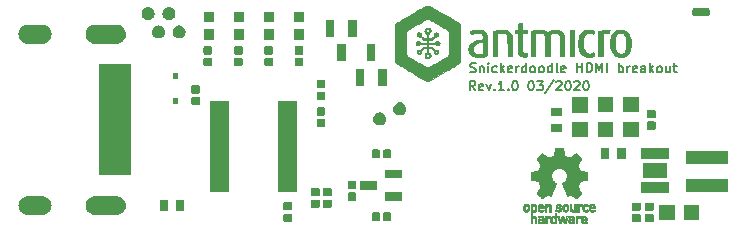
<source format=gbr>
G04 #@! TF.GenerationSoftware,KiCad,Pcbnew,5.1.5+dfsg1-2~bpo10+1*
G04 #@! TF.CreationDate,2020-03-18T11:26:50+01:00*
G04 #@! TF.ProjectId,snickerdoodle-hdmi-breakout,736e6963-6b65-4726-946f-6f646c652d68,rev?*
G04 #@! TF.SameCoordinates,Original*
G04 #@! TF.FileFunction,Soldermask,Top*
G04 #@! TF.FilePolarity,Negative*
%FSLAX46Y46*%
G04 Gerber Fmt 4.6, Leading zero omitted, Abs format (unit mm)*
G04 Created by KiCad (PCBNEW 5.1.5+dfsg1-2~bpo10+1) date 2020-03-18 11:26:50*
%MOMM*%
%LPD*%
G04 APERTURE LIST*
%ADD10C,0.200000*%
%ADD11C,0.001860*%
%ADD12C,0.010000*%
%ADD13C,0.100000*%
G04 APERTURE END LIST*
D10*
X169025497Y-108436600D02*
X169139782Y-108474695D01*
X169330259Y-108474695D01*
X169406449Y-108436600D01*
X169444544Y-108398505D01*
X169482639Y-108322314D01*
X169482639Y-108246124D01*
X169444544Y-108169933D01*
X169406449Y-108131838D01*
X169330259Y-108093743D01*
X169177878Y-108055648D01*
X169101687Y-108017552D01*
X169063592Y-107979457D01*
X169025497Y-107903267D01*
X169025497Y-107827076D01*
X169063592Y-107750886D01*
X169101687Y-107712791D01*
X169177878Y-107674695D01*
X169368354Y-107674695D01*
X169482639Y-107712791D01*
X169825497Y-107941362D02*
X169825497Y-108474695D01*
X169825497Y-108017552D02*
X169863592Y-107979457D01*
X169939782Y-107941362D01*
X170054068Y-107941362D01*
X170130259Y-107979457D01*
X170168354Y-108055648D01*
X170168354Y-108474695D01*
X170549306Y-108474695D02*
X170549306Y-107941362D01*
X170549306Y-107674695D02*
X170511211Y-107712791D01*
X170549306Y-107750886D01*
X170587401Y-107712791D01*
X170549306Y-107674695D01*
X170549306Y-107750886D01*
X171273116Y-108436600D02*
X171196925Y-108474695D01*
X171044544Y-108474695D01*
X170968354Y-108436600D01*
X170930259Y-108398505D01*
X170892163Y-108322314D01*
X170892163Y-108093743D01*
X170930259Y-108017552D01*
X170968354Y-107979457D01*
X171044544Y-107941362D01*
X171196925Y-107941362D01*
X171273116Y-107979457D01*
X171615973Y-108474695D02*
X171615973Y-107674695D01*
X171692163Y-108169933D02*
X171920735Y-108474695D01*
X171920735Y-107941362D02*
X171615973Y-108246124D01*
X172568354Y-108436600D02*
X172492163Y-108474695D01*
X172339782Y-108474695D01*
X172263592Y-108436600D01*
X172225497Y-108360410D01*
X172225497Y-108055648D01*
X172263592Y-107979457D01*
X172339782Y-107941362D01*
X172492163Y-107941362D01*
X172568354Y-107979457D01*
X172606449Y-108055648D01*
X172606449Y-108131838D01*
X172225497Y-108208029D01*
X172949306Y-108474695D02*
X172949306Y-107941362D01*
X172949306Y-108093743D02*
X172987401Y-108017552D01*
X173025497Y-107979457D01*
X173101687Y-107941362D01*
X173177878Y-107941362D01*
X173787401Y-108474695D02*
X173787401Y-107674695D01*
X173787401Y-108436600D02*
X173711211Y-108474695D01*
X173558830Y-108474695D01*
X173482639Y-108436600D01*
X173444544Y-108398505D01*
X173406449Y-108322314D01*
X173406449Y-108093743D01*
X173444544Y-108017552D01*
X173482639Y-107979457D01*
X173558830Y-107941362D01*
X173711211Y-107941362D01*
X173787401Y-107979457D01*
X174282639Y-108474695D02*
X174206449Y-108436600D01*
X174168354Y-108398505D01*
X174130259Y-108322314D01*
X174130259Y-108093743D01*
X174168354Y-108017552D01*
X174206449Y-107979457D01*
X174282639Y-107941362D01*
X174396925Y-107941362D01*
X174473116Y-107979457D01*
X174511211Y-108017552D01*
X174549306Y-108093743D01*
X174549306Y-108322314D01*
X174511211Y-108398505D01*
X174473116Y-108436600D01*
X174396925Y-108474695D01*
X174282639Y-108474695D01*
X175006449Y-108474695D02*
X174930259Y-108436600D01*
X174892163Y-108398505D01*
X174854068Y-108322314D01*
X174854068Y-108093743D01*
X174892163Y-108017552D01*
X174930259Y-107979457D01*
X175006449Y-107941362D01*
X175120735Y-107941362D01*
X175196925Y-107979457D01*
X175235020Y-108017552D01*
X175273116Y-108093743D01*
X175273116Y-108322314D01*
X175235020Y-108398505D01*
X175196925Y-108436600D01*
X175120735Y-108474695D01*
X175006449Y-108474695D01*
X175958830Y-108474695D02*
X175958830Y-107674695D01*
X175958830Y-108436600D02*
X175882639Y-108474695D01*
X175730259Y-108474695D01*
X175654068Y-108436600D01*
X175615973Y-108398505D01*
X175577878Y-108322314D01*
X175577878Y-108093743D01*
X175615973Y-108017552D01*
X175654068Y-107979457D01*
X175730259Y-107941362D01*
X175882639Y-107941362D01*
X175958830Y-107979457D01*
X176454068Y-108474695D02*
X176377878Y-108436600D01*
X176339782Y-108360410D01*
X176339782Y-107674695D01*
X177063592Y-108436600D02*
X176987401Y-108474695D01*
X176835020Y-108474695D01*
X176758830Y-108436600D01*
X176720735Y-108360410D01*
X176720735Y-108055648D01*
X176758830Y-107979457D01*
X176835020Y-107941362D01*
X176987401Y-107941362D01*
X177063592Y-107979457D01*
X177101687Y-108055648D01*
X177101687Y-108131838D01*
X176720735Y-108208029D01*
X178054068Y-108474695D02*
X178054068Y-107674695D01*
X178054068Y-108055648D02*
X178511211Y-108055648D01*
X178511211Y-108474695D02*
X178511211Y-107674695D01*
X178892163Y-108474695D02*
X178892163Y-107674695D01*
X179082639Y-107674695D01*
X179196925Y-107712791D01*
X179273116Y-107788981D01*
X179311211Y-107865171D01*
X179349306Y-108017552D01*
X179349306Y-108131838D01*
X179311211Y-108284219D01*
X179273116Y-108360410D01*
X179196925Y-108436600D01*
X179082639Y-108474695D01*
X178892163Y-108474695D01*
X179692163Y-108474695D02*
X179692163Y-107674695D01*
X179958830Y-108246124D01*
X180225497Y-107674695D01*
X180225497Y-108474695D01*
X180606449Y-108474695D02*
X180606449Y-107674695D01*
X181596925Y-108474695D02*
X181596925Y-107674695D01*
X181596925Y-107979457D02*
X181673116Y-107941362D01*
X181825497Y-107941362D01*
X181901687Y-107979457D01*
X181939782Y-108017552D01*
X181977878Y-108093743D01*
X181977878Y-108322314D01*
X181939782Y-108398505D01*
X181901687Y-108436600D01*
X181825497Y-108474695D01*
X181673116Y-108474695D01*
X181596925Y-108436600D01*
X182320735Y-108474695D02*
X182320735Y-107941362D01*
X182320735Y-108093743D02*
X182358830Y-108017552D01*
X182396925Y-107979457D01*
X182473116Y-107941362D01*
X182549306Y-107941362D01*
X183120735Y-108436600D02*
X183044544Y-108474695D01*
X182892163Y-108474695D01*
X182815973Y-108436600D01*
X182777878Y-108360410D01*
X182777878Y-108055648D01*
X182815973Y-107979457D01*
X182892163Y-107941362D01*
X183044544Y-107941362D01*
X183120735Y-107979457D01*
X183158830Y-108055648D01*
X183158830Y-108131838D01*
X182777878Y-108208029D01*
X183844544Y-108474695D02*
X183844544Y-108055648D01*
X183806449Y-107979457D01*
X183730259Y-107941362D01*
X183577878Y-107941362D01*
X183501687Y-107979457D01*
X183844544Y-108436600D02*
X183768354Y-108474695D01*
X183577878Y-108474695D01*
X183501687Y-108436600D01*
X183463592Y-108360410D01*
X183463592Y-108284219D01*
X183501687Y-108208029D01*
X183577878Y-108169933D01*
X183768354Y-108169933D01*
X183844544Y-108131838D01*
X184225497Y-108474695D02*
X184225497Y-107674695D01*
X184301687Y-108169933D02*
X184530259Y-108474695D01*
X184530259Y-107941362D02*
X184225497Y-108246124D01*
X184987401Y-108474695D02*
X184911211Y-108436600D01*
X184873116Y-108398505D01*
X184835020Y-108322314D01*
X184835020Y-108093743D01*
X184873116Y-108017552D01*
X184911211Y-107979457D01*
X184987401Y-107941362D01*
X185101687Y-107941362D01*
X185177878Y-107979457D01*
X185215973Y-108017552D01*
X185254068Y-108093743D01*
X185254068Y-108322314D01*
X185215973Y-108398505D01*
X185177878Y-108436600D01*
X185101687Y-108474695D01*
X184987401Y-108474695D01*
X185939782Y-107941362D02*
X185939782Y-108474695D01*
X185596925Y-107941362D02*
X185596925Y-108360410D01*
X185635020Y-108436600D01*
X185711211Y-108474695D01*
X185825497Y-108474695D01*
X185901687Y-108436600D01*
X185939782Y-108398505D01*
X186206449Y-107941362D02*
X186511211Y-107941362D01*
X186320735Y-107674695D02*
X186320735Y-108360410D01*
X186358830Y-108436600D01*
X186435020Y-108474695D01*
X186511211Y-108474695D01*
X169456878Y-109996695D02*
X169190211Y-109615743D01*
X168999735Y-109996695D02*
X168999735Y-109196695D01*
X169304497Y-109196695D01*
X169380687Y-109234791D01*
X169418782Y-109272886D01*
X169456878Y-109349076D01*
X169456878Y-109463362D01*
X169418782Y-109539552D01*
X169380687Y-109577648D01*
X169304497Y-109615743D01*
X168999735Y-109615743D01*
X170104497Y-109958600D02*
X170028306Y-109996695D01*
X169875925Y-109996695D01*
X169799735Y-109958600D01*
X169761639Y-109882410D01*
X169761639Y-109577648D01*
X169799735Y-109501457D01*
X169875925Y-109463362D01*
X170028306Y-109463362D01*
X170104497Y-109501457D01*
X170142592Y-109577648D01*
X170142592Y-109653838D01*
X169761639Y-109730029D01*
X170409259Y-109463362D02*
X170599735Y-109996695D01*
X170790211Y-109463362D01*
X171094973Y-109920505D02*
X171133068Y-109958600D01*
X171094973Y-109996695D01*
X171056878Y-109958600D01*
X171094973Y-109920505D01*
X171094973Y-109996695D01*
X171894973Y-109996695D02*
X171437830Y-109996695D01*
X171666401Y-109996695D02*
X171666401Y-109196695D01*
X171590211Y-109310981D01*
X171514020Y-109387171D01*
X171437830Y-109425267D01*
X172237830Y-109920505D02*
X172275925Y-109958600D01*
X172237830Y-109996695D01*
X172199735Y-109958600D01*
X172237830Y-109920505D01*
X172237830Y-109996695D01*
X172771163Y-109196695D02*
X172847354Y-109196695D01*
X172923544Y-109234791D01*
X172961639Y-109272886D01*
X172999735Y-109349076D01*
X173037830Y-109501457D01*
X173037830Y-109691933D01*
X172999735Y-109844314D01*
X172961639Y-109920505D01*
X172923544Y-109958600D01*
X172847354Y-109996695D01*
X172771163Y-109996695D01*
X172694973Y-109958600D01*
X172656878Y-109920505D01*
X172618782Y-109844314D01*
X172580687Y-109691933D01*
X172580687Y-109501457D01*
X172618782Y-109349076D01*
X172656878Y-109272886D01*
X172694973Y-109234791D01*
X172771163Y-109196695D01*
X174142592Y-109196695D02*
X174218782Y-109196695D01*
X174294973Y-109234791D01*
X174333068Y-109272886D01*
X174371163Y-109349076D01*
X174409259Y-109501457D01*
X174409259Y-109691933D01*
X174371163Y-109844314D01*
X174333068Y-109920505D01*
X174294973Y-109958600D01*
X174218782Y-109996695D01*
X174142592Y-109996695D01*
X174066401Y-109958600D01*
X174028306Y-109920505D01*
X173990211Y-109844314D01*
X173952116Y-109691933D01*
X173952116Y-109501457D01*
X173990211Y-109349076D01*
X174028306Y-109272886D01*
X174066401Y-109234791D01*
X174142592Y-109196695D01*
X174675925Y-109196695D02*
X175171163Y-109196695D01*
X174904497Y-109501457D01*
X175018782Y-109501457D01*
X175094973Y-109539552D01*
X175133068Y-109577648D01*
X175171163Y-109653838D01*
X175171163Y-109844314D01*
X175133068Y-109920505D01*
X175094973Y-109958600D01*
X175018782Y-109996695D01*
X174790211Y-109996695D01*
X174714020Y-109958600D01*
X174675925Y-109920505D01*
X176085449Y-109158600D02*
X175399735Y-110187171D01*
X176314020Y-109272886D02*
X176352116Y-109234791D01*
X176428306Y-109196695D01*
X176618782Y-109196695D01*
X176694973Y-109234791D01*
X176733068Y-109272886D01*
X176771163Y-109349076D01*
X176771163Y-109425267D01*
X176733068Y-109539552D01*
X176275925Y-109996695D01*
X176771163Y-109996695D01*
X177266401Y-109196695D02*
X177342592Y-109196695D01*
X177418782Y-109234791D01*
X177456878Y-109272886D01*
X177494973Y-109349076D01*
X177533068Y-109501457D01*
X177533068Y-109691933D01*
X177494973Y-109844314D01*
X177456878Y-109920505D01*
X177418782Y-109958600D01*
X177342592Y-109996695D01*
X177266401Y-109996695D01*
X177190211Y-109958600D01*
X177152116Y-109920505D01*
X177114020Y-109844314D01*
X177075925Y-109691933D01*
X177075925Y-109501457D01*
X177114020Y-109349076D01*
X177152116Y-109272886D01*
X177190211Y-109234791D01*
X177266401Y-109196695D01*
X177837830Y-109272886D02*
X177875925Y-109234791D01*
X177952116Y-109196695D01*
X178142592Y-109196695D01*
X178218782Y-109234791D01*
X178256878Y-109272886D01*
X178294973Y-109349076D01*
X178294973Y-109425267D01*
X178256878Y-109539552D01*
X177799735Y-109996695D01*
X178294973Y-109996695D01*
X178790211Y-109196695D02*
X178866401Y-109196695D01*
X178942592Y-109234791D01*
X178980687Y-109272886D01*
X179018782Y-109349076D01*
X179056878Y-109501457D01*
X179056878Y-109691933D01*
X179018782Y-109844314D01*
X178980687Y-109920505D01*
X178942592Y-109958600D01*
X178866401Y-109996695D01*
X178790211Y-109996695D01*
X178714020Y-109958600D01*
X178675925Y-109920505D01*
X178637830Y-109844314D01*
X178599735Y-109691933D01*
X178599735Y-109501457D01*
X178637830Y-109349076D01*
X178675925Y-109272886D01*
X178714020Y-109234791D01*
X178790211Y-109196695D01*
D11*
G36*
X171810096Y-104865833D02*
G01*
X171893898Y-104868024D01*
X171958323Y-104872309D01*
X172009422Y-104879157D01*
X172053244Y-104889040D01*
X172070273Y-104894005D01*
X172213061Y-104948660D01*
X172328414Y-105016545D01*
X172418001Y-105098851D01*
X172476914Y-105184274D01*
X172495724Y-105219641D01*
X172511717Y-105253023D01*
X172525121Y-105287213D01*
X172536164Y-105325004D01*
X172545075Y-105369189D01*
X172552082Y-105422558D01*
X172557413Y-105487906D01*
X172561297Y-105568025D01*
X172563963Y-105665707D01*
X172565638Y-105783744D01*
X172566552Y-105924930D01*
X172566932Y-106092056D01*
X172567008Y-106285671D01*
X172567008Y-107124880D01*
X172189056Y-107124880D01*
X172189056Y-106293094D01*
X172188976Y-106097306D01*
X172188574Y-105930372D01*
X172187603Y-105789653D01*
X172185819Y-105672508D01*
X172182976Y-105576295D01*
X172178829Y-105498374D01*
X172173134Y-105436104D01*
X172165644Y-105386845D01*
X172156116Y-105347955D01*
X172144302Y-105316794D01*
X172129959Y-105290721D01*
X172112841Y-105267096D01*
X172092702Y-105243276D01*
X172091446Y-105241844D01*
X172026309Y-105183065D01*
X171946879Y-105141799D01*
X171846472Y-105114899D01*
X171808921Y-105108826D01*
X171703340Y-105102045D01*
X171586487Y-105107786D01*
X171472948Y-105124728D01*
X171390197Y-105146855D01*
X171330790Y-105167420D01*
X171326734Y-106146150D01*
X171322678Y-107124880D01*
X170944964Y-107124880D01*
X170944964Y-105002877D01*
X171090633Y-104955092D01*
X171190874Y-104923410D01*
X171276056Y-104900087D01*
X171354621Y-104883881D01*
X171435008Y-104873549D01*
X171525659Y-104867849D01*
X171635014Y-104865539D01*
X171700868Y-104865265D01*
X171810096Y-104865833D01*
G37*
X171810096Y-104865833D02*
X171893898Y-104868024D01*
X171958323Y-104872309D01*
X172009422Y-104879157D01*
X172053244Y-104889040D01*
X172070273Y-104894005D01*
X172213061Y-104948660D01*
X172328414Y-105016545D01*
X172418001Y-105098851D01*
X172476914Y-105184274D01*
X172495724Y-105219641D01*
X172511717Y-105253023D01*
X172525121Y-105287213D01*
X172536164Y-105325004D01*
X172545075Y-105369189D01*
X172552082Y-105422558D01*
X172557413Y-105487906D01*
X172561297Y-105568025D01*
X172563963Y-105665707D01*
X172565638Y-105783744D01*
X172566552Y-105924930D01*
X172566932Y-106092056D01*
X172567008Y-106285671D01*
X172567008Y-107124880D01*
X172189056Y-107124880D01*
X172189056Y-106293094D01*
X172188976Y-106097306D01*
X172188574Y-105930372D01*
X172187603Y-105789653D01*
X172185819Y-105672508D01*
X172182976Y-105576295D01*
X172178829Y-105498374D01*
X172173134Y-105436104D01*
X172165644Y-105386845D01*
X172156116Y-105347955D01*
X172144302Y-105316794D01*
X172129959Y-105290721D01*
X172112841Y-105267096D01*
X172092702Y-105243276D01*
X172091446Y-105241844D01*
X172026309Y-105183065D01*
X171946879Y-105141799D01*
X171846472Y-105114899D01*
X171808921Y-105108826D01*
X171703340Y-105102045D01*
X171586487Y-105107786D01*
X171472948Y-105124728D01*
X171390197Y-105146855D01*
X171330790Y-105167420D01*
X171326734Y-106146150D01*
X171322678Y-107124880D01*
X170944964Y-107124880D01*
X170944964Y-105002877D01*
X171090633Y-104955092D01*
X171190874Y-104923410D01*
X171276056Y-104900087D01*
X171354621Y-104883881D01*
X171435008Y-104873549D01*
X171525659Y-104867849D01*
X171635014Y-104865539D01*
X171700868Y-104865265D01*
X171810096Y-104865833D01*
G36*
X165502215Y-104700051D02*
G01*
X165516347Y-104705622D01*
X165588666Y-104752561D01*
X165641408Y-104819424D01*
X165670947Y-104899122D01*
X165673655Y-104984568D01*
X165669816Y-105005555D01*
X165638544Y-105086231D01*
X165584460Y-105146716D01*
X165529909Y-105179985D01*
X165464660Y-105211464D01*
X165464660Y-105581576D01*
X165739509Y-105581576D01*
X165852689Y-105469152D01*
X165965869Y-105356727D01*
X165957507Y-105275710D01*
X165957410Y-105274008D01*
X166064373Y-105274008D01*
X166081982Y-105310710D01*
X166118662Y-105327814D01*
X166163019Y-105324171D01*
X166195817Y-105304861D01*
X166218318Y-105267955D01*
X166210421Y-105230148D01*
X166189068Y-105203624D01*
X166159108Y-105178208D01*
X166134285Y-105175670D01*
X166100538Y-105194930D01*
X166098084Y-105196643D01*
X166070241Y-105231537D01*
X166064373Y-105274008D01*
X165957410Y-105274008D01*
X165954542Y-105223801D01*
X165961500Y-105188590D01*
X165982038Y-105155911D01*
X165991379Y-105144501D01*
X166048604Y-105096113D01*
X166111563Y-105074002D01*
X166174937Y-105075265D01*
X166233411Y-105096996D01*
X166281667Y-105136289D01*
X166314389Y-105190240D01*
X166326260Y-105255944D01*
X166315157Y-105321414D01*
X166279669Y-105383422D01*
X166222722Y-105423344D01*
X166146802Y-105439557D01*
X166133938Y-105439844D01*
X166101051Y-105440986D01*
X166073722Y-105446875D01*
X166045835Y-105461207D01*
X166011270Y-105487677D01*
X165963910Y-105529983D01*
X165925393Y-105565828D01*
X165790738Y-105691812D01*
X165464660Y-105691812D01*
X165464660Y-105943780D01*
X166062275Y-105943780D01*
X166085608Y-105898659D01*
X166128228Y-105847311D01*
X166187020Y-105816573D01*
X166253506Y-105807446D01*
X166319214Y-105820930D01*
X166375668Y-105858024D01*
X166381137Y-105863797D01*
X166421843Y-105927561D01*
X166435384Y-105992604D01*
X166425548Y-106054391D01*
X166396122Y-106108385D01*
X166350896Y-106150049D01*
X166293658Y-106174847D01*
X166228196Y-106178242D01*
X166158299Y-106155699D01*
X166144080Y-106147654D01*
X166107635Y-106119145D01*
X166085066Y-106089859D01*
X166083188Y-106084721D01*
X166078818Y-106074131D01*
X166069219Y-106066300D01*
X166050165Y-106060814D01*
X166017428Y-106057257D01*
X165966778Y-106055215D01*
X165893990Y-106054275D01*
X165794835Y-106054021D01*
X165769909Y-106054016D01*
X165464660Y-106054016D01*
X165464660Y-106290236D01*
X165788189Y-106290236D01*
X166049690Y-106553102D01*
X166123316Y-106546776D01*
X166202246Y-106552277D01*
X166263593Y-106582930D01*
X166305389Y-106637519D01*
X166316259Y-106666008D01*
X166326919Y-106741329D01*
X166308838Y-106806394D01*
X166269371Y-106858024D01*
X166208368Y-106900694D01*
X166143554Y-106916176D01*
X166080575Y-106907327D01*
X166025073Y-106877001D01*
X165982695Y-106828054D01*
X165959085Y-106763341D01*
X165958051Y-106716062D01*
X166066080Y-106716062D01*
X166071207Y-106755239D01*
X166086274Y-106777947D01*
X166122110Y-106805572D01*
X166156657Y-106803295D01*
X166189068Y-106778424D01*
X166216406Y-106740002D01*
X166213840Y-106705600D01*
X166190367Y-106677237D01*
X166150539Y-106656719D01*
X166112228Y-106660531D01*
X166081914Y-106682402D01*
X166066080Y-106716062D01*
X165958051Y-106716062D01*
X165957707Y-106700357D01*
X165966517Y-106625965D01*
X165739509Y-106400472D01*
X165464660Y-106400472D01*
X165464660Y-106773640D01*
X165529590Y-106802920D01*
X165597745Y-106848992D01*
X165644748Y-106912023D01*
X165670422Y-106985668D01*
X165674593Y-107063578D01*
X165657084Y-107139408D01*
X165617720Y-107206812D01*
X165556325Y-107259441D01*
X165542440Y-107267101D01*
X165459980Y-107292908D01*
X165372152Y-107292912D01*
X165290600Y-107267149D01*
X165289035Y-107266330D01*
X165224463Y-107216303D01*
X165182029Y-107150488D01*
X165161509Y-107075275D01*
X165162062Y-107038266D01*
X165269385Y-107038266D01*
X165275776Y-107085110D01*
X165299820Y-107122985D01*
X165320027Y-107142623D01*
X165378283Y-107179758D01*
X165435642Y-107185474D01*
X165493420Y-107159772D01*
X165514805Y-107142623D01*
X165550047Y-107103675D01*
X165564090Y-107063063D01*
X165565447Y-107038266D01*
X165551274Y-106981047D01*
X165514367Y-106931472D01*
X165463146Y-106898050D01*
X165417416Y-106888660D01*
X165360800Y-106902984D01*
X165311747Y-106940283D01*
X165278676Y-106992049D01*
X165269385Y-107038266D01*
X165162062Y-107038266D01*
X165162679Y-106997057D01*
X165185317Y-106922225D01*
X165229199Y-106857171D01*
X165294100Y-106808286D01*
X165305242Y-106802920D01*
X165370172Y-106773640D01*
X165370172Y-106400472D01*
X165095323Y-106400472D01*
X164868314Y-106625965D01*
X164877125Y-106700357D01*
X164873168Y-106775890D01*
X164845803Y-106838004D01*
X164800675Y-106883845D01*
X164743429Y-106910556D01*
X164679710Y-106915282D01*
X164615162Y-106895168D01*
X164565461Y-106858024D01*
X164521676Y-106797689D01*
X164507704Y-106731493D01*
X164510923Y-106712097D01*
X164618274Y-106712097D01*
X164621279Y-106746768D01*
X164645764Y-106778424D01*
X164684105Y-106805740D01*
X164718479Y-106803165D01*
X164747552Y-106779058D01*
X164767278Y-106738550D01*
X164762090Y-106697439D01*
X164734837Y-106666507D01*
X164715756Y-106658687D01*
X164669303Y-106660960D01*
X164645129Y-106676636D01*
X164618274Y-106712097D01*
X164510923Y-106712097D01*
X164518573Y-106666008D01*
X164551934Y-106602117D01*
X164605639Y-106561672D01*
X164677720Y-106545890D01*
X164711516Y-106546776D01*
X164785142Y-106553102D01*
X165046643Y-106290236D01*
X165370172Y-106290236D01*
X165370172Y-106054016D01*
X165064147Y-106054016D01*
X164958795Y-106054151D01*
X164880674Y-106054847D01*
X164825522Y-106056545D01*
X164789073Y-106059682D01*
X164767064Y-106064700D01*
X164755231Y-106072035D01*
X164749311Y-106082129D01*
X164747781Y-106086598D01*
X164722381Y-106122863D01*
X164676726Y-106154605D01*
X164621998Y-106175375D01*
X164585927Y-106179941D01*
X164513215Y-106166775D01*
X164456393Y-106131090D01*
X164417968Y-106078880D01*
X164400446Y-106016137D01*
X164402322Y-105994693D01*
X164506210Y-105994693D01*
X164510771Y-106017426D01*
X164526680Y-106037192D01*
X164567905Y-106065650D01*
X164609984Y-106063659D01*
X164636765Y-106045017D01*
X164659431Y-106004419D01*
X164654602Y-105978084D01*
X166175666Y-105978084D01*
X166181630Y-106022252D01*
X166198067Y-106045017D01*
X166238435Y-106067675D01*
X166280681Y-106059691D01*
X166308152Y-106037192D01*
X166327334Y-106011088D01*
X166326433Y-105987353D01*
X166314003Y-105962389D01*
X166280677Y-105926050D01*
X166240609Y-105915782D01*
X166201825Y-105933410D01*
X166198905Y-105936193D01*
X166175666Y-105978084D01*
X164654602Y-105978084D01*
X164651679Y-105962143D01*
X164631188Y-105936966D01*
X164590674Y-105915879D01*
X164552344Y-105925548D01*
X164520844Y-105962500D01*
X164506210Y-105994693D01*
X164402322Y-105994693D01*
X164406333Y-105948853D01*
X164438137Y-105883022D01*
X164453695Y-105863797D01*
X164509938Y-105822562D01*
X164575565Y-105806699D01*
X164642593Y-105815304D01*
X164703035Y-105847476D01*
X164745771Y-105896790D01*
X164773529Y-105943780D01*
X165370172Y-105943780D01*
X165370172Y-105691812D01*
X165044094Y-105691812D01*
X164909439Y-105565828D01*
X164851311Y-105511985D01*
X164809786Y-105476183D01*
X164778655Y-105454745D01*
X164751708Y-105443995D01*
X164722737Y-105440257D01*
X164696650Y-105439844D01*
X164619234Y-105428553D01*
X164562593Y-105393955D01*
X164525181Y-105334964D01*
X164518094Y-105314442D01*
X164511244Y-105257617D01*
X164614268Y-105257617D01*
X164627813Y-105293549D01*
X164661034Y-105318624D01*
X164702808Y-105328578D01*
X164742015Y-105319153D01*
X164752850Y-105310710D01*
X164770521Y-105273547D01*
X164764401Y-105231088D01*
X164736748Y-105196643D01*
X164706585Y-105178384D01*
X164689504Y-105172128D01*
X164666679Y-105183934D01*
X164639604Y-105211197D01*
X164619043Y-105241688D01*
X164614268Y-105257617D01*
X164511244Y-105257617D01*
X164509184Y-105240533D01*
X164525580Y-105176566D01*
X164561908Y-105125348D01*
X164612799Y-105089683D01*
X164672879Y-105072377D01*
X164736777Y-105076237D01*
X164799122Y-105104068D01*
X164843453Y-105144501D01*
X164868771Y-105179180D01*
X164879413Y-105212146D01*
X164879036Y-105257567D01*
X164877325Y-105275710D01*
X164868963Y-105356727D01*
X164982143Y-105469152D01*
X165095323Y-105581576D01*
X165370172Y-105581576D01*
X165370172Y-105209685D01*
X165307558Y-105182060D01*
X165234259Y-105134630D01*
X165184666Y-105066794D01*
X165165469Y-105014725D01*
X165158039Y-104940715D01*
X165265743Y-104940715D01*
X165271671Y-104976834D01*
X165283021Y-105003418D01*
X165323355Y-105057736D01*
X165376974Y-105087287D01*
X165436916Y-105090287D01*
X165496215Y-105064951D01*
X165503082Y-105059824D01*
X165549543Y-105009685D01*
X165565324Y-104955240D01*
X165552834Y-104897843D01*
X165514641Y-104838882D01*
X165464225Y-104805153D01*
X165408063Y-104796546D01*
X165352636Y-104812949D01*
X165304422Y-104854253D01*
X165276451Y-104902560D01*
X165265743Y-104940715D01*
X165158039Y-104940715D01*
X165156978Y-104930142D01*
X165175008Y-104852025D01*
X165214966Y-104784421D01*
X165272260Y-104731375D01*
X165342294Y-104696933D01*
X165420477Y-104685143D01*
X165502215Y-104700051D01*
G37*
X165502215Y-104700051D02*
X165516347Y-104705622D01*
X165588666Y-104752561D01*
X165641408Y-104819424D01*
X165670947Y-104899122D01*
X165673655Y-104984568D01*
X165669816Y-105005555D01*
X165638544Y-105086231D01*
X165584460Y-105146716D01*
X165529909Y-105179985D01*
X165464660Y-105211464D01*
X165464660Y-105581576D01*
X165739509Y-105581576D01*
X165852689Y-105469152D01*
X165965869Y-105356727D01*
X165957507Y-105275710D01*
X165957410Y-105274008D01*
X166064373Y-105274008D01*
X166081982Y-105310710D01*
X166118662Y-105327814D01*
X166163019Y-105324171D01*
X166195817Y-105304861D01*
X166218318Y-105267955D01*
X166210421Y-105230148D01*
X166189068Y-105203624D01*
X166159108Y-105178208D01*
X166134285Y-105175670D01*
X166100538Y-105194930D01*
X166098084Y-105196643D01*
X166070241Y-105231537D01*
X166064373Y-105274008D01*
X165957410Y-105274008D01*
X165954542Y-105223801D01*
X165961500Y-105188590D01*
X165982038Y-105155911D01*
X165991379Y-105144501D01*
X166048604Y-105096113D01*
X166111563Y-105074002D01*
X166174937Y-105075265D01*
X166233411Y-105096996D01*
X166281667Y-105136289D01*
X166314389Y-105190240D01*
X166326260Y-105255944D01*
X166315157Y-105321414D01*
X166279669Y-105383422D01*
X166222722Y-105423344D01*
X166146802Y-105439557D01*
X166133938Y-105439844D01*
X166101051Y-105440986D01*
X166073722Y-105446875D01*
X166045835Y-105461207D01*
X166011270Y-105487677D01*
X165963910Y-105529983D01*
X165925393Y-105565828D01*
X165790738Y-105691812D01*
X165464660Y-105691812D01*
X165464660Y-105943780D01*
X166062275Y-105943780D01*
X166085608Y-105898659D01*
X166128228Y-105847311D01*
X166187020Y-105816573D01*
X166253506Y-105807446D01*
X166319214Y-105820930D01*
X166375668Y-105858024D01*
X166381137Y-105863797D01*
X166421843Y-105927561D01*
X166435384Y-105992604D01*
X166425548Y-106054391D01*
X166396122Y-106108385D01*
X166350896Y-106150049D01*
X166293658Y-106174847D01*
X166228196Y-106178242D01*
X166158299Y-106155699D01*
X166144080Y-106147654D01*
X166107635Y-106119145D01*
X166085066Y-106089859D01*
X166083188Y-106084721D01*
X166078818Y-106074131D01*
X166069219Y-106066300D01*
X166050165Y-106060814D01*
X166017428Y-106057257D01*
X165966778Y-106055215D01*
X165893990Y-106054275D01*
X165794835Y-106054021D01*
X165769909Y-106054016D01*
X165464660Y-106054016D01*
X165464660Y-106290236D01*
X165788189Y-106290236D01*
X166049690Y-106553102D01*
X166123316Y-106546776D01*
X166202246Y-106552277D01*
X166263593Y-106582930D01*
X166305389Y-106637519D01*
X166316259Y-106666008D01*
X166326919Y-106741329D01*
X166308838Y-106806394D01*
X166269371Y-106858024D01*
X166208368Y-106900694D01*
X166143554Y-106916176D01*
X166080575Y-106907327D01*
X166025073Y-106877001D01*
X165982695Y-106828054D01*
X165959085Y-106763341D01*
X165958051Y-106716062D01*
X166066080Y-106716062D01*
X166071207Y-106755239D01*
X166086274Y-106777947D01*
X166122110Y-106805572D01*
X166156657Y-106803295D01*
X166189068Y-106778424D01*
X166216406Y-106740002D01*
X166213840Y-106705600D01*
X166190367Y-106677237D01*
X166150539Y-106656719D01*
X166112228Y-106660531D01*
X166081914Y-106682402D01*
X166066080Y-106716062D01*
X165958051Y-106716062D01*
X165957707Y-106700357D01*
X165966517Y-106625965D01*
X165739509Y-106400472D01*
X165464660Y-106400472D01*
X165464660Y-106773640D01*
X165529590Y-106802920D01*
X165597745Y-106848992D01*
X165644748Y-106912023D01*
X165670422Y-106985668D01*
X165674593Y-107063578D01*
X165657084Y-107139408D01*
X165617720Y-107206812D01*
X165556325Y-107259441D01*
X165542440Y-107267101D01*
X165459980Y-107292908D01*
X165372152Y-107292912D01*
X165290600Y-107267149D01*
X165289035Y-107266330D01*
X165224463Y-107216303D01*
X165182029Y-107150488D01*
X165161509Y-107075275D01*
X165162062Y-107038266D01*
X165269385Y-107038266D01*
X165275776Y-107085110D01*
X165299820Y-107122985D01*
X165320027Y-107142623D01*
X165378283Y-107179758D01*
X165435642Y-107185474D01*
X165493420Y-107159772D01*
X165514805Y-107142623D01*
X165550047Y-107103675D01*
X165564090Y-107063063D01*
X165565447Y-107038266D01*
X165551274Y-106981047D01*
X165514367Y-106931472D01*
X165463146Y-106898050D01*
X165417416Y-106888660D01*
X165360800Y-106902984D01*
X165311747Y-106940283D01*
X165278676Y-106992049D01*
X165269385Y-107038266D01*
X165162062Y-107038266D01*
X165162679Y-106997057D01*
X165185317Y-106922225D01*
X165229199Y-106857171D01*
X165294100Y-106808286D01*
X165305242Y-106802920D01*
X165370172Y-106773640D01*
X165370172Y-106400472D01*
X165095323Y-106400472D01*
X164868314Y-106625965D01*
X164877125Y-106700357D01*
X164873168Y-106775890D01*
X164845803Y-106838004D01*
X164800675Y-106883845D01*
X164743429Y-106910556D01*
X164679710Y-106915282D01*
X164615162Y-106895168D01*
X164565461Y-106858024D01*
X164521676Y-106797689D01*
X164507704Y-106731493D01*
X164510923Y-106712097D01*
X164618274Y-106712097D01*
X164621279Y-106746768D01*
X164645764Y-106778424D01*
X164684105Y-106805740D01*
X164718479Y-106803165D01*
X164747552Y-106779058D01*
X164767278Y-106738550D01*
X164762090Y-106697439D01*
X164734837Y-106666507D01*
X164715756Y-106658687D01*
X164669303Y-106660960D01*
X164645129Y-106676636D01*
X164618274Y-106712097D01*
X164510923Y-106712097D01*
X164518573Y-106666008D01*
X164551934Y-106602117D01*
X164605639Y-106561672D01*
X164677720Y-106545890D01*
X164711516Y-106546776D01*
X164785142Y-106553102D01*
X165046643Y-106290236D01*
X165370172Y-106290236D01*
X165370172Y-106054016D01*
X165064147Y-106054016D01*
X164958795Y-106054151D01*
X164880674Y-106054847D01*
X164825522Y-106056545D01*
X164789073Y-106059682D01*
X164767064Y-106064700D01*
X164755231Y-106072035D01*
X164749311Y-106082129D01*
X164747781Y-106086598D01*
X164722381Y-106122863D01*
X164676726Y-106154605D01*
X164621998Y-106175375D01*
X164585927Y-106179941D01*
X164513215Y-106166775D01*
X164456393Y-106131090D01*
X164417968Y-106078880D01*
X164400446Y-106016137D01*
X164402322Y-105994693D01*
X164506210Y-105994693D01*
X164510771Y-106017426D01*
X164526680Y-106037192D01*
X164567905Y-106065650D01*
X164609984Y-106063659D01*
X164636765Y-106045017D01*
X164659431Y-106004419D01*
X164654602Y-105978084D01*
X166175666Y-105978084D01*
X166181630Y-106022252D01*
X166198067Y-106045017D01*
X166238435Y-106067675D01*
X166280681Y-106059691D01*
X166308152Y-106037192D01*
X166327334Y-106011088D01*
X166326433Y-105987353D01*
X166314003Y-105962389D01*
X166280677Y-105926050D01*
X166240609Y-105915782D01*
X166201825Y-105933410D01*
X166198905Y-105936193D01*
X166175666Y-105978084D01*
X164654602Y-105978084D01*
X164651679Y-105962143D01*
X164631188Y-105936966D01*
X164590674Y-105915879D01*
X164552344Y-105925548D01*
X164520844Y-105962500D01*
X164506210Y-105994693D01*
X164402322Y-105994693D01*
X164406333Y-105948853D01*
X164438137Y-105883022D01*
X164453695Y-105863797D01*
X164509938Y-105822562D01*
X164575565Y-105806699D01*
X164642593Y-105815304D01*
X164703035Y-105847476D01*
X164745771Y-105896790D01*
X164773529Y-105943780D01*
X165370172Y-105943780D01*
X165370172Y-105691812D01*
X165044094Y-105691812D01*
X164909439Y-105565828D01*
X164851311Y-105511985D01*
X164809786Y-105476183D01*
X164778655Y-105454745D01*
X164751708Y-105443995D01*
X164722737Y-105440257D01*
X164696650Y-105439844D01*
X164619234Y-105428553D01*
X164562593Y-105393955D01*
X164525181Y-105334964D01*
X164518094Y-105314442D01*
X164511244Y-105257617D01*
X164614268Y-105257617D01*
X164627813Y-105293549D01*
X164661034Y-105318624D01*
X164702808Y-105328578D01*
X164742015Y-105319153D01*
X164752850Y-105310710D01*
X164770521Y-105273547D01*
X164764401Y-105231088D01*
X164736748Y-105196643D01*
X164706585Y-105178384D01*
X164689504Y-105172128D01*
X164666679Y-105183934D01*
X164639604Y-105211197D01*
X164619043Y-105241688D01*
X164614268Y-105257617D01*
X164511244Y-105257617D01*
X164509184Y-105240533D01*
X164525580Y-105176566D01*
X164561908Y-105125348D01*
X164612799Y-105089683D01*
X164672879Y-105072377D01*
X164736777Y-105076237D01*
X164799122Y-105104068D01*
X164843453Y-105144501D01*
X164868771Y-105179180D01*
X164879413Y-105212146D01*
X164879036Y-105257567D01*
X164877325Y-105275710D01*
X164868963Y-105356727D01*
X164982143Y-105469152D01*
X165095323Y-105581576D01*
X165370172Y-105581576D01*
X165370172Y-105209685D01*
X165307558Y-105182060D01*
X165234259Y-105134630D01*
X165184666Y-105066794D01*
X165165469Y-105014725D01*
X165158039Y-104940715D01*
X165265743Y-104940715D01*
X165271671Y-104976834D01*
X165283021Y-105003418D01*
X165323355Y-105057736D01*
X165376974Y-105087287D01*
X165436916Y-105090287D01*
X165496215Y-105064951D01*
X165503082Y-105059824D01*
X165549543Y-105009685D01*
X165565324Y-104955240D01*
X165552834Y-104897843D01*
X165514641Y-104838882D01*
X165464225Y-104805153D01*
X165408063Y-104796546D01*
X165352636Y-104812949D01*
X165304422Y-104854253D01*
X165276451Y-104902560D01*
X165265743Y-104940715D01*
X165158039Y-104940715D01*
X165156978Y-104930142D01*
X165175008Y-104852025D01*
X165214966Y-104784421D01*
X165272260Y-104731375D01*
X165342294Y-104696933D01*
X165420477Y-104685143D01*
X165502215Y-104700051D01*
G36*
X176387209Y-104868934D02*
G01*
X176540880Y-104902412D01*
X176673095Y-104957819D01*
X176783265Y-105034863D01*
X176870801Y-105133253D01*
X176912829Y-105203624D01*
X176929474Y-105237557D01*
X176943617Y-105270367D01*
X176955461Y-105304841D01*
X176965210Y-105343765D01*
X176973065Y-105389924D01*
X176979232Y-105446106D01*
X176983914Y-105515097D01*
X176987313Y-105599681D01*
X176989633Y-105702646D01*
X176991078Y-105826778D01*
X176991850Y-105974862D01*
X176992153Y-106149686D01*
X176992196Y-106291011D01*
X176992196Y-107124880D01*
X176615262Y-107124880D01*
X176610816Y-106254803D01*
X176606370Y-105384726D01*
X176560412Y-105301777D01*
X176497906Y-105219302D01*
X176416589Y-105158216D01*
X176321109Y-105118890D01*
X176216111Y-105101694D01*
X176106242Y-105106999D01*
X175996150Y-105135177D01*
X175890480Y-105186598D01*
X175815033Y-105242281D01*
X175748104Y-105300566D01*
X175748104Y-107124880D01*
X175370152Y-107124880D01*
X175370152Y-106272378D01*
X175369876Y-106058481D01*
X175369034Y-105875047D01*
X175367607Y-105721049D01*
X175365573Y-105595459D01*
X175362913Y-105497251D01*
X175359606Y-105425395D01*
X175355633Y-105378864D01*
X175352177Y-105359880D01*
X175309945Y-105270763D01*
X175243117Y-105199454D01*
X175153646Y-105146820D01*
X175043489Y-105113729D01*
X174914600Y-105101047D01*
X174784025Y-105107821D01*
X174712817Y-105116477D01*
X174661721Y-105124687D01*
X174619488Y-105134918D01*
X174574870Y-105149640D01*
X174547319Y-105159767D01*
X174504012Y-105175949D01*
X174504012Y-107124880D01*
X174141808Y-107124880D01*
X174141808Y-105000379D01*
X174291830Y-104952322D01*
X174460788Y-104904581D01*
X174618628Y-104874775D01*
X174778725Y-104861038D01*
X174944956Y-104861166D01*
X175078348Y-104869028D01*
X175187653Y-104883977D01*
X175279872Y-104908053D01*
X175362008Y-104943302D01*
X175441063Y-104991767D01*
X175473587Y-105015460D01*
X175577015Y-105093744D01*
X175642874Y-105040309D01*
X175770383Y-104956051D01*
X175913556Y-104897892D01*
X176073665Y-104865425D01*
X176212670Y-104857674D01*
X176387209Y-104868934D01*
G37*
X176387209Y-104868934D02*
X176540880Y-104902412D01*
X176673095Y-104957819D01*
X176783265Y-105034863D01*
X176870801Y-105133253D01*
X176912829Y-105203624D01*
X176929474Y-105237557D01*
X176943617Y-105270367D01*
X176955461Y-105304841D01*
X176965210Y-105343765D01*
X176973065Y-105389924D01*
X176979232Y-105446106D01*
X176983914Y-105515097D01*
X176987313Y-105599681D01*
X176989633Y-105702646D01*
X176991078Y-105826778D01*
X176991850Y-105974862D01*
X176992153Y-106149686D01*
X176992196Y-106291011D01*
X176992196Y-107124880D01*
X176615262Y-107124880D01*
X176610816Y-106254803D01*
X176606370Y-105384726D01*
X176560412Y-105301777D01*
X176497906Y-105219302D01*
X176416589Y-105158216D01*
X176321109Y-105118890D01*
X176216111Y-105101694D01*
X176106242Y-105106999D01*
X175996150Y-105135177D01*
X175890480Y-105186598D01*
X175815033Y-105242281D01*
X175748104Y-105300566D01*
X175748104Y-107124880D01*
X175370152Y-107124880D01*
X175370152Y-106272378D01*
X175369876Y-106058481D01*
X175369034Y-105875047D01*
X175367607Y-105721049D01*
X175365573Y-105595459D01*
X175362913Y-105497251D01*
X175359606Y-105425395D01*
X175355633Y-105378864D01*
X175352177Y-105359880D01*
X175309945Y-105270763D01*
X175243117Y-105199454D01*
X175153646Y-105146820D01*
X175043489Y-105113729D01*
X174914600Y-105101047D01*
X174784025Y-105107821D01*
X174712817Y-105116477D01*
X174661721Y-105124687D01*
X174619488Y-105134918D01*
X174574870Y-105149640D01*
X174547319Y-105159767D01*
X174504012Y-105175949D01*
X174504012Y-107124880D01*
X174141808Y-107124880D01*
X174141808Y-105000379D01*
X174291830Y-104952322D01*
X174460788Y-104904581D01*
X174618628Y-104874775D01*
X174778725Y-104861038D01*
X174944956Y-104861166D01*
X175078348Y-104869028D01*
X175187653Y-104883977D01*
X175279872Y-104908053D01*
X175362008Y-104943302D01*
X175441063Y-104991767D01*
X175473587Y-105015460D01*
X175577015Y-105093744D01*
X175642874Y-105040309D01*
X175770383Y-104956051D01*
X175913556Y-104897892D01*
X176073665Y-104865425D01*
X176212670Y-104857674D01*
X176387209Y-104868934D01*
G36*
X180794969Y-104859638D02*
G01*
X180823264Y-104863617D01*
X180834251Y-104870188D01*
X180834708Y-104872370D01*
X180830245Y-104895495D01*
X180818330Y-104940461D01*
X180801173Y-104999131D01*
X180793348Y-105024583D01*
X180772216Y-105088978D01*
X180756092Y-105127883D01*
X180742163Y-105146315D01*
X180727618Y-105149294D01*
X180724006Y-105148358D01*
X180626101Y-105127472D01*
X180516769Y-105120592D01*
X180408397Y-105127540D01*
X180313375Y-105148137D01*
X180295339Y-105154542D01*
X180252032Y-105171348D01*
X180252032Y-107124880D01*
X179874080Y-107124880D01*
X179874080Y-105002095D01*
X179988253Y-104961184D01*
X180087469Y-104927852D01*
X180178226Y-104903075D01*
X180269168Y-104885379D01*
X180368939Y-104873289D01*
X180486184Y-104865333D01*
X180570929Y-104861847D01*
X180672332Y-104858894D01*
X180745835Y-104858110D01*
X180794969Y-104859638D01*
G37*
X180794969Y-104859638D02*
X180823264Y-104863617D01*
X180834251Y-104870188D01*
X180834708Y-104872370D01*
X180830245Y-104895495D01*
X180818330Y-104940461D01*
X180801173Y-104999131D01*
X180793348Y-105024583D01*
X180772216Y-105088978D01*
X180756092Y-105127883D01*
X180742163Y-105146315D01*
X180727618Y-105149294D01*
X180724006Y-105148358D01*
X180626101Y-105127472D01*
X180516769Y-105120592D01*
X180408397Y-105127540D01*
X180313375Y-105148137D01*
X180295339Y-105154542D01*
X180252032Y-105171348D01*
X180252032Y-107124880D01*
X179874080Y-107124880D01*
X179874080Y-105002095D01*
X179988253Y-104961184D01*
X180087469Y-104927852D01*
X180178226Y-104903075D01*
X180269168Y-104885379D01*
X180368939Y-104873289D01*
X180486184Y-104865333D01*
X180570929Y-104861847D01*
X180672332Y-104858894D01*
X180745835Y-104858110D01*
X180794969Y-104859638D01*
G36*
X177842588Y-107124880D02*
G01*
X177464636Y-107124880D01*
X177464636Y-104888664D01*
X177842588Y-104888664D01*
X177842588Y-107124880D01*
G37*
X177842588Y-107124880D02*
X177464636Y-107124880D01*
X177464636Y-104888664D01*
X177842588Y-104888664D01*
X177842588Y-107124880D01*
G36*
X179110642Y-104860011D02*
G01*
X179214340Y-104870059D01*
X179272021Y-104880910D01*
X179331468Y-104898026D01*
X179395304Y-104921271D01*
X179455268Y-104947041D01*
X179503099Y-104971732D01*
X179530536Y-104991740D01*
X179532731Y-104994663D01*
X179531034Y-105014245D01*
X179519691Y-105052719D01*
X179502257Y-105101037D01*
X179482289Y-105150151D01*
X179463344Y-105191015D01*
X179448977Y-105214581D01*
X179445277Y-105217140D01*
X179425840Y-105211467D01*
X179387145Y-105195946D01*
X179347966Y-105178637D01*
X179227556Y-105136817D01*
X179108303Y-105120564D01*
X178995741Y-105130051D01*
X178897082Y-105164575D01*
X178814633Y-105223565D01*
X178739079Y-105310093D01*
X178672796Y-105420527D01*
X178618158Y-105551237D01*
X178594987Y-105626560D01*
X178576700Y-105719379D01*
X178564948Y-105833674D01*
X178559731Y-105960106D01*
X178561048Y-106089342D01*
X178568899Y-106212043D01*
X178583283Y-106318876D01*
X178595029Y-106371403D01*
X178648441Y-106527854D01*
X178715682Y-106656208D01*
X178796949Y-106756760D01*
X178892433Y-106829803D01*
X178899842Y-106833997D01*
X178948046Y-106858461D01*
X178990476Y-106872533D01*
X179039360Y-106878899D01*
X179106928Y-106880247D01*
X179110302Y-106880234D01*
X179181196Y-106877119D01*
X179243423Y-106866543D01*
X179306539Y-106845628D01*
X179380104Y-106811498D01*
X179435132Y-106782451D01*
X179441994Y-106786864D01*
X179453881Y-106807522D01*
X179472273Y-106847671D01*
X179498648Y-106910555D01*
X179534485Y-106999421D01*
X179537856Y-107007878D01*
X179528997Y-107024820D01*
X179496949Y-107048588D01*
X179448267Y-107075640D01*
X179389502Y-107102438D01*
X179327208Y-107125441D01*
X179310962Y-107130446D01*
X179226243Y-107148476D01*
X179124197Y-107160035D01*
X179018370Y-107164337D01*
X178922302Y-107160592D01*
X178881956Y-107155421D01*
X178822955Y-107140449D01*
X178751933Y-107115569D01*
X178685106Y-107086553D01*
X178554393Y-107005216D01*
X178441546Y-106898355D01*
X178347058Y-106766718D01*
X178271420Y-106611051D01*
X178215125Y-106432101D01*
X178196382Y-106344966D01*
X178182710Y-106241836D01*
X178175515Y-106119652D01*
X178174535Y-105987268D01*
X178179505Y-105853541D01*
X178190163Y-105727326D01*
X178206246Y-105617478D01*
X178219781Y-105557966D01*
X178280979Y-105383646D01*
X178361770Y-105231736D01*
X178461148Y-105103374D01*
X178578105Y-104999697D01*
X178711634Y-104921841D01*
X178817885Y-104882292D01*
X178900746Y-104866163D01*
X179002221Y-104858724D01*
X179110642Y-104860011D01*
G37*
X179110642Y-104860011D02*
X179214340Y-104870059D01*
X179272021Y-104880910D01*
X179331468Y-104898026D01*
X179395304Y-104921271D01*
X179455268Y-104947041D01*
X179503099Y-104971732D01*
X179530536Y-104991740D01*
X179532731Y-104994663D01*
X179531034Y-105014245D01*
X179519691Y-105052719D01*
X179502257Y-105101037D01*
X179482289Y-105150151D01*
X179463344Y-105191015D01*
X179448977Y-105214581D01*
X179445277Y-105217140D01*
X179425840Y-105211467D01*
X179387145Y-105195946D01*
X179347966Y-105178637D01*
X179227556Y-105136817D01*
X179108303Y-105120564D01*
X178995741Y-105130051D01*
X178897082Y-105164575D01*
X178814633Y-105223565D01*
X178739079Y-105310093D01*
X178672796Y-105420527D01*
X178618158Y-105551237D01*
X178594987Y-105626560D01*
X178576700Y-105719379D01*
X178564948Y-105833674D01*
X178559731Y-105960106D01*
X178561048Y-106089342D01*
X178568899Y-106212043D01*
X178583283Y-106318876D01*
X178595029Y-106371403D01*
X178648441Y-106527854D01*
X178715682Y-106656208D01*
X178796949Y-106756760D01*
X178892433Y-106829803D01*
X178899842Y-106833997D01*
X178948046Y-106858461D01*
X178990476Y-106872533D01*
X179039360Y-106878899D01*
X179106928Y-106880247D01*
X179110302Y-106880234D01*
X179181196Y-106877119D01*
X179243423Y-106866543D01*
X179306539Y-106845628D01*
X179380104Y-106811498D01*
X179435132Y-106782451D01*
X179441994Y-106786864D01*
X179453881Y-106807522D01*
X179472273Y-106847671D01*
X179498648Y-106910555D01*
X179534485Y-106999421D01*
X179537856Y-107007878D01*
X179528997Y-107024820D01*
X179496949Y-107048588D01*
X179448267Y-107075640D01*
X179389502Y-107102438D01*
X179327208Y-107125441D01*
X179310962Y-107130446D01*
X179226243Y-107148476D01*
X179124197Y-107160035D01*
X179018370Y-107164337D01*
X178922302Y-107160592D01*
X178881956Y-107155421D01*
X178822955Y-107140449D01*
X178751933Y-107115569D01*
X178685106Y-107086553D01*
X178554393Y-107005216D01*
X178441546Y-106898355D01*
X178347058Y-106766718D01*
X178271420Y-106611051D01*
X178215125Y-106432101D01*
X178196382Y-106344966D01*
X178182710Y-106241836D01*
X178175515Y-106119652D01*
X178174535Y-105987268D01*
X178179505Y-105853541D01*
X178190163Y-105727326D01*
X178206246Y-105617478D01*
X178219781Y-105557966D01*
X178280979Y-105383646D01*
X178361770Y-105231736D01*
X178461148Y-105103374D01*
X178578105Y-104999697D01*
X178711634Y-104921841D01*
X178817885Y-104882292D01*
X178900746Y-104866163D01*
X179002221Y-104858724D01*
X179110642Y-104860011D01*
G36*
X173425755Y-104289444D02*
G01*
X173428630Y-104331116D01*
X173430930Y-104394735D01*
X173432488Y-104475527D01*
X173433139Y-104568716D01*
X173433148Y-104581578D01*
X173433148Y-104888664D01*
X173811100Y-104888664D01*
X173811100Y-105140632D01*
X173433148Y-105140632D01*
X173433148Y-106678982D01*
X173468973Y-106746729D01*
X173515039Y-106811264D01*
X173574279Y-106851205D01*
X173651404Y-106868928D01*
X173712708Y-106869690D01*
X173811166Y-106865038D01*
X173811133Y-106986155D01*
X173808348Y-107060811D01*
X173800140Y-107106070D01*
X173791415Y-107119626D01*
X173768007Y-107125325D01*
X173720929Y-107130669D01*
X173658005Y-107134906D01*
X173614250Y-107136653D01*
X173527887Y-107137443D01*
X173462757Y-107133166D01*
X173408855Y-107122783D01*
X173373384Y-107111661D01*
X173277529Y-107066432D01*
X173201230Y-107003573D01*
X173138105Y-106917316D01*
X173118188Y-106881009D01*
X173063070Y-106773781D01*
X173058593Y-105957206D01*
X173054117Y-105140632D01*
X172803228Y-105140632D01*
X172803228Y-104888664D01*
X173055196Y-104888664D01*
X173055196Y-104385812D01*
X173233495Y-104330152D01*
X173303943Y-104308426D01*
X173363143Y-104290669D01*
X173404786Y-104278739D01*
X173422471Y-104274492D01*
X173425755Y-104289444D01*
G37*
X173425755Y-104289444D02*
X173428630Y-104331116D01*
X173430930Y-104394735D01*
X173432488Y-104475527D01*
X173433139Y-104568716D01*
X173433148Y-104581578D01*
X173433148Y-104888664D01*
X173811100Y-104888664D01*
X173811100Y-105140632D01*
X173433148Y-105140632D01*
X173433148Y-106678982D01*
X173468973Y-106746729D01*
X173515039Y-106811264D01*
X173574279Y-106851205D01*
X173651404Y-106868928D01*
X173712708Y-106869690D01*
X173811166Y-106865038D01*
X173811133Y-106986155D01*
X173808348Y-107060811D01*
X173800140Y-107106070D01*
X173791415Y-107119626D01*
X173768007Y-107125325D01*
X173720929Y-107130669D01*
X173658005Y-107134906D01*
X173614250Y-107136653D01*
X173527887Y-107137443D01*
X173462757Y-107133166D01*
X173408855Y-107122783D01*
X173373384Y-107111661D01*
X173277529Y-107066432D01*
X173201230Y-107003573D01*
X173138105Y-106917316D01*
X173118188Y-106881009D01*
X173063070Y-106773781D01*
X173058593Y-105957206D01*
X173054117Y-105140632D01*
X172803228Y-105140632D01*
X172803228Y-104888664D01*
X173055196Y-104888664D01*
X173055196Y-104385812D01*
X173233495Y-104330152D01*
X173303943Y-104308426D01*
X173363143Y-104290669D01*
X173404786Y-104278739D01*
X173422471Y-104274492D01*
X173425755Y-104289444D01*
G36*
X181908500Y-104867934D02*
G01*
X182049271Y-104899987D01*
X182173888Y-104955132D01*
X182286461Y-105034942D01*
X182338553Y-105083613D01*
X182438300Y-105205569D01*
X182517318Y-105349028D01*
X182575961Y-105514900D01*
X182614585Y-105704095D01*
X182628095Y-105826636D01*
X182635731Y-106046880D01*
X182622844Y-106252824D01*
X182590106Y-106442524D01*
X182538183Y-106614035D01*
X182467744Y-106765411D01*
X182379459Y-106894707D01*
X182273995Y-106999978D01*
X182208549Y-107047161D01*
X182105336Y-107098408D01*
X181982499Y-107136601D01*
X181849808Y-107160004D01*
X181717028Y-107166884D01*
X181596072Y-107155896D01*
X181440713Y-107113331D01*
X181303021Y-107044959D01*
X181183580Y-106951436D01*
X181082970Y-106833416D01*
X181001776Y-106691552D01*
X180940581Y-106526499D01*
X180907228Y-106382757D01*
X180879196Y-106169469D01*
X180873315Y-105998157D01*
X181249775Y-105998157D01*
X181256639Y-106173941D01*
X181277674Y-106343017D01*
X181312896Y-106498411D01*
X181360663Y-106629537D01*
X181422305Y-106732891D01*
X181500412Y-106813717D01*
X181591038Y-106870398D01*
X181690232Y-106901318D01*
X181794048Y-106904859D01*
X181898537Y-106879405D01*
X181933274Y-106863979D01*
X182021728Y-106805796D01*
X182095071Y-106726116D01*
X182154047Y-106623338D01*
X182199396Y-106495865D01*
X182231861Y-106342097D01*
X182250669Y-106180000D01*
X182258833Y-105982406D01*
X182250784Y-105798380D01*
X182227156Y-105630675D01*
X182188579Y-105482044D01*
X182135687Y-105355239D01*
X182069111Y-105253014D01*
X182027763Y-105209068D01*
X181937830Y-105145409D01*
X181840287Y-105109846D01*
X181739492Y-105101338D01*
X181639802Y-105118846D01*
X181545575Y-105161331D01*
X181461168Y-105227753D01*
X181390939Y-105317073D01*
X181363695Y-105367455D01*
X181314043Y-105500314D01*
X181278494Y-105654368D01*
X181257066Y-105822641D01*
X181249775Y-105998157D01*
X180873315Y-105998157D01*
X180872077Y-105962113D01*
X180885237Y-105763981D01*
X180918043Y-105578364D01*
X180969862Y-105408555D01*
X181040060Y-105257845D01*
X181128004Y-105129525D01*
X181154035Y-105099872D01*
X181267280Y-104998968D01*
X181395238Y-104925332D01*
X181538825Y-104878588D01*
X181698958Y-104858362D01*
X181747464Y-104857401D01*
X181908500Y-104867934D01*
G37*
X181908500Y-104867934D02*
X182049271Y-104899987D01*
X182173888Y-104955132D01*
X182286461Y-105034942D01*
X182338553Y-105083613D01*
X182438300Y-105205569D01*
X182517318Y-105349028D01*
X182575961Y-105514900D01*
X182614585Y-105704095D01*
X182628095Y-105826636D01*
X182635731Y-106046880D01*
X182622844Y-106252824D01*
X182590106Y-106442524D01*
X182538183Y-106614035D01*
X182467744Y-106765411D01*
X182379459Y-106894707D01*
X182273995Y-106999978D01*
X182208549Y-107047161D01*
X182105336Y-107098408D01*
X181982499Y-107136601D01*
X181849808Y-107160004D01*
X181717028Y-107166884D01*
X181596072Y-107155896D01*
X181440713Y-107113331D01*
X181303021Y-107044959D01*
X181183580Y-106951436D01*
X181082970Y-106833416D01*
X181001776Y-106691552D01*
X180940581Y-106526499D01*
X180907228Y-106382757D01*
X180879196Y-106169469D01*
X180873315Y-105998157D01*
X181249775Y-105998157D01*
X181256639Y-106173941D01*
X181277674Y-106343017D01*
X181312896Y-106498411D01*
X181360663Y-106629537D01*
X181422305Y-106732891D01*
X181500412Y-106813717D01*
X181591038Y-106870398D01*
X181690232Y-106901318D01*
X181794048Y-106904859D01*
X181898537Y-106879405D01*
X181933274Y-106863979D01*
X182021728Y-106805796D01*
X182095071Y-106726116D01*
X182154047Y-106623338D01*
X182199396Y-106495865D01*
X182231861Y-106342097D01*
X182250669Y-106180000D01*
X182258833Y-105982406D01*
X182250784Y-105798380D01*
X182227156Y-105630675D01*
X182188579Y-105482044D01*
X182135687Y-105355239D01*
X182069111Y-105253014D01*
X182027763Y-105209068D01*
X181937830Y-105145409D01*
X181840287Y-105109846D01*
X181739492Y-105101338D01*
X181639802Y-105118846D01*
X181545575Y-105161331D01*
X181461168Y-105227753D01*
X181390939Y-105317073D01*
X181363695Y-105367455D01*
X181314043Y-105500314D01*
X181278494Y-105654368D01*
X181257066Y-105822641D01*
X181249775Y-105998157D01*
X180873315Y-105998157D01*
X180872077Y-105962113D01*
X180885237Y-105763981D01*
X180918043Y-105578364D01*
X180969862Y-105408555D01*
X181040060Y-105257845D01*
X181128004Y-105129525D01*
X181154035Y-105099872D01*
X181267280Y-104998968D01*
X181395238Y-104925332D01*
X181538825Y-104878588D01*
X181698958Y-104858362D01*
X181747464Y-104857401D01*
X181908500Y-104867934D01*
G36*
X169867751Y-104867833D02*
G01*
X169967450Y-104886497D01*
X170080608Y-104921190D01*
X170171916Y-104964245D01*
X170250837Y-105020654D01*
X170289641Y-105056444D01*
X170346867Y-105127912D01*
X170398247Y-105219412D01*
X170438063Y-105319483D01*
X170456450Y-105390881D01*
X170460100Y-105426332D01*
X170463376Y-105490657D01*
X170466231Y-105581233D01*
X170468613Y-105695439D01*
X170470475Y-105830653D01*
X170471765Y-105984254D01*
X170472436Y-106153621D01*
X170472524Y-106244404D01*
X170472524Y-107013170D01*
X170398716Y-107045819D01*
X170266561Y-107093297D01*
X170113469Y-107129980D01*
X169948484Y-107154719D01*
X169780650Y-107166367D01*
X169619012Y-107163776D01*
X169533755Y-107155571D01*
X169366711Y-107122290D01*
X169223931Y-107069385D01*
X169105703Y-106997171D01*
X169012314Y-106905962D01*
X168944051Y-106796070D01*
X168901202Y-106667809D01*
X168884054Y-106521493D01*
X168884884Y-106448039D01*
X168886891Y-106434154D01*
X169247704Y-106434154D01*
X169250632Y-106564438D01*
X169278945Y-106677040D01*
X169332035Y-106771021D01*
X169409297Y-106845443D01*
X169510127Y-106899368D01*
X169558361Y-106915398D01*
X169619981Y-106925934D01*
X169702502Y-106930730D01*
X169795929Y-106930162D01*
X169890266Y-106924607D01*
X169975517Y-106914439D01*
X170041688Y-106900036D01*
X170051265Y-106896856D01*
X170126068Y-106869951D01*
X170126068Y-105878522D01*
X170035517Y-105889447D01*
X169977727Y-105898538D01*
X169902910Y-105913205D01*
X169824431Y-105930765D01*
X169799756Y-105936800D01*
X169638315Y-105986434D01*
X169505748Y-106047420D01*
X169401297Y-106120441D01*
X169324201Y-106206184D01*
X169273701Y-106305331D01*
X169249037Y-106418569D01*
X169247704Y-106434154D01*
X168886891Y-106434154D01*
X168905388Y-106306169D01*
X168952933Y-106180045D01*
X169028113Y-106068308D01*
X169071016Y-106022457D01*
X169165816Y-105947132D01*
X169287700Y-105877807D01*
X169432579Y-105815995D01*
X169596361Y-105763213D01*
X169774957Y-105720977D01*
X169964275Y-105690801D01*
X169967104Y-105690456D01*
X170130366Y-105670670D01*
X170120927Y-105536926D01*
X170102663Y-105410797D01*
X170066434Y-105309588D01*
X170010603Y-105231285D01*
X169933535Y-105173874D01*
X169833592Y-105135341D01*
X169785755Y-105124557D01*
X169655531Y-105113216D01*
X169510788Y-105124064D01*
X169358300Y-105156084D01*
X169204839Y-105208258D01*
X169191329Y-105213858D01*
X169142899Y-105233070D01*
X169107419Y-105244946D01*
X169093320Y-105246989D01*
X169085289Y-105230365D01*
X169070176Y-105193295D01*
X169051470Y-105145006D01*
X169032660Y-105094722D01*
X169017235Y-105051667D01*
X169008684Y-105025065D01*
X169007960Y-105021296D01*
X169021145Y-105011016D01*
X169055372Y-104992840D01*
X169093843Y-104974933D01*
X169235211Y-104923792D01*
X169391962Y-104886633D01*
X169555420Y-104864335D01*
X169716908Y-104857775D01*
X169867751Y-104867833D01*
G37*
X169867751Y-104867833D02*
X169967450Y-104886497D01*
X170080608Y-104921190D01*
X170171916Y-104964245D01*
X170250837Y-105020654D01*
X170289641Y-105056444D01*
X170346867Y-105127912D01*
X170398247Y-105219412D01*
X170438063Y-105319483D01*
X170456450Y-105390881D01*
X170460100Y-105426332D01*
X170463376Y-105490657D01*
X170466231Y-105581233D01*
X170468613Y-105695439D01*
X170470475Y-105830653D01*
X170471765Y-105984254D01*
X170472436Y-106153621D01*
X170472524Y-106244404D01*
X170472524Y-107013170D01*
X170398716Y-107045819D01*
X170266561Y-107093297D01*
X170113469Y-107129980D01*
X169948484Y-107154719D01*
X169780650Y-107166367D01*
X169619012Y-107163776D01*
X169533755Y-107155571D01*
X169366711Y-107122290D01*
X169223931Y-107069385D01*
X169105703Y-106997171D01*
X169012314Y-106905962D01*
X168944051Y-106796070D01*
X168901202Y-106667809D01*
X168884054Y-106521493D01*
X168884884Y-106448039D01*
X168886891Y-106434154D01*
X169247704Y-106434154D01*
X169250632Y-106564438D01*
X169278945Y-106677040D01*
X169332035Y-106771021D01*
X169409297Y-106845443D01*
X169510127Y-106899368D01*
X169558361Y-106915398D01*
X169619981Y-106925934D01*
X169702502Y-106930730D01*
X169795929Y-106930162D01*
X169890266Y-106924607D01*
X169975517Y-106914439D01*
X170041688Y-106900036D01*
X170051265Y-106896856D01*
X170126068Y-106869951D01*
X170126068Y-105878522D01*
X170035517Y-105889447D01*
X169977727Y-105898538D01*
X169902910Y-105913205D01*
X169824431Y-105930765D01*
X169799756Y-105936800D01*
X169638315Y-105986434D01*
X169505748Y-106047420D01*
X169401297Y-106120441D01*
X169324201Y-106206184D01*
X169273701Y-106305331D01*
X169249037Y-106418569D01*
X169247704Y-106434154D01*
X168886891Y-106434154D01*
X168905388Y-106306169D01*
X168952933Y-106180045D01*
X169028113Y-106068308D01*
X169071016Y-106022457D01*
X169165816Y-105947132D01*
X169287700Y-105877807D01*
X169432579Y-105815995D01*
X169596361Y-105763213D01*
X169774957Y-105720977D01*
X169964275Y-105690801D01*
X169967104Y-105690456D01*
X170130366Y-105670670D01*
X170120927Y-105536926D01*
X170102663Y-105410797D01*
X170066434Y-105309588D01*
X170010603Y-105231285D01*
X169933535Y-105173874D01*
X169833592Y-105135341D01*
X169785755Y-105124557D01*
X169655531Y-105113216D01*
X169510788Y-105124064D01*
X169358300Y-105156084D01*
X169204839Y-105208258D01*
X169191329Y-105213858D01*
X169142899Y-105233070D01*
X169107419Y-105244946D01*
X169093320Y-105246989D01*
X169085289Y-105230365D01*
X169070176Y-105193295D01*
X169051470Y-105145006D01*
X169032660Y-105094722D01*
X169017235Y-105051667D01*
X169008684Y-105025065D01*
X169007960Y-105021296D01*
X169021145Y-105011016D01*
X169055372Y-104992840D01*
X169093843Y-104974933D01*
X169235211Y-104923792D01*
X169391962Y-104886633D01*
X169555420Y-104864335D01*
X169716908Y-104857775D01*
X169867751Y-104867833D01*
G36*
X165477858Y-102814154D02*
G01*
X165543014Y-102829089D01*
X165544103Y-102829539D01*
X165564597Y-102840232D01*
X165609945Y-102865318D01*
X165677742Y-102903414D01*
X165765582Y-102953138D01*
X165871060Y-103013105D01*
X165991770Y-103081933D01*
X166125306Y-103158238D01*
X166269263Y-103240638D01*
X166421236Y-103327750D01*
X166578818Y-103418190D01*
X166739605Y-103510575D01*
X166901190Y-103603522D01*
X167061169Y-103695648D01*
X167217134Y-103785570D01*
X167366682Y-103871904D01*
X167507406Y-103953268D01*
X167636901Y-104028279D01*
X167752761Y-104095553D01*
X167852580Y-104153707D01*
X167933954Y-104201359D01*
X167994476Y-104237124D01*
X168031741Y-104259621D01*
X168035999Y-104262284D01*
X168102798Y-104317139D01*
X168154109Y-104382739D01*
X168196938Y-104455594D01*
X168201185Y-105956694D01*
X168201822Y-106243912D01*
X168202033Y-106503067D01*
X168201819Y-106733768D01*
X168201183Y-106935625D01*
X168200130Y-107108247D01*
X168198661Y-107251242D01*
X168196779Y-107364219D01*
X168194489Y-107446788D01*
X168191791Y-107498558D01*
X168189421Y-107517256D01*
X168182991Y-107540965D01*
X168176136Y-107562589D01*
X168167223Y-107583216D01*
X168154614Y-107603937D01*
X168136676Y-107625840D01*
X168111773Y-107650014D01*
X168078270Y-107677548D01*
X168034531Y-107709532D01*
X167978923Y-107747053D01*
X167909809Y-107791202D01*
X167825555Y-107843068D01*
X167724525Y-107903738D01*
X167605084Y-107974304D01*
X167465598Y-108055853D01*
X167304430Y-108149474D01*
X167119947Y-108256257D01*
X166910513Y-108377291D01*
X166817302Y-108431142D01*
X165551274Y-109162603D01*
X165433164Y-109168672D01*
X165315054Y-109174742D01*
X164850488Y-108907563D01*
X164566010Y-108743979D01*
X164307538Y-108595352D01*
X164073807Y-108460884D01*
X163863550Y-108339777D01*
X163675501Y-108231231D01*
X163508394Y-108134450D01*
X163360963Y-108048634D01*
X163231943Y-107972986D01*
X163120066Y-107906708D01*
X163024068Y-107849000D01*
X162942682Y-107799066D01*
X162874642Y-107756106D01*
X162818682Y-107719323D01*
X162773535Y-107687918D01*
X162737937Y-107661094D01*
X162710621Y-107638051D01*
X162690322Y-107617992D01*
X162675772Y-107600119D01*
X162665706Y-107583633D01*
X162658858Y-107567736D01*
X162653961Y-107551630D01*
X162649751Y-107534516D01*
X162645421Y-107517290D01*
X162642405Y-107489658D01*
X162639795Y-107430912D01*
X162637593Y-107341435D01*
X162635802Y-107221605D01*
X162634425Y-107071803D01*
X162633466Y-106892410D01*
X162632926Y-106683806D01*
X162632809Y-106446373D01*
X162633118Y-106180489D01*
X162633566Y-105991024D01*
X163606396Y-105991024D01*
X163606417Y-106195721D01*
X163606598Y-106371328D01*
X163607116Y-106520252D01*
X163608149Y-106644899D01*
X163609873Y-106747676D01*
X163612465Y-106830988D01*
X163616103Y-106897244D01*
X163620964Y-106948847D01*
X163627225Y-106988206D01*
X163635063Y-107017727D01*
X163644655Y-107039815D01*
X163656178Y-107056878D01*
X163669810Y-107071321D01*
X163685727Y-107085552D01*
X163687043Y-107086700D01*
X163708142Y-107101079D01*
X163753539Y-107129185D01*
X163820268Y-107169311D01*
X163905363Y-107219750D01*
X164005858Y-107278796D01*
X164118787Y-107344740D01*
X164241184Y-107415876D01*
X164370083Y-107490497D01*
X164502519Y-107566896D01*
X164635524Y-107643365D01*
X164766134Y-107718198D01*
X164891382Y-107789687D01*
X165008302Y-107856126D01*
X165113929Y-107915807D01*
X165205296Y-107967023D01*
X165279437Y-108008068D01*
X165333387Y-108037233D01*
X165364179Y-108052813D01*
X165369008Y-108054762D01*
X165408054Y-108065408D01*
X165435348Y-108066037D01*
X165467695Y-108055649D01*
X165486880Y-108047739D01*
X165513112Y-108034599D01*
X165563026Y-108007524D01*
X165633637Y-107968241D01*
X165721960Y-107918476D01*
X165825011Y-107859956D01*
X165939804Y-107794405D01*
X166063356Y-107723552D01*
X166192682Y-107649121D01*
X166324798Y-107572839D01*
X166456718Y-107496433D01*
X166585459Y-107421628D01*
X166708035Y-107350151D01*
X166821463Y-107283728D01*
X166922757Y-107224084D01*
X167008933Y-107172947D01*
X167077006Y-107132043D01*
X167123993Y-107103097D01*
X167146907Y-107087836D01*
X167147789Y-107087104D01*
X167163891Y-107072621D01*
X167177693Y-107058146D01*
X167189373Y-107041271D01*
X167199107Y-107019588D01*
X167207073Y-106990687D01*
X167213448Y-106952161D01*
X167218409Y-106901599D01*
X167222133Y-106836593D01*
X167224798Y-106754736D01*
X167226581Y-106653616D01*
X167227659Y-106530827D01*
X167228210Y-106383959D01*
X167228409Y-106210603D01*
X167228436Y-106008351D01*
X167228436Y-105991024D01*
X167228433Y-105785425D01*
X167228286Y-105608931D01*
X167227785Y-105459151D01*
X167226720Y-105333693D01*
X167224883Y-105230166D01*
X167222065Y-105146179D01*
X167218055Y-105079341D01*
X167212645Y-105027260D01*
X167205625Y-104987546D01*
X167196787Y-104957806D01*
X167185921Y-104935651D01*
X167172818Y-104918689D01*
X167157268Y-104904528D01*
X167139063Y-104890778D01*
X167131682Y-104885367D01*
X167108559Y-104870489D01*
X167060728Y-104841464D01*
X166990802Y-104799824D01*
X166901389Y-104747098D01*
X166795101Y-104684817D01*
X166674547Y-104614511D01*
X166542339Y-104537711D01*
X166401087Y-104455947D01*
X166282007Y-104387229D01*
X166111856Y-104289299D01*
X165966715Y-104206096D01*
X165844403Y-104136459D01*
X165742734Y-104079225D01*
X165659526Y-104033232D01*
X165592595Y-103997319D01*
X165539758Y-103970324D01*
X165498831Y-103951084D01*
X165467631Y-103938437D01*
X165443975Y-103931223D01*
X165425678Y-103928279D01*
X165419103Y-103928036D01*
X165402641Y-103929524D01*
X165381755Y-103934750D01*
X165354300Y-103944861D01*
X165318133Y-103961000D01*
X165271110Y-103984313D01*
X165211086Y-104015945D01*
X165135917Y-104057041D01*
X165043461Y-104108745D01*
X164931573Y-104172204D01*
X164798109Y-104248561D01*
X164640925Y-104338962D01*
X164530890Y-104402410D01*
X164382796Y-104487998D01*
X164242296Y-104569465D01*
X164111858Y-104645359D01*
X163993955Y-104714231D01*
X163891056Y-104774630D01*
X163805632Y-104825107D01*
X163740154Y-104864212D01*
X163697094Y-104890493D01*
X163679025Y-104902409D01*
X163664524Y-104915426D01*
X163652094Y-104929199D01*
X163641576Y-104946121D01*
X163632809Y-104968583D01*
X163625635Y-104998976D01*
X163619894Y-105039694D01*
X163615426Y-105093129D01*
X163612072Y-105161671D01*
X163609671Y-105247713D01*
X163608066Y-105353647D01*
X163607095Y-105481865D01*
X163606599Y-105634759D01*
X163606420Y-105814721D01*
X163606396Y-105991024D01*
X162633566Y-105991024D01*
X162633647Y-105956694D01*
X162634326Y-105701526D01*
X162634912Y-105475932D01*
X162635528Y-105277989D01*
X162636293Y-105105776D01*
X162637330Y-104957371D01*
X162638759Y-104830852D01*
X162640703Y-104724298D01*
X162643282Y-104635786D01*
X162646617Y-104563395D01*
X162650830Y-104505202D01*
X162656043Y-104459287D01*
X162662376Y-104423727D01*
X162669950Y-104396600D01*
X162678888Y-104375985D01*
X162689310Y-104359960D01*
X162701338Y-104346603D01*
X162715092Y-104333992D01*
X162730695Y-104320205D01*
X162737316Y-104314086D01*
X162757386Y-104300068D01*
X162802768Y-104271538D01*
X162871464Y-104229677D01*
X162961476Y-104175663D01*
X163070806Y-104110676D01*
X163197456Y-104035895D01*
X163339428Y-103952500D01*
X163494725Y-103861669D01*
X163661348Y-103764582D01*
X163837300Y-103662419D01*
X164020582Y-103556358D01*
X164040141Y-103545061D01*
X164253799Y-103421694D01*
X164441960Y-103313139D01*
X164606390Y-103218439D01*
X164748857Y-103136639D01*
X164871128Y-103066782D01*
X164974970Y-103007911D01*
X165062150Y-102959071D01*
X165134435Y-102919306D01*
X165193592Y-102887659D01*
X165241390Y-102863174D01*
X165279594Y-102844896D01*
X165309972Y-102831867D01*
X165334292Y-102823131D01*
X165354319Y-102817733D01*
X165371823Y-102814716D01*
X165388569Y-102813125D01*
X165393480Y-102812797D01*
X165477858Y-102814154D01*
G37*
X165477858Y-102814154D02*
X165543014Y-102829089D01*
X165544103Y-102829539D01*
X165564597Y-102840232D01*
X165609945Y-102865318D01*
X165677742Y-102903414D01*
X165765582Y-102953138D01*
X165871060Y-103013105D01*
X165991770Y-103081933D01*
X166125306Y-103158238D01*
X166269263Y-103240638D01*
X166421236Y-103327750D01*
X166578818Y-103418190D01*
X166739605Y-103510575D01*
X166901190Y-103603522D01*
X167061169Y-103695648D01*
X167217134Y-103785570D01*
X167366682Y-103871904D01*
X167507406Y-103953268D01*
X167636901Y-104028279D01*
X167752761Y-104095553D01*
X167852580Y-104153707D01*
X167933954Y-104201359D01*
X167994476Y-104237124D01*
X168031741Y-104259621D01*
X168035999Y-104262284D01*
X168102798Y-104317139D01*
X168154109Y-104382739D01*
X168196938Y-104455594D01*
X168201185Y-105956694D01*
X168201822Y-106243912D01*
X168202033Y-106503067D01*
X168201819Y-106733768D01*
X168201183Y-106935625D01*
X168200130Y-107108247D01*
X168198661Y-107251242D01*
X168196779Y-107364219D01*
X168194489Y-107446788D01*
X168191791Y-107498558D01*
X168189421Y-107517256D01*
X168182991Y-107540965D01*
X168176136Y-107562589D01*
X168167223Y-107583216D01*
X168154614Y-107603937D01*
X168136676Y-107625840D01*
X168111773Y-107650014D01*
X168078270Y-107677548D01*
X168034531Y-107709532D01*
X167978923Y-107747053D01*
X167909809Y-107791202D01*
X167825555Y-107843068D01*
X167724525Y-107903738D01*
X167605084Y-107974304D01*
X167465598Y-108055853D01*
X167304430Y-108149474D01*
X167119947Y-108256257D01*
X166910513Y-108377291D01*
X166817302Y-108431142D01*
X165551274Y-109162603D01*
X165433164Y-109168672D01*
X165315054Y-109174742D01*
X164850488Y-108907563D01*
X164566010Y-108743979D01*
X164307538Y-108595352D01*
X164073807Y-108460884D01*
X163863550Y-108339777D01*
X163675501Y-108231231D01*
X163508394Y-108134450D01*
X163360963Y-108048634D01*
X163231943Y-107972986D01*
X163120066Y-107906708D01*
X163024068Y-107849000D01*
X162942682Y-107799066D01*
X162874642Y-107756106D01*
X162818682Y-107719323D01*
X162773535Y-107687918D01*
X162737937Y-107661094D01*
X162710621Y-107638051D01*
X162690322Y-107617992D01*
X162675772Y-107600119D01*
X162665706Y-107583633D01*
X162658858Y-107567736D01*
X162653961Y-107551630D01*
X162649751Y-107534516D01*
X162645421Y-107517290D01*
X162642405Y-107489658D01*
X162639795Y-107430912D01*
X162637593Y-107341435D01*
X162635802Y-107221605D01*
X162634425Y-107071803D01*
X162633466Y-106892410D01*
X162632926Y-106683806D01*
X162632809Y-106446373D01*
X162633118Y-106180489D01*
X162633566Y-105991024D01*
X163606396Y-105991024D01*
X163606417Y-106195721D01*
X163606598Y-106371328D01*
X163607116Y-106520252D01*
X163608149Y-106644899D01*
X163609873Y-106747676D01*
X163612465Y-106830988D01*
X163616103Y-106897244D01*
X163620964Y-106948847D01*
X163627225Y-106988206D01*
X163635063Y-107017727D01*
X163644655Y-107039815D01*
X163656178Y-107056878D01*
X163669810Y-107071321D01*
X163685727Y-107085552D01*
X163687043Y-107086700D01*
X163708142Y-107101079D01*
X163753539Y-107129185D01*
X163820268Y-107169311D01*
X163905363Y-107219750D01*
X164005858Y-107278796D01*
X164118787Y-107344740D01*
X164241184Y-107415876D01*
X164370083Y-107490497D01*
X164502519Y-107566896D01*
X164635524Y-107643365D01*
X164766134Y-107718198D01*
X164891382Y-107789687D01*
X165008302Y-107856126D01*
X165113929Y-107915807D01*
X165205296Y-107967023D01*
X165279437Y-108008068D01*
X165333387Y-108037233D01*
X165364179Y-108052813D01*
X165369008Y-108054762D01*
X165408054Y-108065408D01*
X165435348Y-108066037D01*
X165467695Y-108055649D01*
X165486880Y-108047739D01*
X165513112Y-108034599D01*
X165563026Y-108007524D01*
X165633637Y-107968241D01*
X165721960Y-107918476D01*
X165825011Y-107859956D01*
X165939804Y-107794405D01*
X166063356Y-107723552D01*
X166192682Y-107649121D01*
X166324798Y-107572839D01*
X166456718Y-107496433D01*
X166585459Y-107421628D01*
X166708035Y-107350151D01*
X166821463Y-107283728D01*
X166922757Y-107224084D01*
X167008933Y-107172947D01*
X167077006Y-107132043D01*
X167123993Y-107103097D01*
X167146907Y-107087836D01*
X167147789Y-107087104D01*
X167163891Y-107072621D01*
X167177693Y-107058146D01*
X167189373Y-107041271D01*
X167199107Y-107019588D01*
X167207073Y-106990687D01*
X167213448Y-106952161D01*
X167218409Y-106901599D01*
X167222133Y-106836593D01*
X167224798Y-106754736D01*
X167226581Y-106653616D01*
X167227659Y-106530827D01*
X167228210Y-106383959D01*
X167228409Y-106210603D01*
X167228436Y-106008351D01*
X167228436Y-105991024D01*
X167228433Y-105785425D01*
X167228286Y-105608931D01*
X167227785Y-105459151D01*
X167226720Y-105333693D01*
X167224883Y-105230166D01*
X167222065Y-105146179D01*
X167218055Y-105079341D01*
X167212645Y-105027260D01*
X167205625Y-104987546D01*
X167196787Y-104957806D01*
X167185921Y-104935651D01*
X167172818Y-104918689D01*
X167157268Y-104904528D01*
X167139063Y-104890778D01*
X167131682Y-104885367D01*
X167108559Y-104870489D01*
X167060728Y-104841464D01*
X166990802Y-104799824D01*
X166901389Y-104747098D01*
X166795101Y-104684817D01*
X166674547Y-104614511D01*
X166542339Y-104537711D01*
X166401087Y-104455947D01*
X166282007Y-104387229D01*
X166111856Y-104289299D01*
X165966715Y-104206096D01*
X165844403Y-104136459D01*
X165742734Y-104079225D01*
X165659526Y-104033232D01*
X165592595Y-103997319D01*
X165539758Y-103970324D01*
X165498831Y-103951084D01*
X165467631Y-103938437D01*
X165443975Y-103931223D01*
X165425678Y-103928279D01*
X165419103Y-103928036D01*
X165402641Y-103929524D01*
X165381755Y-103934750D01*
X165354300Y-103944861D01*
X165318133Y-103961000D01*
X165271110Y-103984313D01*
X165211086Y-104015945D01*
X165135917Y-104057041D01*
X165043461Y-104108745D01*
X164931573Y-104172204D01*
X164798109Y-104248561D01*
X164640925Y-104338962D01*
X164530890Y-104402410D01*
X164382796Y-104487998D01*
X164242296Y-104569465D01*
X164111858Y-104645359D01*
X163993955Y-104714231D01*
X163891056Y-104774630D01*
X163805632Y-104825107D01*
X163740154Y-104864212D01*
X163697094Y-104890493D01*
X163679025Y-104902409D01*
X163664524Y-104915426D01*
X163652094Y-104929199D01*
X163641576Y-104946121D01*
X163632809Y-104968583D01*
X163625635Y-104998976D01*
X163619894Y-105039694D01*
X163615426Y-105093129D01*
X163612072Y-105161671D01*
X163609671Y-105247713D01*
X163608066Y-105353647D01*
X163607095Y-105481865D01*
X163606599Y-105634759D01*
X163606420Y-105814721D01*
X163606396Y-105991024D01*
X162633566Y-105991024D01*
X162633647Y-105956694D01*
X162634326Y-105701526D01*
X162634912Y-105475932D01*
X162635528Y-105277989D01*
X162636293Y-105105776D01*
X162637330Y-104957371D01*
X162638759Y-104830852D01*
X162640703Y-104724298D01*
X162643282Y-104635786D01*
X162646617Y-104563395D01*
X162650830Y-104505202D01*
X162656043Y-104459287D01*
X162662376Y-104423727D01*
X162669950Y-104396600D01*
X162678888Y-104375985D01*
X162689310Y-104359960D01*
X162701338Y-104346603D01*
X162715092Y-104333992D01*
X162730695Y-104320205D01*
X162737316Y-104314086D01*
X162757386Y-104300068D01*
X162802768Y-104271538D01*
X162871464Y-104229677D01*
X162961476Y-104175663D01*
X163070806Y-104110676D01*
X163197456Y-104035895D01*
X163339428Y-103952500D01*
X163494725Y-103861669D01*
X163661348Y-103764582D01*
X163837300Y-103662419D01*
X164020582Y-103556358D01*
X164040141Y-103545061D01*
X164253799Y-103421694D01*
X164441960Y-103313139D01*
X164606390Y-103218439D01*
X164748857Y-103136639D01*
X164871128Y-103066782D01*
X164974970Y-103007911D01*
X165062150Y-102959071D01*
X165134435Y-102919306D01*
X165193592Y-102887659D01*
X165241390Y-102863174D01*
X165279594Y-102844896D01*
X165309972Y-102831867D01*
X165334292Y-102823131D01*
X165354319Y-102817733D01*
X165371823Y-102814716D01*
X165388569Y-102813125D01*
X165393480Y-102812797D01*
X165477858Y-102814154D01*
D12*
G36*
X178866335Y-119617212D02*
G01*
X178915289Y-119630473D01*
X178960751Y-119653074D01*
X179003474Y-119685314D01*
X179010170Y-119691447D01*
X179041740Y-119721087D01*
X179016340Y-119744202D01*
X178998922Y-119759811D01*
X178980578Y-119775881D01*
X178969362Y-119785480D01*
X178947784Y-119803644D01*
X178926891Y-119784768D01*
X178895458Y-119761449D01*
X178862177Y-119747400D01*
X178824771Y-119741738D01*
X178815314Y-119741529D01*
X178776987Y-119744284D01*
X178745173Y-119753102D01*
X178717779Y-119768654D01*
X178709417Y-119775321D01*
X178686139Y-119801848D01*
X178668918Y-119836168D01*
X178657925Y-119877791D01*
X178653330Y-119926228D01*
X178653195Y-119936057D01*
X178656466Y-119986873D01*
X178666378Y-120030387D01*
X178682772Y-120066416D01*
X178705485Y-120094777D01*
X178734359Y-120115286D01*
X178769231Y-120127762D01*
X178809942Y-120132020D01*
X178824746Y-120131584D01*
X178859658Y-120126837D01*
X178889003Y-120116237D01*
X178916399Y-120098274D01*
X178927664Y-120088652D01*
X178936514Y-120080784D01*
X178943644Y-120076076D01*
X178950622Y-120075143D01*
X178959017Y-120078601D01*
X178970398Y-120087064D01*
X178986332Y-120101147D01*
X179006180Y-120119427D01*
X179041740Y-120152238D01*
X179026500Y-120168421D01*
X178999459Y-120192681D01*
X178966295Y-120215691D01*
X178930968Y-120234973D01*
X178900901Y-120246995D01*
X178877792Y-120253508D01*
X178856590Y-120257321D01*
X178833032Y-120259001D01*
X178809067Y-120259185D01*
X178783855Y-120258293D01*
X178759446Y-120256280D01*
X178739570Y-120253499D01*
X178732408Y-120251908D01*
X178683165Y-120233457D01*
X178639862Y-120206984D01*
X178603058Y-120172951D01*
X178573314Y-120131823D01*
X178562481Y-120111331D01*
X178550078Y-120083756D01*
X178541056Y-120059224D01*
X178534909Y-120035127D01*
X178531131Y-120008862D01*
X178529217Y-119977822D01*
X178528661Y-119939403D01*
X178528660Y-119937060D01*
X178529152Y-119898223D01*
X178530972Y-119866897D01*
X178534629Y-119840465D01*
X178540635Y-119816310D01*
X178549502Y-119791815D01*
X178561740Y-119764364D01*
X178562862Y-119762000D01*
X178589217Y-119717661D01*
X178622304Y-119680785D01*
X178661698Y-119651627D01*
X178706972Y-119630440D01*
X178757701Y-119617477D01*
X178813140Y-119612992D01*
X178866335Y-119617212D01*
G37*
X178866335Y-119617212D02*
X178915289Y-119630473D01*
X178960751Y-119653074D01*
X179003474Y-119685314D01*
X179010170Y-119691447D01*
X179041740Y-119721087D01*
X179016340Y-119744202D01*
X178998922Y-119759811D01*
X178980578Y-119775881D01*
X178969362Y-119785480D01*
X178947784Y-119803644D01*
X178926891Y-119784768D01*
X178895458Y-119761449D01*
X178862177Y-119747400D01*
X178824771Y-119741738D01*
X178815314Y-119741529D01*
X178776987Y-119744284D01*
X178745173Y-119753102D01*
X178717779Y-119768654D01*
X178709417Y-119775321D01*
X178686139Y-119801848D01*
X178668918Y-119836168D01*
X178657925Y-119877791D01*
X178653330Y-119926228D01*
X178653195Y-119936057D01*
X178656466Y-119986873D01*
X178666378Y-120030387D01*
X178682772Y-120066416D01*
X178705485Y-120094777D01*
X178734359Y-120115286D01*
X178769231Y-120127762D01*
X178809942Y-120132020D01*
X178824746Y-120131584D01*
X178859658Y-120126837D01*
X178889003Y-120116237D01*
X178916399Y-120098274D01*
X178927664Y-120088652D01*
X178936514Y-120080784D01*
X178943644Y-120076076D01*
X178950622Y-120075143D01*
X178959017Y-120078601D01*
X178970398Y-120087064D01*
X178986332Y-120101147D01*
X179006180Y-120119427D01*
X179041740Y-120152238D01*
X179026500Y-120168421D01*
X178999459Y-120192681D01*
X178966295Y-120215691D01*
X178930968Y-120234973D01*
X178900901Y-120246995D01*
X178877792Y-120253508D01*
X178856590Y-120257321D01*
X178833032Y-120259001D01*
X178809067Y-120259185D01*
X178783855Y-120258293D01*
X178759446Y-120256280D01*
X178739570Y-120253499D01*
X178732408Y-120251908D01*
X178683165Y-120233457D01*
X178639862Y-120206984D01*
X178603058Y-120172951D01*
X178573314Y-120131823D01*
X178562481Y-120111331D01*
X178550078Y-120083756D01*
X178541056Y-120059224D01*
X178534909Y-120035127D01*
X178531131Y-120008862D01*
X178529217Y-119977822D01*
X178528661Y-119939403D01*
X178528660Y-119937060D01*
X178529152Y-119898223D01*
X178530972Y-119866897D01*
X178534629Y-119840465D01*
X178540635Y-119816310D01*
X178549502Y-119791815D01*
X178561740Y-119764364D01*
X178562862Y-119762000D01*
X178589217Y-119717661D01*
X178622304Y-119680785D01*
X178661698Y-119651627D01*
X178706972Y-119630440D01*
X178757701Y-119617477D01*
X178813140Y-119612992D01*
X178866335Y-119617212D01*
G36*
X176613944Y-114859615D02*
G01*
X176668503Y-114859677D01*
X176714447Y-114859806D01*
X176752552Y-114860025D01*
X176783590Y-114860354D01*
X176808334Y-114860815D01*
X176827557Y-114861429D01*
X176842034Y-114862219D01*
X176852537Y-114863206D01*
X176859839Y-114864411D01*
X176864713Y-114865856D01*
X176867934Y-114867562D01*
X176869130Y-114868489D01*
X176871531Y-114871557D01*
X176874143Y-114877220D01*
X176877119Y-114886198D01*
X176880612Y-114899215D01*
X176884776Y-114916990D01*
X176889764Y-114940245D01*
X176895729Y-114969702D01*
X176902825Y-115006081D01*
X176911205Y-115050104D01*
X176921021Y-115102493D01*
X176932428Y-115163967D01*
X176935794Y-115182180D01*
X176945938Y-115236772D01*
X176955693Y-115288614D01*
X176964880Y-115336803D01*
X176973321Y-115380437D01*
X176980839Y-115418614D01*
X176987257Y-115450433D01*
X176992397Y-115474992D01*
X176996080Y-115491389D01*
X176998130Y-115498723D01*
X176998169Y-115498803D01*
X177006812Y-115510153D01*
X177014359Y-115516032D01*
X177026168Y-115521707D01*
X177045535Y-115530244D01*
X177071275Y-115541172D01*
X177102200Y-115554021D01*
X177137125Y-115568321D01*
X177174864Y-115583599D01*
X177214231Y-115599386D01*
X177254039Y-115615210D01*
X177293103Y-115630601D01*
X177330237Y-115645087D01*
X177364255Y-115658199D01*
X177393970Y-115669464D01*
X177418197Y-115678412D01*
X177435749Y-115684573D01*
X177445440Y-115687475D01*
X177446621Y-115687640D01*
X177461725Y-115684380D01*
X177481874Y-115674288D01*
X177498099Y-115663882D01*
X177512375Y-115654135D01*
X177533862Y-115639436D01*
X177561392Y-115620586D01*
X177593800Y-115598382D01*
X177629921Y-115573625D01*
X177668588Y-115547114D01*
X177708636Y-115519649D01*
X177748899Y-115492029D01*
X177788212Y-115465055D01*
X177825408Y-115439524D01*
X177859323Y-115416238D01*
X177888789Y-115395995D01*
X177912643Y-115379596D01*
X177927499Y-115369368D01*
X177948880Y-115355240D01*
X177968234Y-115343564D01*
X177983568Y-115335467D01*
X177992890Y-115332077D01*
X177993473Y-115332040D01*
X177998048Y-115334002D01*
X178006423Y-115340136D01*
X178018988Y-115350813D01*
X178036133Y-115366402D01*
X178058249Y-115387273D01*
X178085726Y-115413797D01*
X178118952Y-115446344D01*
X178158320Y-115485284D01*
X178204219Y-115530987D01*
X178225064Y-115551815D01*
X178271494Y-115598310D01*
X178311169Y-115638201D01*
X178344577Y-115672006D01*
X178372205Y-115700244D01*
X178394544Y-115723435D01*
X178412081Y-115742098D01*
X178425304Y-115756752D01*
X178434702Y-115767915D01*
X178440764Y-115776108D01*
X178443978Y-115781849D01*
X178444840Y-115785392D01*
X178442783Y-115791574D01*
X178436468Y-115803503D01*
X178425681Y-115821511D01*
X178410204Y-115845931D01*
X178389823Y-115877092D01*
X178364321Y-115915328D01*
X178333483Y-115960969D01*
X178297093Y-116014346D01*
X178271932Y-116051058D01*
X178240797Y-116096574D01*
X178211369Y-116139914D01*
X178184160Y-116180301D01*
X178159681Y-116216961D01*
X178138445Y-116249118D01*
X178120964Y-116275998D01*
X178107749Y-116296825D01*
X178099313Y-116310824D01*
X178096182Y-116317138D01*
X178097503Y-116325094D01*
X178102551Y-116341157D01*
X178110841Y-116364189D01*
X178121887Y-116393051D01*
X178135204Y-116426605D01*
X178150306Y-116463714D01*
X178166707Y-116503238D01*
X178183922Y-116544039D01*
X178201466Y-116584980D01*
X178218852Y-116624921D01*
X178235596Y-116662724D01*
X178251212Y-116697252D01*
X178265213Y-116727365D01*
X178277115Y-116751927D01*
X178286433Y-116769797D01*
X178292679Y-116779838D01*
X178294230Y-116781421D01*
X178301136Y-116783647D01*
X178317124Y-116787500D01*
X178341276Y-116792795D01*
X178372678Y-116799347D01*
X178410412Y-116806970D01*
X178453562Y-116815479D01*
X178501213Y-116824688D01*
X178552449Y-116834413D01*
X178599871Y-116843268D01*
X178653519Y-116853292D01*
X178704400Y-116862961D01*
X178751597Y-116872090D01*
X178794192Y-116880492D01*
X178831268Y-116887985D01*
X178861907Y-116894381D01*
X178885192Y-116899497D01*
X178900206Y-116903147D01*
X178905850Y-116905000D01*
X178917280Y-116912154D01*
X178917280Y-117226634D01*
X178917286Y-117292275D01*
X178917267Y-117348499D01*
X178917161Y-117396048D01*
X178916909Y-117435666D01*
X178916449Y-117468096D01*
X178915722Y-117494079D01*
X178914667Y-117514360D01*
X178913225Y-117529680D01*
X178911334Y-117540783D01*
X178908935Y-117548411D01*
X178905967Y-117553308D01*
X178902370Y-117556215D01*
X178898083Y-117557876D01*
X178893047Y-117559034D01*
X178890254Y-117559651D01*
X178883285Y-117561041D01*
X178867277Y-117564097D01*
X178843181Y-117568640D01*
X178811948Y-117574494D01*
X178774532Y-117581481D01*
X178731883Y-117589422D01*
X178684954Y-117598139D01*
X178634695Y-117607455D01*
X178604860Y-117612977D01*
X178552929Y-117622660D01*
X178503639Y-117631998D01*
X178457963Y-117640799D01*
X178416875Y-117648866D01*
X178381350Y-117656006D01*
X178352361Y-117662023D01*
X178330882Y-117666723D01*
X178317889Y-117669912D01*
X178314705Y-117670954D01*
X178310956Y-117673028D01*
X178307230Y-117676230D01*
X178303169Y-117681351D01*
X178298415Y-117689180D01*
X178292610Y-117700507D01*
X178285397Y-117716122D01*
X178276417Y-117736815D01*
X178265314Y-117763375D01*
X178251730Y-117796592D01*
X178235306Y-117837257D01*
X178215686Y-117886158D01*
X178203877Y-117915664D01*
X178180562Y-117974199D01*
X178160997Y-118023879D01*
X178144996Y-118065215D01*
X178132371Y-118098717D01*
X178122933Y-118124898D01*
X178116496Y-118144266D01*
X178112871Y-118157333D01*
X178111870Y-118164610D01*
X178112000Y-118165551D01*
X178115388Y-118171936D01*
X178124031Y-118185889D01*
X178137401Y-118206619D01*
X178154975Y-118233337D01*
X178176227Y-118265253D01*
X178200633Y-118301579D01*
X178227667Y-118341524D01*
X178256803Y-118384299D01*
X178279977Y-118418137D01*
X178318152Y-118473904D01*
X178350714Y-118521818D01*
X178377941Y-118562307D01*
X178400110Y-118595798D01*
X178417497Y-118622718D01*
X178430379Y-118643494D01*
X178439033Y-118658554D01*
X178443736Y-118668325D01*
X178444840Y-118672588D01*
X178443922Y-118676557D01*
X178440832Y-118682253D01*
X178435061Y-118690218D01*
X178426105Y-118700996D01*
X178413454Y-118715127D01*
X178396604Y-118733155D01*
X178375047Y-118755622D01*
X178348275Y-118783071D01*
X178315783Y-118816044D01*
X178277064Y-118855083D01*
X178232750Y-118899588D01*
X178185779Y-118946630D01*
X178145387Y-118986909D01*
X178111043Y-119020919D01*
X178082216Y-119049155D01*
X178058374Y-119072112D01*
X178038986Y-119090284D01*
X178023522Y-119104165D01*
X178011449Y-119114249D01*
X178002238Y-119121032D01*
X177995355Y-119125008D01*
X177990271Y-119126671D01*
X177988662Y-119126800D01*
X177983748Y-119124003D01*
X177971225Y-119115952D01*
X177951850Y-119103157D01*
X177926378Y-119086128D01*
X177895569Y-119065374D01*
X177860179Y-119041405D01*
X177820964Y-119014731D01*
X177778683Y-118985862D01*
X177743409Y-118961700D01*
X177688331Y-118924066D01*
X177639294Y-118890866D01*
X177596624Y-118862311D01*
X177560647Y-118838614D01*
X177531689Y-118819987D01*
X177510074Y-118806642D01*
X177496129Y-118798793D01*
X177490496Y-118796600D01*
X177482745Y-118798916D01*
X177467444Y-118805425D01*
X177445971Y-118815470D01*
X177419703Y-118828393D01*
X177390017Y-118843534D01*
X177366852Y-118855678D01*
X177331460Y-118874328D01*
X177303869Y-118888542D01*
X177282993Y-118898799D01*
X177267741Y-118905580D01*
X177257025Y-118909364D01*
X177249756Y-118910631D01*
X177244845Y-118909861D01*
X177244346Y-118909646D01*
X177241789Y-118907003D01*
X177237810Y-118900541D01*
X177232221Y-118889820D01*
X177224833Y-118874402D01*
X177215456Y-118853847D01*
X177203901Y-118827715D01*
X177189978Y-118795567D01*
X177173499Y-118756964D01*
X177154275Y-118711465D01*
X177132116Y-118658633D01*
X177106833Y-118598027D01*
X177078236Y-118529208D01*
X177046138Y-118451736D01*
X177020538Y-118389835D01*
X176986422Y-118307230D01*
X176956033Y-118233511D01*
X176929179Y-118168191D01*
X176905668Y-118110782D01*
X176885305Y-118060798D01*
X176867900Y-118017751D01*
X176853259Y-117981153D01*
X176841190Y-117950519D01*
X176831501Y-117925359D01*
X176823999Y-117905188D01*
X176818491Y-117889517D01*
X176814785Y-117877859D01*
X176812689Y-117869728D01*
X176812009Y-117864635D01*
X176812258Y-117862659D01*
X176819083Y-117853311D01*
X176833090Y-117841007D01*
X176852403Y-117827387D01*
X176853284Y-117826822D01*
X176904604Y-117792801D01*
X176948237Y-117760948D01*
X176985974Y-117729765D01*
X177019604Y-117697750D01*
X177050915Y-117663404D01*
X177057555Y-117655524D01*
X177106525Y-117588835D01*
X177146596Y-117517276D01*
X177177623Y-117441128D01*
X177193060Y-117388564D01*
X177201969Y-117342673D01*
X177207688Y-117290680D01*
X177210084Y-117236174D01*
X177209023Y-117182742D01*
X177204369Y-117133971D01*
X177202948Y-117124809D01*
X177184715Y-117045592D01*
X177157448Y-116970201D01*
X177121708Y-116899289D01*
X177078055Y-116833511D01*
X177027052Y-116773523D01*
X176969258Y-116719977D01*
X176905234Y-116673529D01*
X176835542Y-116634834D01*
X176760741Y-116604545D01*
X176755721Y-116602885D01*
X176681625Y-116583791D01*
X176604310Y-116573401D01*
X176525708Y-116571714D01*
X176447750Y-116578733D01*
X176372367Y-116594457D01*
X176344947Y-116602666D01*
X176269971Y-116632366D01*
X176199721Y-116670687D01*
X176134876Y-116716950D01*
X176076116Y-116770477D01*
X176024120Y-116830588D01*
X175979568Y-116896605D01*
X175943141Y-116967848D01*
X175920925Y-117026238D01*
X175901831Y-117100334D01*
X175891441Y-117177649D01*
X175889754Y-117256251D01*
X175896773Y-117334209D01*
X175912497Y-117409592D01*
X175920706Y-117437012D01*
X175932857Y-117469958D01*
X175948587Y-117506378D01*
X175966232Y-117542799D01*
X175984126Y-117575753D01*
X175997767Y-117597678D01*
X176041058Y-117653982D01*
X176093394Y-117708943D01*
X176153663Y-117761553D01*
X176220757Y-117810804D01*
X176261598Y-117836971D01*
X176277592Y-117848786D01*
X176287235Y-117860280D01*
X176288710Y-117863928D01*
X176287325Y-117870662D01*
X176282273Y-117885978D01*
X176273857Y-117909137D01*
X176262385Y-117939401D01*
X176248161Y-117976032D01*
X176231492Y-118018291D01*
X176212684Y-118065440D01*
X176192041Y-118116740D01*
X176169870Y-118171454D01*
X176146477Y-118228842D01*
X176122167Y-118288167D01*
X176097246Y-118348689D01*
X176072019Y-118409672D01*
X176046793Y-118470375D01*
X176021872Y-118530062D01*
X175997564Y-118587992D01*
X175974173Y-118643430D01*
X175952005Y-118695634D01*
X175931366Y-118743868D01*
X175912562Y-118787394D01*
X175895898Y-118825471D01*
X175881680Y-118857363D01*
X175870213Y-118882331D01*
X175861805Y-118899637D01*
X175856759Y-118908541D01*
X175855769Y-118909578D01*
X175851065Y-118910538D01*
X175844053Y-118909481D01*
X175833651Y-118905928D01*
X175818775Y-118899403D01*
X175798342Y-118889428D01*
X175771269Y-118875523D01*
X175736472Y-118857213D01*
X175733478Y-118855626D01*
X175702168Y-118839280D01*
X175673257Y-118824672D01*
X175648125Y-118812459D01*
X175628152Y-118803301D01*
X175614718Y-118797855D01*
X175609829Y-118796602D01*
X175601763Y-118799539D01*
X175586172Y-118808073D01*
X175563719Y-118821790D01*
X175535069Y-118840276D01*
X175500888Y-118863115D01*
X175478120Y-118878655D01*
X175412715Y-118923590D01*
X175355202Y-118963061D01*
X175305114Y-118997383D01*
X175261985Y-119026870D01*
X175225350Y-119051836D01*
X175194742Y-119072596D01*
X175169695Y-119089464D01*
X175149744Y-119102755D01*
X175134423Y-119112782D01*
X175123265Y-119119861D01*
X175115805Y-119124305D01*
X175111577Y-119126429D01*
X175110439Y-119126722D01*
X175101434Y-119124129D01*
X175097120Y-119121830D01*
X175092244Y-119117457D01*
X175080840Y-119106528D01*
X175063555Y-119089682D01*
X175041035Y-119067557D01*
X175013926Y-119040791D01*
X174982875Y-119010022D01*
X174948528Y-118975889D01*
X174911532Y-118939030D01*
X174872533Y-118900083D01*
X174872330Y-118899879D01*
X174824691Y-118852152D01*
X174783916Y-118811081D01*
X174749591Y-118776229D01*
X174721306Y-118747161D01*
X174698646Y-118723441D01*
X174681199Y-118704633D01*
X174668553Y-118690303D01*
X174660295Y-118680013D01*
X174656013Y-118673329D01*
X174655160Y-118670527D01*
X174658071Y-118663499D01*
X174666664Y-118648522D01*
X174680725Y-118625924D01*
X174700041Y-118596031D01*
X174724397Y-118559170D01*
X174753581Y-118515668D01*
X174787379Y-118465852D01*
X174820022Y-118418137D01*
X174850403Y-118373743D01*
X174879080Y-118331579D01*
X174905526Y-118292437D01*
X174929217Y-118257105D01*
X174949629Y-118226372D01*
X174966235Y-118201029D01*
X174978511Y-118181865D01*
X174985931Y-118169669D01*
X174987999Y-118165551D01*
X174987600Y-118159585D01*
X174984622Y-118147951D01*
X174978875Y-118130137D01*
X174970173Y-118105633D01*
X174958327Y-118073928D01*
X174943149Y-118034510D01*
X174924453Y-117986870D01*
X174902049Y-117930495D01*
X174896215Y-117915898D01*
X174874417Y-117861522D01*
X174855983Y-117815847D01*
X174840577Y-117778114D01*
X174827861Y-117747563D01*
X174817499Y-117723433D01*
X174809154Y-117704965D01*
X174802487Y-117691399D01*
X174797163Y-117681975D01*
X174792845Y-117675933D01*
X174789194Y-117672513D01*
X174787928Y-117671750D01*
X174783901Y-117670149D01*
X174776929Y-117668106D01*
X174766431Y-117665507D01*
X174751823Y-117662238D01*
X174732525Y-117658186D01*
X174707953Y-117653236D01*
X174677526Y-117647274D01*
X174640661Y-117640187D01*
X174596777Y-117631861D01*
X174545292Y-117622181D01*
X174485623Y-117611035D01*
X174417188Y-117598307D01*
X174339405Y-117583885D01*
X174330040Y-117582150D01*
X174290647Y-117574859D01*
X174260045Y-117569162D01*
X174237040Y-117564775D01*
X174220439Y-117561415D01*
X174209047Y-117558799D01*
X174201671Y-117556644D01*
X174197116Y-117554666D01*
X174194188Y-117552581D01*
X174191695Y-117550108D01*
X174190695Y-117549089D01*
X174189048Y-117546577D01*
X174187641Y-117542092D01*
X174186456Y-117534886D01*
X174185474Y-117524214D01*
X174184676Y-117509329D01*
X174184045Y-117489486D01*
X174183562Y-117463937D01*
X174183209Y-117431936D01*
X174182966Y-117392738D01*
X174182816Y-117345596D01*
X174182740Y-117289764D01*
X174182720Y-117226634D01*
X174182720Y-116912154D01*
X174194150Y-116905018D01*
X174201121Y-116902818D01*
X174217172Y-116898996D01*
X174241384Y-116893736D01*
X174272839Y-116887223D01*
X174310619Y-116879642D01*
X174353804Y-116871177D01*
X174401477Y-116862012D01*
X174452718Y-116852333D01*
X174499633Y-116843610D01*
X174554288Y-116833432D01*
X174605841Y-116823654D01*
X174653408Y-116814456D01*
X174696102Y-116806018D01*
X174733040Y-116798518D01*
X174763335Y-116792135D01*
X174786103Y-116787050D01*
X174800458Y-116783440D01*
X174805275Y-116781745D01*
X174809968Y-116775340D01*
X174817973Y-116760646D01*
X174828802Y-116738801D01*
X174841967Y-116710939D01*
X174856979Y-116678194D01*
X174873351Y-116641703D01*
X174890594Y-116602600D01*
X174908221Y-116562021D01*
X174925743Y-116521100D01*
X174942672Y-116480973D01*
X174958520Y-116442776D01*
X174972800Y-116407642D01*
X174985022Y-116376708D01*
X174994700Y-116351108D01*
X175001344Y-116331978D01*
X175004467Y-116320452D01*
X175004609Y-116318142D01*
X175001428Y-116311658D01*
X174992967Y-116297593D01*
X174979732Y-116276718D01*
X174962232Y-116249801D01*
X174940975Y-116217612D01*
X174916470Y-116180920D01*
X174889223Y-116140495D01*
X174859744Y-116097105D01*
X174828874Y-116052008D01*
X174788844Y-115993577D01*
X174754502Y-115943089D01*
X174725636Y-115900213D01*
X174702031Y-115864623D01*
X174683474Y-115835990D01*
X174669751Y-115813987D01*
X174660648Y-115798284D01*
X174655952Y-115788555D01*
X174655160Y-115785373D01*
X174656203Y-115781417D01*
X174659660Y-115775471D01*
X174666017Y-115767018D01*
X174675763Y-115755539D01*
X174689385Y-115740516D01*
X174707372Y-115721429D01*
X174730212Y-115697760D01*
X174758391Y-115668991D01*
X174792399Y-115634604D01*
X174832723Y-115594080D01*
X174874935Y-115551815D01*
X174923557Y-115503297D01*
X174965492Y-115461688D01*
X175001135Y-115426615D01*
X175030879Y-115397701D01*
X175055121Y-115374574D01*
X175074256Y-115356856D01*
X175088678Y-115344175D01*
X175098782Y-115336155D01*
X175104963Y-115332421D01*
X175106565Y-115332039D01*
X175113231Y-115334916D01*
X175127756Y-115343350D01*
X175149691Y-115357047D01*
X175178588Y-115375713D01*
X175213999Y-115399056D01*
X175255476Y-115426780D01*
X175302571Y-115458592D01*
X175354836Y-115494199D01*
X175377674Y-115509839D01*
X175432473Y-115547364D01*
X175479543Y-115579457D01*
X175519484Y-115606505D01*
X175552896Y-115628893D01*
X175580379Y-115647009D01*
X175602534Y-115661239D01*
X175619959Y-115671969D01*
X175633256Y-115679586D01*
X175643023Y-115684475D01*
X175649863Y-115687024D01*
X175653789Y-115687639D01*
X175662674Y-115685691D01*
X175680144Y-115680036D01*
X175705441Y-115670961D01*
X175737806Y-115658751D01*
X175776483Y-115643692D01*
X175820711Y-115626071D01*
X175869264Y-115606366D01*
X175921234Y-115585088D01*
X175964603Y-115567282D01*
X176000179Y-115552584D01*
X176028768Y-115540627D01*
X176051176Y-115531047D01*
X176068210Y-115523478D01*
X176080677Y-115517555D01*
X176089384Y-115512913D01*
X176095138Y-115509186D01*
X176098744Y-115506010D01*
X176101011Y-115503019D01*
X176102202Y-115500897D01*
X176103927Y-115494442D01*
X176107309Y-115478879D01*
X176112175Y-115455095D01*
X176118352Y-115423974D01*
X176125668Y-115386404D01*
X176133950Y-115343270D01*
X176143027Y-115295458D01*
X176152725Y-115243854D01*
X176162872Y-115189345D01*
X176163729Y-115184720D01*
X176175690Y-115120310D01*
X176186014Y-115065187D01*
X176194853Y-115018636D01*
X176202360Y-114979943D01*
X176208686Y-114948392D01*
X176213984Y-114923268D01*
X176218404Y-114903858D01*
X176222100Y-114889446D01*
X176225222Y-114879318D01*
X176227924Y-114872758D01*
X176230356Y-114869053D01*
X176230939Y-114868490D01*
X176233621Y-114866649D01*
X176237584Y-114865080D01*
X176243599Y-114863762D01*
X176252442Y-114862672D01*
X176264884Y-114861789D01*
X176281698Y-114861092D01*
X176303658Y-114860559D01*
X176331537Y-114860169D01*
X176366108Y-114859900D01*
X176408144Y-114859730D01*
X176458419Y-114859638D01*
X176517704Y-114859603D01*
X176549999Y-114859600D01*
X176613944Y-114859615D01*
G37*
X176613944Y-114859615D02*
X176668503Y-114859677D01*
X176714447Y-114859806D01*
X176752552Y-114860025D01*
X176783590Y-114860354D01*
X176808334Y-114860815D01*
X176827557Y-114861429D01*
X176842034Y-114862219D01*
X176852537Y-114863206D01*
X176859839Y-114864411D01*
X176864713Y-114865856D01*
X176867934Y-114867562D01*
X176869130Y-114868489D01*
X176871531Y-114871557D01*
X176874143Y-114877220D01*
X176877119Y-114886198D01*
X176880612Y-114899215D01*
X176884776Y-114916990D01*
X176889764Y-114940245D01*
X176895729Y-114969702D01*
X176902825Y-115006081D01*
X176911205Y-115050104D01*
X176921021Y-115102493D01*
X176932428Y-115163967D01*
X176935794Y-115182180D01*
X176945938Y-115236772D01*
X176955693Y-115288614D01*
X176964880Y-115336803D01*
X176973321Y-115380437D01*
X176980839Y-115418614D01*
X176987257Y-115450433D01*
X176992397Y-115474992D01*
X176996080Y-115491389D01*
X176998130Y-115498723D01*
X176998169Y-115498803D01*
X177006812Y-115510153D01*
X177014359Y-115516032D01*
X177026168Y-115521707D01*
X177045535Y-115530244D01*
X177071275Y-115541172D01*
X177102200Y-115554021D01*
X177137125Y-115568321D01*
X177174864Y-115583599D01*
X177214231Y-115599386D01*
X177254039Y-115615210D01*
X177293103Y-115630601D01*
X177330237Y-115645087D01*
X177364255Y-115658199D01*
X177393970Y-115669464D01*
X177418197Y-115678412D01*
X177435749Y-115684573D01*
X177445440Y-115687475D01*
X177446621Y-115687640D01*
X177461725Y-115684380D01*
X177481874Y-115674288D01*
X177498099Y-115663882D01*
X177512375Y-115654135D01*
X177533862Y-115639436D01*
X177561392Y-115620586D01*
X177593800Y-115598382D01*
X177629921Y-115573625D01*
X177668588Y-115547114D01*
X177708636Y-115519649D01*
X177748899Y-115492029D01*
X177788212Y-115465055D01*
X177825408Y-115439524D01*
X177859323Y-115416238D01*
X177888789Y-115395995D01*
X177912643Y-115379596D01*
X177927499Y-115369368D01*
X177948880Y-115355240D01*
X177968234Y-115343564D01*
X177983568Y-115335467D01*
X177992890Y-115332077D01*
X177993473Y-115332040D01*
X177998048Y-115334002D01*
X178006423Y-115340136D01*
X178018988Y-115350813D01*
X178036133Y-115366402D01*
X178058249Y-115387273D01*
X178085726Y-115413797D01*
X178118952Y-115446344D01*
X178158320Y-115485284D01*
X178204219Y-115530987D01*
X178225064Y-115551815D01*
X178271494Y-115598310D01*
X178311169Y-115638201D01*
X178344577Y-115672006D01*
X178372205Y-115700244D01*
X178394544Y-115723435D01*
X178412081Y-115742098D01*
X178425304Y-115756752D01*
X178434702Y-115767915D01*
X178440764Y-115776108D01*
X178443978Y-115781849D01*
X178444840Y-115785392D01*
X178442783Y-115791574D01*
X178436468Y-115803503D01*
X178425681Y-115821511D01*
X178410204Y-115845931D01*
X178389823Y-115877092D01*
X178364321Y-115915328D01*
X178333483Y-115960969D01*
X178297093Y-116014346D01*
X178271932Y-116051058D01*
X178240797Y-116096574D01*
X178211369Y-116139914D01*
X178184160Y-116180301D01*
X178159681Y-116216961D01*
X178138445Y-116249118D01*
X178120964Y-116275998D01*
X178107749Y-116296825D01*
X178099313Y-116310824D01*
X178096182Y-116317138D01*
X178097503Y-116325094D01*
X178102551Y-116341157D01*
X178110841Y-116364189D01*
X178121887Y-116393051D01*
X178135204Y-116426605D01*
X178150306Y-116463714D01*
X178166707Y-116503238D01*
X178183922Y-116544039D01*
X178201466Y-116584980D01*
X178218852Y-116624921D01*
X178235596Y-116662724D01*
X178251212Y-116697252D01*
X178265213Y-116727365D01*
X178277115Y-116751927D01*
X178286433Y-116769797D01*
X178292679Y-116779838D01*
X178294230Y-116781421D01*
X178301136Y-116783647D01*
X178317124Y-116787500D01*
X178341276Y-116792795D01*
X178372678Y-116799347D01*
X178410412Y-116806970D01*
X178453562Y-116815479D01*
X178501213Y-116824688D01*
X178552449Y-116834413D01*
X178599871Y-116843268D01*
X178653519Y-116853292D01*
X178704400Y-116862961D01*
X178751597Y-116872090D01*
X178794192Y-116880492D01*
X178831268Y-116887985D01*
X178861907Y-116894381D01*
X178885192Y-116899497D01*
X178900206Y-116903147D01*
X178905850Y-116905000D01*
X178917280Y-116912154D01*
X178917280Y-117226634D01*
X178917286Y-117292275D01*
X178917267Y-117348499D01*
X178917161Y-117396048D01*
X178916909Y-117435666D01*
X178916449Y-117468096D01*
X178915722Y-117494079D01*
X178914667Y-117514360D01*
X178913225Y-117529680D01*
X178911334Y-117540783D01*
X178908935Y-117548411D01*
X178905967Y-117553308D01*
X178902370Y-117556215D01*
X178898083Y-117557876D01*
X178893047Y-117559034D01*
X178890254Y-117559651D01*
X178883285Y-117561041D01*
X178867277Y-117564097D01*
X178843181Y-117568640D01*
X178811948Y-117574494D01*
X178774532Y-117581481D01*
X178731883Y-117589422D01*
X178684954Y-117598139D01*
X178634695Y-117607455D01*
X178604860Y-117612977D01*
X178552929Y-117622660D01*
X178503639Y-117631998D01*
X178457963Y-117640799D01*
X178416875Y-117648866D01*
X178381350Y-117656006D01*
X178352361Y-117662023D01*
X178330882Y-117666723D01*
X178317889Y-117669912D01*
X178314705Y-117670954D01*
X178310956Y-117673028D01*
X178307230Y-117676230D01*
X178303169Y-117681351D01*
X178298415Y-117689180D01*
X178292610Y-117700507D01*
X178285397Y-117716122D01*
X178276417Y-117736815D01*
X178265314Y-117763375D01*
X178251730Y-117796592D01*
X178235306Y-117837257D01*
X178215686Y-117886158D01*
X178203877Y-117915664D01*
X178180562Y-117974199D01*
X178160997Y-118023879D01*
X178144996Y-118065215D01*
X178132371Y-118098717D01*
X178122933Y-118124898D01*
X178116496Y-118144266D01*
X178112871Y-118157333D01*
X178111870Y-118164610D01*
X178112000Y-118165551D01*
X178115388Y-118171936D01*
X178124031Y-118185889D01*
X178137401Y-118206619D01*
X178154975Y-118233337D01*
X178176227Y-118265253D01*
X178200633Y-118301579D01*
X178227667Y-118341524D01*
X178256803Y-118384299D01*
X178279977Y-118418137D01*
X178318152Y-118473904D01*
X178350714Y-118521818D01*
X178377941Y-118562307D01*
X178400110Y-118595798D01*
X178417497Y-118622718D01*
X178430379Y-118643494D01*
X178439033Y-118658554D01*
X178443736Y-118668325D01*
X178444840Y-118672588D01*
X178443922Y-118676557D01*
X178440832Y-118682253D01*
X178435061Y-118690218D01*
X178426105Y-118700996D01*
X178413454Y-118715127D01*
X178396604Y-118733155D01*
X178375047Y-118755622D01*
X178348275Y-118783071D01*
X178315783Y-118816044D01*
X178277064Y-118855083D01*
X178232750Y-118899588D01*
X178185779Y-118946630D01*
X178145387Y-118986909D01*
X178111043Y-119020919D01*
X178082216Y-119049155D01*
X178058374Y-119072112D01*
X178038986Y-119090284D01*
X178023522Y-119104165D01*
X178011449Y-119114249D01*
X178002238Y-119121032D01*
X177995355Y-119125008D01*
X177990271Y-119126671D01*
X177988662Y-119126800D01*
X177983748Y-119124003D01*
X177971225Y-119115952D01*
X177951850Y-119103157D01*
X177926378Y-119086128D01*
X177895569Y-119065374D01*
X177860179Y-119041405D01*
X177820964Y-119014731D01*
X177778683Y-118985862D01*
X177743409Y-118961700D01*
X177688331Y-118924066D01*
X177639294Y-118890866D01*
X177596624Y-118862311D01*
X177560647Y-118838614D01*
X177531689Y-118819987D01*
X177510074Y-118806642D01*
X177496129Y-118798793D01*
X177490496Y-118796600D01*
X177482745Y-118798916D01*
X177467444Y-118805425D01*
X177445971Y-118815470D01*
X177419703Y-118828393D01*
X177390017Y-118843534D01*
X177366852Y-118855678D01*
X177331460Y-118874328D01*
X177303869Y-118888542D01*
X177282993Y-118898799D01*
X177267741Y-118905580D01*
X177257025Y-118909364D01*
X177249756Y-118910631D01*
X177244845Y-118909861D01*
X177244346Y-118909646D01*
X177241789Y-118907003D01*
X177237810Y-118900541D01*
X177232221Y-118889820D01*
X177224833Y-118874402D01*
X177215456Y-118853847D01*
X177203901Y-118827715D01*
X177189978Y-118795567D01*
X177173499Y-118756964D01*
X177154275Y-118711465D01*
X177132116Y-118658633D01*
X177106833Y-118598027D01*
X177078236Y-118529208D01*
X177046138Y-118451736D01*
X177020538Y-118389835D01*
X176986422Y-118307230D01*
X176956033Y-118233511D01*
X176929179Y-118168191D01*
X176905668Y-118110782D01*
X176885305Y-118060798D01*
X176867900Y-118017751D01*
X176853259Y-117981153D01*
X176841190Y-117950519D01*
X176831501Y-117925359D01*
X176823999Y-117905188D01*
X176818491Y-117889517D01*
X176814785Y-117877859D01*
X176812689Y-117869728D01*
X176812009Y-117864635D01*
X176812258Y-117862659D01*
X176819083Y-117853311D01*
X176833090Y-117841007D01*
X176852403Y-117827387D01*
X176853284Y-117826822D01*
X176904604Y-117792801D01*
X176948237Y-117760948D01*
X176985974Y-117729765D01*
X177019604Y-117697750D01*
X177050915Y-117663404D01*
X177057555Y-117655524D01*
X177106525Y-117588835D01*
X177146596Y-117517276D01*
X177177623Y-117441128D01*
X177193060Y-117388564D01*
X177201969Y-117342673D01*
X177207688Y-117290680D01*
X177210084Y-117236174D01*
X177209023Y-117182742D01*
X177204369Y-117133971D01*
X177202948Y-117124809D01*
X177184715Y-117045592D01*
X177157448Y-116970201D01*
X177121708Y-116899289D01*
X177078055Y-116833511D01*
X177027052Y-116773523D01*
X176969258Y-116719977D01*
X176905234Y-116673529D01*
X176835542Y-116634834D01*
X176760741Y-116604545D01*
X176755721Y-116602885D01*
X176681625Y-116583791D01*
X176604310Y-116573401D01*
X176525708Y-116571714D01*
X176447750Y-116578733D01*
X176372367Y-116594457D01*
X176344947Y-116602666D01*
X176269971Y-116632366D01*
X176199721Y-116670687D01*
X176134876Y-116716950D01*
X176076116Y-116770477D01*
X176024120Y-116830588D01*
X175979568Y-116896605D01*
X175943141Y-116967848D01*
X175920925Y-117026238D01*
X175901831Y-117100334D01*
X175891441Y-117177649D01*
X175889754Y-117256251D01*
X175896773Y-117334209D01*
X175912497Y-117409592D01*
X175920706Y-117437012D01*
X175932857Y-117469958D01*
X175948587Y-117506378D01*
X175966232Y-117542799D01*
X175984126Y-117575753D01*
X175997767Y-117597678D01*
X176041058Y-117653982D01*
X176093394Y-117708943D01*
X176153663Y-117761553D01*
X176220757Y-117810804D01*
X176261598Y-117836971D01*
X176277592Y-117848786D01*
X176287235Y-117860280D01*
X176288710Y-117863928D01*
X176287325Y-117870662D01*
X176282273Y-117885978D01*
X176273857Y-117909137D01*
X176262385Y-117939401D01*
X176248161Y-117976032D01*
X176231492Y-118018291D01*
X176212684Y-118065440D01*
X176192041Y-118116740D01*
X176169870Y-118171454D01*
X176146477Y-118228842D01*
X176122167Y-118288167D01*
X176097246Y-118348689D01*
X176072019Y-118409672D01*
X176046793Y-118470375D01*
X176021872Y-118530062D01*
X175997564Y-118587992D01*
X175974173Y-118643430D01*
X175952005Y-118695634D01*
X175931366Y-118743868D01*
X175912562Y-118787394D01*
X175895898Y-118825471D01*
X175881680Y-118857363D01*
X175870213Y-118882331D01*
X175861805Y-118899637D01*
X175856759Y-118908541D01*
X175855769Y-118909578D01*
X175851065Y-118910538D01*
X175844053Y-118909481D01*
X175833651Y-118905928D01*
X175818775Y-118899403D01*
X175798342Y-118889428D01*
X175771269Y-118875523D01*
X175736472Y-118857213D01*
X175733478Y-118855626D01*
X175702168Y-118839280D01*
X175673257Y-118824672D01*
X175648125Y-118812459D01*
X175628152Y-118803301D01*
X175614718Y-118797855D01*
X175609829Y-118796602D01*
X175601763Y-118799539D01*
X175586172Y-118808073D01*
X175563719Y-118821790D01*
X175535069Y-118840276D01*
X175500888Y-118863115D01*
X175478120Y-118878655D01*
X175412715Y-118923590D01*
X175355202Y-118963061D01*
X175305114Y-118997383D01*
X175261985Y-119026870D01*
X175225350Y-119051836D01*
X175194742Y-119072596D01*
X175169695Y-119089464D01*
X175149744Y-119102755D01*
X175134423Y-119112782D01*
X175123265Y-119119861D01*
X175115805Y-119124305D01*
X175111577Y-119126429D01*
X175110439Y-119126722D01*
X175101434Y-119124129D01*
X175097120Y-119121830D01*
X175092244Y-119117457D01*
X175080840Y-119106528D01*
X175063555Y-119089682D01*
X175041035Y-119067557D01*
X175013926Y-119040791D01*
X174982875Y-119010022D01*
X174948528Y-118975889D01*
X174911532Y-118939030D01*
X174872533Y-118900083D01*
X174872330Y-118899879D01*
X174824691Y-118852152D01*
X174783916Y-118811081D01*
X174749591Y-118776229D01*
X174721306Y-118747161D01*
X174698646Y-118723441D01*
X174681199Y-118704633D01*
X174668553Y-118690303D01*
X174660295Y-118680013D01*
X174656013Y-118673329D01*
X174655160Y-118670527D01*
X174658071Y-118663499D01*
X174666664Y-118648522D01*
X174680725Y-118625924D01*
X174700041Y-118596031D01*
X174724397Y-118559170D01*
X174753581Y-118515668D01*
X174787379Y-118465852D01*
X174820022Y-118418137D01*
X174850403Y-118373743D01*
X174879080Y-118331579D01*
X174905526Y-118292437D01*
X174929217Y-118257105D01*
X174949629Y-118226372D01*
X174966235Y-118201029D01*
X174978511Y-118181865D01*
X174985931Y-118169669D01*
X174987999Y-118165551D01*
X174987600Y-118159585D01*
X174984622Y-118147951D01*
X174978875Y-118130137D01*
X174970173Y-118105633D01*
X174958327Y-118073928D01*
X174943149Y-118034510D01*
X174924453Y-117986870D01*
X174902049Y-117930495D01*
X174896215Y-117915898D01*
X174874417Y-117861522D01*
X174855983Y-117815847D01*
X174840577Y-117778114D01*
X174827861Y-117747563D01*
X174817499Y-117723433D01*
X174809154Y-117704965D01*
X174802487Y-117691399D01*
X174797163Y-117681975D01*
X174792845Y-117675933D01*
X174789194Y-117672513D01*
X174787928Y-117671750D01*
X174783901Y-117670149D01*
X174776929Y-117668106D01*
X174766431Y-117665507D01*
X174751823Y-117662238D01*
X174732525Y-117658186D01*
X174707953Y-117653236D01*
X174677526Y-117647274D01*
X174640661Y-117640187D01*
X174596777Y-117631861D01*
X174545292Y-117622181D01*
X174485623Y-117611035D01*
X174417188Y-117598307D01*
X174339405Y-117583885D01*
X174330040Y-117582150D01*
X174290647Y-117574859D01*
X174260045Y-117569162D01*
X174237040Y-117564775D01*
X174220439Y-117561415D01*
X174209047Y-117558799D01*
X174201671Y-117556644D01*
X174197116Y-117554666D01*
X174194188Y-117552581D01*
X174191695Y-117550108D01*
X174190695Y-117549089D01*
X174189048Y-117546577D01*
X174187641Y-117542092D01*
X174186456Y-117534886D01*
X174185474Y-117524214D01*
X174184676Y-117509329D01*
X174184045Y-117489486D01*
X174183562Y-117463937D01*
X174183209Y-117431936D01*
X174182966Y-117392738D01*
X174182816Y-117345596D01*
X174182740Y-117289764D01*
X174182720Y-117226634D01*
X174182720Y-116912154D01*
X174194150Y-116905018D01*
X174201121Y-116902818D01*
X174217172Y-116898996D01*
X174241384Y-116893736D01*
X174272839Y-116887223D01*
X174310619Y-116879642D01*
X174353804Y-116871177D01*
X174401477Y-116862012D01*
X174452718Y-116852333D01*
X174499633Y-116843610D01*
X174554288Y-116833432D01*
X174605841Y-116823654D01*
X174653408Y-116814456D01*
X174696102Y-116806018D01*
X174733040Y-116798518D01*
X174763335Y-116792135D01*
X174786103Y-116787050D01*
X174800458Y-116783440D01*
X174805275Y-116781745D01*
X174809968Y-116775340D01*
X174817973Y-116760646D01*
X174828802Y-116738801D01*
X174841967Y-116710939D01*
X174856979Y-116678194D01*
X174873351Y-116641703D01*
X174890594Y-116602600D01*
X174908221Y-116562021D01*
X174925743Y-116521100D01*
X174942672Y-116480973D01*
X174958520Y-116442776D01*
X174972800Y-116407642D01*
X174985022Y-116376708D01*
X174994700Y-116351108D01*
X175001344Y-116331978D01*
X175004467Y-116320452D01*
X175004609Y-116318142D01*
X175001428Y-116311658D01*
X174992967Y-116297593D01*
X174979732Y-116276718D01*
X174962232Y-116249801D01*
X174940975Y-116217612D01*
X174916470Y-116180920D01*
X174889223Y-116140495D01*
X174859744Y-116097105D01*
X174828874Y-116052008D01*
X174788844Y-115993577D01*
X174754502Y-115943089D01*
X174725636Y-115900213D01*
X174702031Y-115864623D01*
X174683474Y-115835990D01*
X174669751Y-115813987D01*
X174660648Y-115798284D01*
X174655952Y-115788555D01*
X174655160Y-115785373D01*
X174656203Y-115781417D01*
X174659660Y-115775471D01*
X174666017Y-115767018D01*
X174675763Y-115755539D01*
X174689385Y-115740516D01*
X174707372Y-115721429D01*
X174730212Y-115697760D01*
X174758391Y-115668991D01*
X174792399Y-115634604D01*
X174832723Y-115594080D01*
X174874935Y-115551815D01*
X174923557Y-115503297D01*
X174965492Y-115461688D01*
X175001135Y-115426615D01*
X175030879Y-115397701D01*
X175055121Y-115374574D01*
X175074256Y-115356856D01*
X175088678Y-115344175D01*
X175098782Y-115336155D01*
X175104963Y-115332421D01*
X175106565Y-115332039D01*
X175113231Y-115334916D01*
X175127756Y-115343350D01*
X175149691Y-115357047D01*
X175178588Y-115375713D01*
X175213999Y-115399056D01*
X175255476Y-115426780D01*
X175302571Y-115458592D01*
X175354836Y-115494199D01*
X175377674Y-115509839D01*
X175432473Y-115547364D01*
X175479543Y-115579457D01*
X175519484Y-115606505D01*
X175552896Y-115628893D01*
X175580379Y-115647009D01*
X175602534Y-115661239D01*
X175619959Y-115671969D01*
X175633256Y-115679586D01*
X175643023Y-115684475D01*
X175649863Y-115687024D01*
X175653789Y-115687639D01*
X175662674Y-115685691D01*
X175680144Y-115680036D01*
X175705441Y-115670961D01*
X175737806Y-115658751D01*
X175776483Y-115643692D01*
X175820711Y-115626071D01*
X175869264Y-115606366D01*
X175921234Y-115585088D01*
X175964603Y-115567282D01*
X176000179Y-115552584D01*
X176028768Y-115540627D01*
X176051176Y-115531047D01*
X176068210Y-115523478D01*
X176080677Y-115517555D01*
X176089384Y-115512913D01*
X176095138Y-115509186D01*
X176098744Y-115506010D01*
X176101011Y-115503019D01*
X176102202Y-115500897D01*
X176103927Y-115494442D01*
X176107309Y-115478879D01*
X176112175Y-115455095D01*
X176118352Y-115423974D01*
X176125668Y-115386404D01*
X176133950Y-115343270D01*
X176143027Y-115295458D01*
X176152725Y-115243854D01*
X176162872Y-115189345D01*
X176163729Y-115184720D01*
X176175690Y-115120310D01*
X176186014Y-115065187D01*
X176194853Y-115018636D01*
X176202360Y-114979943D01*
X176208686Y-114948392D01*
X176213984Y-114923268D01*
X176218404Y-114903858D01*
X176222100Y-114889446D01*
X176225222Y-114879318D01*
X176227924Y-114872758D01*
X176230356Y-114869053D01*
X176230939Y-114868490D01*
X176233621Y-114866649D01*
X176237584Y-114865080D01*
X176243599Y-114863762D01*
X176252442Y-114862672D01*
X176264884Y-114861789D01*
X176281698Y-114861092D01*
X176303658Y-114860559D01*
X176331537Y-114860169D01*
X176366108Y-114859900D01*
X176408144Y-114859730D01*
X176458419Y-114859638D01*
X176517704Y-114859603D01*
X176549999Y-114859600D01*
X176613944Y-114859615D01*
G36*
X178439278Y-119614809D02*
G01*
X178457312Y-119619137D01*
X178477866Y-119626178D01*
X178498412Y-119634791D01*
X178516422Y-119643832D01*
X178529369Y-119652160D01*
X178534520Y-119657862D01*
X178532401Y-119664169D01*
X178524662Y-119676441D01*
X178512437Y-119693053D01*
X178496859Y-119712377D01*
X178495053Y-119714523D01*
X178479127Y-119733395D01*
X178465719Y-119749326D01*
X178456117Y-119760786D01*
X178451605Y-119766244D01*
X178451450Y-119766446D01*
X178446520Y-119765478D01*
X178435263Y-119760823D01*
X178423187Y-119755016D01*
X178390875Y-119743578D01*
X178358074Y-119740739D01*
X178326426Y-119745863D01*
X178297572Y-119758319D01*
X178273156Y-119777471D01*
X178254818Y-119802686D01*
X178246602Y-119823168D01*
X178245437Y-119832316D01*
X178244386Y-119850607D01*
X178243473Y-119877026D01*
X178242719Y-119910557D01*
X178242147Y-119950183D01*
X178241780Y-119994891D01*
X178241640Y-120043662D01*
X178241640Y-120254560D01*
X178109560Y-120254560D01*
X178109560Y-119619560D01*
X178241640Y-119619560D01*
X178241640Y-119686089D01*
X178260690Y-119667351D01*
X178289771Y-119645128D01*
X178325336Y-119628051D01*
X178364687Y-119616915D01*
X178405125Y-119612513D01*
X178439278Y-119614809D01*
G37*
X178439278Y-119614809D02*
X178457312Y-119619137D01*
X178477866Y-119626178D01*
X178498412Y-119634791D01*
X178516422Y-119643832D01*
X178529369Y-119652160D01*
X178534520Y-119657862D01*
X178532401Y-119664169D01*
X178524662Y-119676441D01*
X178512437Y-119693053D01*
X178496859Y-119712377D01*
X178495053Y-119714523D01*
X178479127Y-119733395D01*
X178465719Y-119749326D01*
X178456117Y-119760786D01*
X178451605Y-119766244D01*
X178451450Y-119766446D01*
X178446520Y-119765478D01*
X178435263Y-119760823D01*
X178423187Y-119755016D01*
X178390875Y-119743578D01*
X178358074Y-119740739D01*
X178326426Y-119745863D01*
X178297572Y-119758319D01*
X178273156Y-119777471D01*
X178254818Y-119802686D01*
X178246602Y-119823168D01*
X178245437Y-119832316D01*
X178244386Y-119850607D01*
X178243473Y-119877026D01*
X178242719Y-119910557D01*
X178242147Y-119950183D01*
X178241780Y-119994891D01*
X178241640Y-120043662D01*
X178241640Y-120254560D01*
X178109560Y-120254560D01*
X178109560Y-119619560D01*
X178241640Y-119619560D01*
X178241640Y-119686089D01*
X178260690Y-119667351D01*
X178289771Y-119645128D01*
X178325336Y-119628051D01*
X178364687Y-119616915D01*
X178405125Y-119612513D01*
X178439278Y-119614809D01*
G36*
X175713263Y-119620625D02*
G01*
X175753726Y-119636680D01*
X175789858Y-119660399D01*
X175820510Y-119690984D01*
X175844534Y-119727638D01*
X175860782Y-119769565D01*
X175863563Y-119781100D01*
X175865191Y-119794425D01*
X175866554Y-119817693D01*
X175867647Y-119850687D01*
X175868466Y-119893193D01*
X175869005Y-119944996D01*
X175869259Y-120005881D01*
X175869280Y-120031290D01*
X175869280Y-120254560D01*
X175742703Y-120254560D01*
X175741221Y-120044638D01*
X175739740Y-119834716D01*
X175724422Y-119804777D01*
X175705901Y-119776999D01*
X175682640Y-119757722D01*
X175653591Y-119746288D01*
X175625240Y-119742331D01*
X175603671Y-119742251D01*
X175583548Y-119744089D01*
X175571899Y-119746626D01*
X175549684Y-119758058D01*
X175527853Y-119776281D01*
X175509583Y-119798318D01*
X175501436Y-119812600D01*
X175498810Y-119818654D01*
X175496644Y-119825119D01*
X175494885Y-119833012D01*
X175493480Y-119843351D01*
X175492375Y-119857153D01*
X175491517Y-119875435D01*
X175490852Y-119899216D01*
X175490327Y-119929513D01*
X175489889Y-119967343D01*
X175489484Y-120013724D01*
X175489243Y-120045010D01*
X175487666Y-120254560D01*
X175361280Y-120254560D01*
X175361280Y-119619560D01*
X175488280Y-119619560D01*
X175488280Y-119685716D01*
X175517105Y-119662238D01*
X175549045Y-119639612D01*
X175581001Y-119624698D01*
X175616802Y-119615790D01*
X175623934Y-119614696D01*
X175669616Y-119613031D01*
X175713263Y-119620625D01*
G37*
X175713263Y-119620625D02*
X175753726Y-119636680D01*
X175789858Y-119660399D01*
X175820510Y-119690984D01*
X175844534Y-119727638D01*
X175860782Y-119769565D01*
X175863563Y-119781100D01*
X175865191Y-119794425D01*
X175866554Y-119817693D01*
X175867647Y-119850687D01*
X175868466Y-119893193D01*
X175869005Y-119944996D01*
X175869259Y-120005881D01*
X175869280Y-120031290D01*
X175869280Y-120254560D01*
X175742703Y-120254560D01*
X175741221Y-120044638D01*
X175739740Y-119834716D01*
X175724422Y-119804777D01*
X175705901Y-119776999D01*
X175682640Y-119757722D01*
X175653591Y-119746288D01*
X175625240Y-119742331D01*
X175603671Y-119742251D01*
X175583548Y-119744089D01*
X175571899Y-119746626D01*
X175549684Y-119758058D01*
X175527853Y-119776281D01*
X175509583Y-119798318D01*
X175501436Y-119812600D01*
X175498810Y-119818654D01*
X175496644Y-119825119D01*
X175494885Y-119833012D01*
X175493480Y-119843351D01*
X175492375Y-119857153D01*
X175491517Y-119875435D01*
X175490852Y-119899216D01*
X175490327Y-119929513D01*
X175489889Y-119967343D01*
X175489484Y-120013724D01*
X175489243Y-120045010D01*
X175487666Y-120254560D01*
X175361280Y-120254560D01*
X175361280Y-119619560D01*
X175488280Y-119619560D01*
X175488280Y-119685716D01*
X175517105Y-119662238D01*
X175549045Y-119639612D01*
X175581001Y-119624698D01*
X175616802Y-119615790D01*
X175623934Y-119614696D01*
X175669616Y-119613031D01*
X175713263Y-119620625D01*
G36*
X179385273Y-119617568D02*
G01*
X179433172Y-119630853D01*
X179476643Y-119652412D01*
X179514796Y-119681537D01*
X179546738Y-119717520D01*
X179571576Y-119759655D01*
X179588421Y-119807232D01*
X179590693Y-119817060D01*
X179593626Y-119836475D01*
X179595961Y-119862774D01*
X179597464Y-119892686D01*
X179597911Y-119918010D01*
X179598000Y-119985320D01*
X179200451Y-119985320D01*
X179203961Y-120011782D01*
X179213419Y-120051612D01*
X179230108Y-120084363D01*
X179253723Y-120109772D01*
X179283961Y-120127575D01*
X179320518Y-120137510D01*
X179351620Y-120139640D01*
X179395174Y-120135448D01*
X179433125Y-120123113D01*
X179466319Y-120102349D01*
X179470267Y-120099068D01*
X179479073Y-120091350D01*
X179485705Y-120086489D01*
X179491859Y-120085071D01*
X179499230Y-120087681D01*
X179509515Y-120094902D01*
X179524409Y-120107319D01*
X179544660Y-120124705D01*
X179560478Y-120138193D01*
X179573203Y-120148982D01*
X179580987Y-120155509D01*
X179582453Y-120156687D01*
X179580302Y-120160775D01*
X179572540Y-120170033D01*
X179560806Y-120182516D01*
X179559911Y-120183428D01*
X179530760Y-120207729D01*
X179495078Y-120229171D01*
X179456457Y-120245758D01*
X179437246Y-120251587D01*
X179411161Y-120256142D01*
X179378750Y-120258603D01*
X179343627Y-120258970D01*
X179309408Y-120257242D01*
X179279709Y-120253420D01*
X179271021Y-120251580D01*
X179225036Y-120235449D01*
X179184273Y-120210795D01*
X179149125Y-120178033D01*
X179119987Y-120137579D01*
X179097250Y-120089850D01*
X179086446Y-120056440D01*
X179082041Y-120033110D01*
X179079015Y-120002361D01*
X179077365Y-119966840D01*
X179077089Y-119929192D01*
X179078187Y-119892065D01*
X179079163Y-119878640D01*
X179200606Y-119878640D01*
X179472130Y-119878640D01*
X179468776Y-119859590D01*
X179458012Y-119818409D01*
X179441583Y-119785533D01*
X179419293Y-119760705D01*
X179390944Y-119743666D01*
X179376519Y-119738575D01*
X179338871Y-119732230D01*
X179303913Y-119735258D01*
X179272589Y-119747023D01*
X179245847Y-119766889D01*
X179224632Y-119794219D01*
X179209890Y-119828378D01*
X179204143Y-119854510D01*
X179200606Y-119878640D01*
X179079163Y-119878640D01*
X179080656Y-119858104D01*
X179084495Y-119829957D01*
X179086587Y-119820220D01*
X179104141Y-119767687D01*
X179128497Y-119722161D01*
X179159188Y-119684031D01*
X179195751Y-119653685D01*
X179237719Y-119631515D01*
X179284628Y-119617908D01*
X179333840Y-119613265D01*
X179385273Y-119617568D01*
G37*
X179385273Y-119617568D02*
X179433172Y-119630853D01*
X179476643Y-119652412D01*
X179514796Y-119681537D01*
X179546738Y-119717520D01*
X179571576Y-119759655D01*
X179588421Y-119807232D01*
X179590693Y-119817060D01*
X179593626Y-119836475D01*
X179595961Y-119862774D01*
X179597464Y-119892686D01*
X179597911Y-119918010D01*
X179598000Y-119985320D01*
X179200451Y-119985320D01*
X179203961Y-120011782D01*
X179213419Y-120051612D01*
X179230108Y-120084363D01*
X179253723Y-120109772D01*
X179283961Y-120127575D01*
X179320518Y-120137510D01*
X179351620Y-120139640D01*
X179395174Y-120135448D01*
X179433125Y-120123113D01*
X179466319Y-120102349D01*
X179470267Y-120099068D01*
X179479073Y-120091350D01*
X179485705Y-120086489D01*
X179491859Y-120085071D01*
X179499230Y-120087681D01*
X179509515Y-120094902D01*
X179524409Y-120107319D01*
X179544660Y-120124705D01*
X179560478Y-120138193D01*
X179573203Y-120148982D01*
X179580987Y-120155509D01*
X179582453Y-120156687D01*
X179580302Y-120160775D01*
X179572540Y-120170033D01*
X179560806Y-120182516D01*
X179559911Y-120183428D01*
X179530760Y-120207729D01*
X179495078Y-120229171D01*
X179456457Y-120245758D01*
X179437246Y-120251587D01*
X179411161Y-120256142D01*
X179378750Y-120258603D01*
X179343627Y-120258970D01*
X179309408Y-120257242D01*
X179279709Y-120253420D01*
X179271021Y-120251580D01*
X179225036Y-120235449D01*
X179184273Y-120210795D01*
X179149125Y-120178033D01*
X179119987Y-120137579D01*
X179097250Y-120089850D01*
X179086446Y-120056440D01*
X179082041Y-120033110D01*
X179079015Y-120002361D01*
X179077365Y-119966840D01*
X179077089Y-119929192D01*
X179078187Y-119892065D01*
X179079163Y-119878640D01*
X179200606Y-119878640D01*
X179472130Y-119878640D01*
X179468776Y-119859590D01*
X179458012Y-119818409D01*
X179441583Y-119785533D01*
X179419293Y-119760705D01*
X179390944Y-119743666D01*
X179376519Y-119738575D01*
X179338871Y-119732230D01*
X179303913Y-119735258D01*
X179272589Y-119747023D01*
X179245847Y-119766889D01*
X179224632Y-119794219D01*
X179209890Y-119828378D01*
X179204143Y-119854510D01*
X179200606Y-119878640D01*
X179079163Y-119878640D01*
X179080656Y-119858104D01*
X179084495Y-119829957D01*
X179086587Y-119820220D01*
X179104141Y-119767687D01*
X179128497Y-119722161D01*
X179159188Y-119684031D01*
X179195751Y-119653685D01*
X179237719Y-119631515D01*
X179284628Y-119617908D01*
X179333840Y-119613265D01*
X179385273Y-119617568D01*
G36*
X177592458Y-119829481D02*
G01*
X177593940Y-120039403D01*
X177609257Y-120069342D01*
X177627599Y-120096956D01*
X177650575Y-120116139D01*
X177679331Y-120127609D01*
X177709170Y-120131829D01*
X177743440Y-120130846D01*
X177771522Y-120123099D01*
X177795419Y-120107838D01*
X177808775Y-120094544D01*
X177816643Y-120085449D01*
X177823172Y-120076985D01*
X177828497Y-120068138D01*
X177832751Y-120057892D01*
X177836069Y-120045230D01*
X177838584Y-120029138D01*
X177840430Y-120008599D01*
X177841742Y-119982598D01*
X177842653Y-119950120D01*
X177843297Y-119910149D01*
X177843809Y-119861669D01*
X177844121Y-119826570D01*
X177845926Y-119619560D01*
X177972400Y-119619560D01*
X177972400Y-120254560D01*
X177845400Y-120254560D01*
X177845400Y-120221540D01*
X177845008Y-120204722D01*
X177843982Y-120192829D01*
X177842608Y-120188520D01*
X177837710Y-120191785D01*
X177828195Y-120200148D01*
X177821018Y-120207012D01*
X177806272Y-120219017D01*
X177786682Y-120231776D01*
X177769200Y-120241169D01*
X177752021Y-120248739D01*
X177736852Y-120253568D01*
X177720197Y-120256373D01*
X177698558Y-120257869D01*
X177685380Y-120258333D01*
X177657857Y-120258599D01*
X177637298Y-120257290D01*
X177620583Y-120254078D01*
X177609001Y-120250339D01*
X177586212Y-120241300D01*
X177569005Y-120232516D01*
X177553531Y-120221580D01*
X177535939Y-120206082D01*
X177531277Y-120201703D01*
X177502318Y-120167608D01*
X177481000Y-120128067D01*
X177470116Y-120093019D01*
X177468488Y-120079694D01*
X177467125Y-120056426D01*
X177466032Y-120023432D01*
X177465213Y-119980926D01*
X177464674Y-119929123D01*
X177464420Y-119868238D01*
X177464400Y-119842829D01*
X177464400Y-119619560D01*
X177590976Y-119619560D01*
X177592458Y-119829481D01*
G37*
X177592458Y-119829481D02*
X177593940Y-120039403D01*
X177609257Y-120069342D01*
X177627599Y-120096956D01*
X177650575Y-120116139D01*
X177679331Y-120127609D01*
X177709170Y-120131829D01*
X177743440Y-120130846D01*
X177771522Y-120123099D01*
X177795419Y-120107838D01*
X177808775Y-120094544D01*
X177816643Y-120085449D01*
X177823172Y-120076985D01*
X177828497Y-120068138D01*
X177832751Y-120057892D01*
X177836069Y-120045230D01*
X177838584Y-120029138D01*
X177840430Y-120008599D01*
X177841742Y-119982598D01*
X177842653Y-119950120D01*
X177843297Y-119910149D01*
X177843809Y-119861669D01*
X177844121Y-119826570D01*
X177845926Y-119619560D01*
X177972400Y-119619560D01*
X177972400Y-120254560D01*
X177845400Y-120254560D01*
X177845400Y-120221540D01*
X177845008Y-120204722D01*
X177843982Y-120192829D01*
X177842608Y-120188520D01*
X177837710Y-120191785D01*
X177828195Y-120200148D01*
X177821018Y-120207012D01*
X177806272Y-120219017D01*
X177786682Y-120231776D01*
X177769200Y-120241169D01*
X177752021Y-120248739D01*
X177736852Y-120253568D01*
X177720197Y-120256373D01*
X177698558Y-120257869D01*
X177685380Y-120258333D01*
X177657857Y-120258599D01*
X177637298Y-120257290D01*
X177620583Y-120254078D01*
X177609001Y-120250339D01*
X177586212Y-120241300D01*
X177569005Y-120232516D01*
X177553531Y-120221580D01*
X177535939Y-120206082D01*
X177531277Y-120201703D01*
X177502318Y-120167608D01*
X177481000Y-120128067D01*
X177470116Y-120093019D01*
X177468488Y-120079694D01*
X177467125Y-120056426D01*
X177466032Y-120023432D01*
X177465213Y-119980926D01*
X177464674Y-119929123D01*
X177464420Y-119868238D01*
X177464400Y-119842829D01*
X177464400Y-119619560D01*
X177590976Y-119619560D01*
X177592458Y-119829481D01*
G36*
X177155152Y-119618590D02*
G01*
X177201830Y-119634224D01*
X177244332Y-119658187D01*
X177278375Y-119687050D01*
X177300706Y-119712385D01*
X177318389Y-119738643D01*
X177331867Y-119767325D01*
X177341586Y-119799933D01*
X177347992Y-119837969D01*
X177351528Y-119882932D01*
X177352639Y-119936326D01*
X177352640Y-119937721D01*
X177351589Y-119989907D01*
X177348306Y-120033467D01*
X177342587Y-120069728D01*
X177334233Y-120100019D01*
X177324699Y-120122480D01*
X177298467Y-120163680D01*
X177265030Y-120199098D01*
X177225906Y-120227435D01*
X177182617Y-120247390D01*
X177176336Y-120249432D01*
X177149934Y-120255119D01*
X177117552Y-120258443D01*
X177082932Y-120259337D01*
X177049816Y-120257733D01*
X177021947Y-120253564D01*
X177016912Y-120252301D01*
X176978976Y-120237701D01*
X176941964Y-120215997D01*
X176909988Y-120189693D01*
X176904116Y-120183623D01*
X176882932Y-120158683D01*
X176866190Y-120133827D01*
X176853427Y-120107452D01*
X176844179Y-120077956D01*
X176837983Y-120043738D01*
X176834376Y-120003196D01*
X176832894Y-119954727D01*
X176832792Y-119937060D01*
X176959691Y-119937060D01*
X176960315Y-119978215D01*
X176962477Y-120010942D01*
X176966612Y-120036909D01*
X176973156Y-120057788D01*
X176982545Y-120075249D01*
X176995214Y-120090963D01*
X177001466Y-120097296D01*
X177021249Y-120114021D01*
X177041005Y-120124561D01*
X177064032Y-120130163D01*
X177093560Y-120132071D01*
X177119085Y-120130804D01*
X177140455Y-120125437D01*
X177151980Y-120120562D01*
X177175074Y-120107439D01*
X177192100Y-120091597D01*
X177206021Y-120069961D01*
X177211421Y-120058916D01*
X177215523Y-120049381D01*
X177218536Y-120040016D01*
X177220627Y-120029085D01*
X177221962Y-120014850D01*
X177222708Y-119995575D01*
X177223032Y-119969520D01*
X177223100Y-119937060D01*
X177223022Y-119902993D01*
X177222680Y-119877348D01*
X177221907Y-119858388D01*
X177220535Y-119844376D01*
X177218399Y-119833574D01*
X177215331Y-119824244D01*
X177211421Y-119815203D01*
X177197913Y-119790366D01*
X177182494Y-119772560D01*
X177162200Y-119758711D01*
X177151980Y-119753557D01*
X177119400Y-119743180D01*
X177085284Y-119741068D01*
X177051941Y-119746830D01*
X177021681Y-119760078D01*
X176997596Y-119779564D01*
X176984375Y-119796003D01*
X176974463Y-119813886D01*
X176967449Y-119834917D01*
X176962923Y-119860802D01*
X176960475Y-119893247D01*
X176959694Y-119933955D01*
X176959691Y-119937060D01*
X176832792Y-119937060D01*
X176833699Y-119884348D01*
X176836825Y-119840128D01*
X176842595Y-119802891D01*
X176851434Y-119771128D01*
X176863767Y-119743331D01*
X176880018Y-119717992D01*
X176900611Y-119693602D01*
X176901636Y-119692514D01*
X176935379Y-119661479D01*
X176970770Y-119638891D01*
X177010290Y-119623481D01*
X177055009Y-119614183D01*
X177105733Y-119611754D01*
X177155152Y-119618590D01*
G37*
X177155152Y-119618590D02*
X177201830Y-119634224D01*
X177244332Y-119658187D01*
X177278375Y-119687050D01*
X177300706Y-119712385D01*
X177318389Y-119738643D01*
X177331867Y-119767325D01*
X177341586Y-119799933D01*
X177347992Y-119837969D01*
X177351528Y-119882932D01*
X177352639Y-119936326D01*
X177352640Y-119937721D01*
X177351589Y-119989907D01*
X177348306Y-120033467D01*
X177342587Y-120069728D01*
X177334233Y-120100019D01*
X177324699Y-120122480D01*
X177298467Y-120163680D01*
X177265030Y-120199098D01*
X177225906Y-120227435D01*
X177182617Y-120247390D01*
X177176336Y-120249432D01*
X177149934Y-120255119D01*
X177117552Y-120258443D01*
X177082932Y-120259337D01*
X177049816Y-120257733D01*
X177021947Y-120253564D01*
X177016912Y-120252301D01*
X176978976Y-120237701D01*
X176941964Y-120215997D01*
X176909988Y-120189693D01*
X176904116Y-120183623D01*
X176882932Y-120158683D01*
X176866190Y-120133827D01*
X176853427Y-120107452D01*
X176844179Y-120077956D01*
X176837983Y-120043738D01*
X176834376Y-120003196D01*
X176832894Y-119954727D01*
X176832792Y-119937060D01*
X176959691Y-119937060D01*
X176960315Y-119978215D01*
X176962477Y-120010942D01*
X176966612Y-120036909D01*
X176973156Y-120057788D01*
X176982545Y-120075249D01*
X176995214Y-120090963D01*
X177001466Y-120097296D01*
X177021249Y-120114021D01*
X177041005Y-120124561D01*
X177064032Y-120130163D01*
X177093560Y-120132071D01*
X177119085Y-120130804D01*
X177140455Y-120125437D01*
X177151980Y-120120562D01*
X177175074Y-120107439D01*
X177192100Y-120091597D01*
X177206021Y-120069961D01*
X177211421Y-120058916D01*
X177215523Y-120049381D01*
X177218536Y-120040016D01*
X177220627Y-120029085D01*
X177221962Y-120014850D01*
X177222708Y-119995575D01*
X177223032Y-119969520D01*
X177223100Y-119937060D01*
X177223022Y-119902993D01*
X177222680Y-119877348D01*
X177221907Y-119858388D01*
X177220535Y-119844376D01*
X177218399Y-119833574D01*
X177215331Y-119824244D01*
X177211421Y-119815203D01*
X177197913Y-119790366D01*
X177182494Y-119772560D01*
X177162200Y-119758711D01*
X177151980Y-119753557D01*
X177119400Y-119743180D01*
X177085284Y-119741068D01*
X177051941Y-119746830D01*
X177021681Y-119760078D01*
X176997596Y-119779564D01*
X176984375Y-119796003D01*
X176974463Y-119813886D01*
X176967449Y-119834917D01*
X176962923Y-119860802D01*
X176960475Y-119893247D01*
X176959694Y-119933955D01*
X176959691Y-119937060D01*
X176832792Y-119937060D01*
X176833699Y-119884348D01*
X176836825Y-119840128D01*
X176842595Y-119802891D01*
X176851434Y-119771128D01*
X176863767Y-119743331D01*
X176880018Y-119717992D01*
X176900611Y-119693602D01*
X176901636Y-119692514D01*
X176935379Y-119661479D01*
X176970770Y-119638891D01*
X177010290Y-119623481D01*
X177055009Y-119614183D01*
X177105733Y-119611754D01*
X177155152Y-119618590D01*
G36*
X176554435Y-119616290D02*
G01*
X176604498Y-119626516D01*
X176652286Y-119642883D01*
X176696112Y-119665338D01*
X176704848Y-119670950D01*
X176743217Y-119696613D01*
X176728321Y-119715236D01*
X176716899Y-119728960D01*
X176702026Y-119746104D01*
X176688862Y-119760812D01*
X176664300Y-119787765D01*
X176620868Y-119765253D01*
X176582622Y-119748638D01*
X176543943Y-119737694D01*
X176506318Y-119732406D01*
X176471237Y-119732759D01*
X176440187Y-119738740D01*
X176414656Y-119750334D01*
X176396209Y-119767421D01*
X176388626Y-119784974D01*
X176386174Y-119805072D01*
X176386928Y-119821359D01*
X176391065Y-119832295D01*
X176400474Y-119842579D01*
X176401664Y-119843652D01*
X176411497Y-119851350D01*
X176422671Y-119857354D01*
X176436807Y-119862032D01*
X176455524Y-119865758D01*
X176480445Y-119868903D01*
X176513189Y-119871837D01*
X176530411Y-119873152D01*
X176577410Y-119877683D01*
X176615759Y-119883880D01*
X176646886Y-119892107D01*
X176672216Y-119902730D01*
X176690524Y-119914113D01*
X176716265Y-119939048D01*
X176736438Y-119970958D01*
X176750237Y-120007847D01*
X176756859Y-120047716D01*
X176756643Y-120078235D01*
X176748431Y-120120433D01*
X176731435Y-120157744D01*
X176705931Y-120189882D01*
X176672195Y-120216556D01*
X176630503Y-120237478D01*
X176592745Y-120249591D01*
X176555242Y-120256323D01*
X176512223Y-120259429D01*
X176467665Y-120258915D01*
X176425540Y-120254789D01*
X176397600Y-120249242D01*
X176373974Y-120241921D01*
X176346874Y-120231702D01*
X176321695Y-120220640D01*
X176318860Y-120219255D01*
X176299527Y-120208794D01*
X176278878Y-120196196D01*
X176258784Y-120182789D01*
X176241115Y-120169899D01*
X176227742Y-120158855D01*
X176220537Y-120150984D01*
X176219800Y-120148963D01*
X176223199Y-120144073D01*
X176232447Y-120133644D01*
X176246113Y-120119225D01*
X176262093Y-120103042D01*
X176304386Y-120060968D01*
X176329203Y-120081476D01*
X176366074Y-120107385D01*
X176405061Y-120125281D01*
X176448152Y-120135833D01*
X176497331Y-120139712D01*
X176501740Y-120139755D01*
X176527391Y-120139485D01*
X176546097Y-120138045D01*
X176561049Y-120134954D01*
X176575437Y-120129730D01*
X176579353Y-120128019D01*
X176604553Y-120112570D01*
X176621489Y-120093048D01*
X176629611Y-120070578D01*
X176628365Y-120046283D01*
X176624782Y-120035483D01*
X176618978Y-120024717D01*
X176610733Y-120016216D01*
X176598695Y-120009523D01*
X176581511Y-120004181D01*
X176557827Y-119999732D01*
X176526291Y-119995721D01*
X176498762Y-119992923D01*
X176461179Y-119989147D01*
X176431829Y-119985627D01*
X176408807Y-119981963D01*
X176390207Y-119977757D01*
X176374123Y-119972610D01*
X176358651Y-119966123D01*
X176349340Y-119961656D01*
X176315009Y-119939441D01*
X176288528Y-119910920D01*
X176270182Y-119876567D01*
X176260256Y-119836856D01*
X176258456Y-119810060D01*
X176259162Y-119787399D01*
X176261215Y-119765711D01*
X176264187Y-119749383D01*
X176264493Y-119748300D01*
X176277250Y-119719071D01*
X176297161Y-119690140D01*
X176321723Y-119664966D01*
X176329020Y-119659118D01*
X176365162Y-119637847D01*
X176407461Y-119622982D01*
X176454231Y-119614469D01*
X176503784Y-119612256D01*
X176554435Y-119616290D01*
G37*
X176554435Y-119616290D02*
X176604498Y-119626516D01*
X176652286Y-119642883D01*
X176696112Y-119665338D01*
X176704848Y-119670950D01*
X176743217Y-119696613D01*
X176728321Y-119715236D01*
X176716899Y-119728960D01*
X176702026Y-119746104D01*
X176688862Y-119760812D01*
X176664300Y-119787765D01*
X176620868Y-119765253D01*
X176582622Y-119748638D01*
X176543943Y-119737694D01*
X176506318Y-119732406D01*
X176471237Y-119732759D01*
X176440187Y-119738740D01*
X176414656Y-119750334D01*
X176396209Y-119767421D01*
X176388626Y-119784974D01*
X176386174Y-119805072D01*
X176386928Y-119821359D01*
X176391065Y-119832295D01*
X176400474Y-119842579D01*
X176401664Y-119843652D01*
X176411497Y-119851350D01*
X176422671Y-119857354D01*
X176436807Y-119862032D01*
X176455524Y-119865758D01*
X176480445Y-119868903D01*
X176513189Y-119871837D01*
X176530411Y-119873152D01*
X176577410Y-119877683D01*
X176615759Y-119883880D01*
X176646886Y-119892107D01*
X176672216Y-119902730D01*
X176690524Y-119914113D01*
X176716265Y-119939048D01*
X176736438Y-119970958D01*
X176750237Y-120007847D01*
X176756859Y-120047716D01*
X176756643Y-120078235D01*
X176748431Y-120120433D01*
X176731435Y-120157744D01*
X176705931Y-120189882D01*
X176672195Y-120216556D01*
X176630503Y-120237478D01*
X176592745Y-120249591D01*
X176555242Y-120256323D01*
X176512223Y-120259429D01*
X176467665Y-120258915D01*
X176425540Y-120254789D01*
X176397600Y-120249242D01*
X176373974Y-120241921D01*
X176346874Y-120231702D01*
X176321695Y-120220640D01*
X176318860Y-120219255D01*
X176299527Y-120208794D01*
X176278878Y-120196196D01*
X176258784Y-120182789D01*
X176241115Y-120169899D01*
X176227742Y-120158855D01*
X176220537Y-120150984D01*
X176219800Y-120148963D01*
X176223199Y-120144073D01*
X176232447Y-120133644D01*
X176246113Y-120119225D01*
X176262093Y-120103042D01*
X176304386Y-120060968D01*
X176329203Y-120081476D01*
X176366074Y-120107385D01*
X176405061Y-120125281D01*
X176448152Y-120135833D01*
X176497331Y-120139712D01*
X176501740Y-120139755D01*
X176527391Y-120139485D01*
X176546097Y-120138045D01*
X176561049Y-120134954D01*
X176575437Y-120129730D01*
X176579353Y-120128019D01*
X176604553Y-120112570D01*
X176621489Y-120093048D01*
X176629611Y-120070578D01*
X176628365Y-120046283D01*
X176624782Y-120035483D01*
X176618978Y-120024717D01*
X176610733Y-120016216D01*
X176598695Y-120009523D01*
X176581511Y-120004181D01*
X176557827Y-119999732D01*
X176526291Y-119995721D01*
X176498762Y-119992923D01*
X176461179Y-119989147D01*
X176431829Y-119985627D01*
X176408807Y-119981963D01*
X176390207Y-119977757D01*
X176374123Y-119972610D01*
X176358651Y-119966123D01*
X176349340Y-119961656D01*
X176315009Y-119939441D01*
X176288528Y-119910920D01*
X176270182Y-119876567D01*
X176260256Y-119836856D01*
X176258456Y-119810060D01*
X176259162Y-119787399D01*
X176261215Y-119765711D01*
X176264187Y-119749383D01*
X176264493Y-119748300D01*
X176277250Y-119719071D01*
X176297161Y-119690140D01*
X176321723Y-119664966D01*
X176329020Y-119659118D01*
X176365162Y-119637847D01*
X176407461Y-119622982D01*
X176454231Y-119614469D01*
X176503784Y-119612256D01*
X176554435Y-119616290D01*
G36*
X175056757Y-119620181D02*
G01*
X175103424Y-119636238D01*
X175145621Y-119660723D01*
X175182433Y-119693232D01*
X175209816Y-119728413D01*
X175224068Y-119752651D01*
X175234847Y-119776946D01*
X175242670Y-119803406D01*
X175248056Y-119834141D01*
X175251522Y-119871262D01*
X175253199Y-119905310D01*
X175256117Y-119985320D01*
X174858360Y-119985320D01*
X174858360Y-120002177D01*
X174863301Y-120037916D01*
X174877784Y-120071015D01*
X174900907Y-120099918D01*
X174924335Y-120119164D01*
X174949305Y-120131629D01*
X174978440Y-120138246D01*
X175013300Y-120139961D01*
X175053247Y-120134691D01*
X175092376Y-120120014D01*
X175128827Y-120096628D01*
X175129057Y-120096444D01*
X175148295Y-120081059D01*
X175191371Y-120117630D01*
X175208941Y-120132707D01*
X175223521Y-120145520D01*
X175233423Y-120154567D01*
X175236894Y-120158159D01*
X175234970Y-120163967D01*
X175226351Y-120173819D01*
X175212851Y-120186214D01*
X175196287Y-120199648D01*
X175178473Y-120212616D01*
X175161224Y-120223617D01*
X175151597Y-120228797D01*
X175129491Y-120238418D01*
X175105335Y-120247240D01*
X175089702Y-120251910D01*
X175062257Y-120256652D01*
X175028950Y-120259007D01*
X174993409Y-120259014D01*
X174959264Y-120256715D01*
X174930144Y-120252150D01*
X174921860Y-120250038D01*
X174873521Y-120231586D01*
X174832609Y-120206372D01*
X174798739Y-120174021D01*
X174771530Y-120134158D01*
X174750597Y-120086407D01*
X174748479Y-120080099D01*
X174740872Y-120049141D01*
X174735380Y-120011129D01*
X174732122Y-119968971D01*
X174731214Y-119925578D01*
X174732777Y-119883856D01*
X174734960Y-119864322D01*
X174858360Y-119864322D01*
X174858360Y-119878640D01*
X175122520Y-119878640D01*
X175122520Y-119861050D01*
X175118745Y-119835727D01*
X175108585Y-119808257D01*
X175093785Y-119782586D01*
X175081011Y-119767206D01*
X175055028Y-119748056D01*
X175024116Y-119736247D01*
X174990719Y-119732129D01*
X174957278Y-119736051D01*
X174931051Y-119745758D01*
X174904822Y-119764415D01*
X174882989Y-119790152D01*
X174867195Y-119820289D01*
X174859085Y-119852144D01*
X174858360Y-119864322D01*
X174734960Y-119864322D01*
X174736928Y-119846715D01*
X174738601Y-119837373D01*
X174753401Y-119784094D01*
X174775200Y-119736953D01*
X174803441Y-119696526D01*
X174837567Y-119663389D01*
X174877021Y-119638116D01*
X174921247Y-119621286D01*
X174953664Y-119614969D01*
X175006532Y-119612956D01*
X175056757Y-119620181D01*
G37*
X175056757Y-119620181D02*
X175103424Y-119636238D01*
X175145621Y-119660723D01*
X175182433Y-119693232D01*
X175209816Y-119728413D01*
X175224068Y-119752651D01*
X175234847Y-119776946D01*
X175242670Y-119803406D01*
X175248056Y-119834141D01*
X175251522Y-119871262D01*
X175253199Y-119905310D01*
X175256117Y-119985320D01*
X174858360Y-119985320D01*
X174858360Y-120002177D01*
X174863301Y-120037916D01*
X174877784Y-120071015D01*
X174900907Y-120099918D01*
X174924335Y-120119164D01*
X174949305Y-120131629D01*
X174978440Y-120138246D01*
X175013300Y-120139961D01*
X175053247Y-120134691D01*
X175092376Y-120120014D01*
X175128827Y-120096628D01*
X175129057Y-120096444D01*
X175148295Y-120081059D01*
X175191371Y-120117630D01*
X175208941Y-120132707D01*
X175223521Y-120145520D01*
X175233423Y-120154567D01*
X175236894Y-120158159D01*
X175234970Y-120163967D01*
X175226351Y-120173819D01*
X175212851Y-120186214D01*
X175196287Y-120199648D01*
X175178473Y-120212616D01*
X175161224Y-120223617D01*
X175151597Y-120228797D01*
X175129491Y-120238418D01*
X175105335Y-120247240D01*
X175089702Y-120251910D01*
X175062257Y-120256652D01*
X175028950Y-120259007D01*
X174993409Y-120259014D01*
X174959264Y-120256715D01*
X174930144Y-120252150D01*
X174921860Y-120250038D01*
X174873521Y-120231586D01*
X174832609Y-120206372D01*
X174798739Y-120174021D01*
X174771530Y-120134158D01*
X174750597Y-120086407D01*
X174748479Y-120080099D01*
X174740872Y-120049141D01*
X174735380Y-120011129D01*
X174732122Y-119968971D01*
X174731214Y-119925578D01*
X174732777Y-119883856D01*
X174734960Y-119864322D01*
X174858360Y-119864322D01*
X174858360Y-119878640D01*
X175122520Y-119878640D01*
X175122520Y-119861050D01*
X175118745Y-119835727D01*
X175108585Y-119808257D01*
X175093785Y-119782586D01*
X175081011Y-119767206D01*
X175055028Y-119748056D01*
X175024116Y-119736247D01*
X174990719Y-119732129D01*
X174957278Y-119736051D01*
X174931051Y-119745758D01*
X174904822Y-119764415D01*
X174882989Y-119790152D01*
X174867195Y-119820289D01*
X174859085Y-119852144D01*
X174858360Y-119864322D01*
X174734960Y-119864322D01*
X174736928Y-119846715D01*
X174738601Y-119837373D01*
X174753401Y-119784094D01*
X174775200Y-119736953D01*
X174803441Y-119696526D01*
X174837567Y-119663389D01*
X174877021Y-119638116D01*
X174921247Y-119621286D01*
X174953664Y-119614969D01*
X175006532Y-119612956D01*
X175056757Y-119620181D01*
G36*
X173817200Y-119617697D02*
G01*
X173865454Y-119630663D01*
X173908411Y-119652290D01*
X173946100Y-119682592D01*
X173969735Y-119709454D01*
X173988217Y-119736927D01*
X174002574Y-119766492D01*
X174013095Y-119799537D01*
X174020073Y-119837455D01*
X174023797Y-119881634D01*
X174024560Y-119933464D01*
X174023761Y-119967540D01*
X174021056Y-120016516D01*
X174016237Y-120057186D01*
X174008704Y-120091291D01*
X173997856Y-120120570D01*
X173983093Y-120146764D01*
X173963815Y-120171615D01*
X173947324Y-120189131D01*
X173913354Y-120218152D01*
X173877010Y-120238971D01*
X173836664Y-120252200D01*
X173790689Y-120258453D01*
X173761282Y-120259129D01*
X173737551Y-120258418D01*
X173715394Y-120256951D01*
X173698349Y-120254993D01*
X173693508Y-120254074D01*
X173652853Y-120239634D01*
X173613859Y-120215699D01*
X173580335Y-120186384D01*
X173557599Y-120161720D01*
X173539827Y-120137392D01*
X173526378Y-120111593D01*
X173516611Y-120082517D01*
X173509883Y-120048358D01*
X173505554Y-120007310D01*
X173503456Y-119970015D01*
X173503241Y-119942248D01*
X173631540Y-119942248D01*
X173631540Y-120028716D01*
X173647811Y-120061766D01*
X173665853Y-120091176D01*
X173687411Y-120111992D01*
X173713769Y-120124929D01*
X173746208Y-120130703D01*
X173771833Y-120130926D01*
X173795461Y-120129112D01*
X173813037Y-120125333D01*
X173828627Y-120118591D01*
X173833731Y-120115719D01*
X173853904Y-120101639D01*
X173869416Y-120085025D01*
X173880862Y-120064405D01*
X173888840Y-120038307D01*
X173893944Y-120005257D01*
X173896772Y-119963782D01*
X173896934Y-119959608D01*
X173897458Y-119908728D01*
X173894694Y-119866574D01*
X173888302Y-119832146D01*
X173877944Y-119804448D01*
X173863279Y-119782480D01*
X173843969Y-119765245D01*
X173827479Y-119755450D01*
X173795768Y-119744217D01*
X173762392Y-119740797D01*
X173729466Y-119744757D01*
X173699106Y-119755663D01*
X173673429Y-119773084D01*
X173658662Y-119789953D01*
X173649325Y-119805177D01*
X173642340Y-119820910D01*
X173637392Y-119838925D01*
X173634163Y-119861000D01*
X173632338Y-119888909D01*
X173631601Y-119924428D01*
X173631540Y-119942248D01*
X173503241Y-119942248D01*
X173502947Y-119904555D01*
X173507156Y-119846749D01*
X173516020Y-119796973D01*
X173529472Y-119755600D01*
X173546042Y-119724995D01*
X173578922Y-119684961D01*
X173615969Y-119654033D01*
X173657662Y-119631967D01*
X173704479Y-119618517D01*
X173756900Y-119613436D01*
X173763620Y-119613378D01*
X173817200Y-119617697D01*
G37*
X173817200Y-119617697D02*
X173865454Y-119630663D01*
X173908411Y-119652290D01*
X173946100Y-119682592D01*
X173969735Y-119709454D01*
X173988217Y-119736927D01*
X174002574Y-119766492D01*
X174013095Y-119799537D01*
X174020073Y-119837455D01*
X174023797Y-119881634D01*
X174024560Y-119933464D01*
X174023761Y-119967540D01*
X174021056Y-120016516D01*
X174016237Y-120057186D01*
X174008704Y-120091291D01*
X173997856Y-120120570D01*
X173983093Y-120146764D01*
X173963815Y-120171615D01*
X173947324Y-120189131D01*
X173913354Y-120218152D01*
X173877010Y-120238971D01*
X173836664Y-120252200D01*
X173790689Y-120258453D01*
X173761282Y-120259129D01*
X173737551Y-120258418D01*
X173715394Y-120256951D01*
X173698349Y-120254993D01*
X173693508Y-120254074D01*
X173652853Y-120239634D01*
X173613859Y-120215699D01*
X173580335Y-120186384D01*
X173557599Y-120161720D01*
X173539827Y-120137392D01*
X173526378Y-120111593D01*
X173516611Y-120082517D01*
X173509883Y-120048358D01*
X173505554Y-120007310D01*
X173503456Y-119970015D01*
X173503241Y-119942248D01*
X173631540Y-119942248D01*
X173631540Y-120028716D01*
X173647811Y-120061766D01*
X173665853Y-120091176D01*
X173687411Y-120111992D01*
X173713769Y-120124929D01*
X173746208Y-120130703D01*
X173771833Y-120130926D01*
X173795461Y-120129112D01*
X173813037Y-120125333D01*
X173828627Y-120118591D01*
X173833731Y-120115719D01*
X173853904Y-120101639D01*
X173869416Y-120085025D01*
X173880862Y-120064405D01*
X173888840Y-120038307D01*
X173893944Y-120005257D01*
X173896772Y-119963782D01*
X173896934Y-119959608D01*
X173897458Y-119908728D01*
X173894694Y-119866574D01*
X173888302Y-119832146D01*
X173877944Y-119804448D01*
X173863279Y-119782480D01*
X173843969Y-119765245D01*
X173827479Y-119755450D01*
X173795768Y-119744217D01*
X173762392Y-119740797D01*
X173729466Y-119744757D01*
X173699106Y-119755663D01*
X173673429Y-119773084D01*
X173658662Y-119789953D01*
X173649325Y-119805177D01*
X173642340Y-119820910D01*
X173637392Y-119838925D01*
X173634163Y-119861000D01*
X173632338Y-119888909D01*
X173631601Y-119924428D01*
X173631540Y-119942248D01*
X173503241Y-119942248D01*
X173502947Y-119904555D01*
X173507156Y-119846749D01*
X173516020Y-119796973D01*
X173529472Y-119755600D01*
X173546042Y-119724995D01*
X173578922Y-119684961D01*
X173615969Y-119654033D01*
X173657662Y-119631967D01*
X173704479Y-119618517D01*
X173756900Y-119613436D01*
X173763620Y-119613378D01*
X173817200Y-119617697D01*
G36*
X178303486Y-120623572D02*
G01*
X178318707Y-120628733D01*
X178337505Y-120637090D01*
X178354886Y-120646465D01*
X178368688Y-120655495D01*
X178376747Y-120662814D01*
X178377862Y-120666069D01*
X178374353Y-120671108D01*
X178365883Y-120681949D01*
X178353906Y-120696835D01*
X178339874Y-120714006D01*
X178325241Y-120731702D01*
X178311460Y-120748164D01*
X178299984Y-120761633D01*
X178292265Y-120770350D01*
X178289774Y-120772720D01*
X178285118Y-120770443D01*
X178274283Y-120764565D01*
X178263869Y-120758750D01*
X178247827Y-120750793D01*
X178232779Y-120746600D01*
X178214203Y-120745149D01*
X178203540Y-120745118D01*
X178168721Y-120748900D01*
X178140202Y-120759911D01*
X178116590Y-120778740D01*
X178111969Y-120783927D01*
X178104834Y-120792482D01*
X178098916Y-120800357D01*
X178094095Y-120808559D01*
X178090247Y-120818098D01*
X178087252Y-120829982D01*
X178084987Y-120845219D01*
X178083330Y-120864820D01*
X178082160Y-120889791D01*
X178081355Y-120921143D01*
X178080792Y-120959883D01*
X178080350Y-121007021D01*
X178080026Y-121048310D01*
X178078383Y-121260400D01*
X178018618Y-121260400D01*
X177994925Y-121260127D01*
X177975071Y-121259386D01*
X177961190Y-121258291D01*
X177955466Y-121257013D01*
X177954868Y-121251467D01*
X177954303Y-121236638D01*
X177953781Y-121213404D01*
X177953312Y-121182642D01*
X177952904Y-121145230D01*
X177952568Y-121102045D01*
X177952313Y-121053964D01*
X177952147Y-121001865D01*
X177952080Y-120946625D01*
X177952080Y-120625400D01*
X178079080Y-120625400D01*
X178079080Y-120655880D01*
X178079563Y-120671957D01*
X178080821Y-120683001D01*
X178082274Y-120686360D01*
X178087551Y-120683229D01*
X178097578Y-120675217D01*
X178104951Y-120668758D01*
X178138903Y-120644515D01*
X178177959Y-120627458D01*
X178219893Y-120618004D01*
X178262478Y-120616570D01*
X178303486Y-120623572D01*
G37*
X178303486Y-120623572D02*
X178318707Y-120628733D01*
X178337505Y-120637090D01*
X178354886Y-120646465D01*
X178368688Y-120655495D01*
X178376747Y-120662814D01*
X178377862Y-120666069D01*
X178374353Y-120671108D01*
X178365883Y-120681949D01*
X178353906Y-120696835D01*
X178339874Y-120714006D01*
X178325241Y-120731702D01*
X178311460Y-120748164D01*
X178299984Y-120761633D01*
X178292265Y-120770350D01*
X178289774Y-120772720D01*
X178285118Y-120770443D01*
X178274283Y-120764565D01*
X178263869Y-120758750D01*
X178247827Y-120750793D01*
X178232779Y-120746600D01*
X178214203Y-120745149D01*
X178203540Y-120745118D01*
X178168721Y-120748900D01*
X178140202Y-120759911D01*
X178116590Y-120778740D01*
X178111969Y-120783927D01*
X178104834Y-120792482D01*
X178098916Y-120800357D01*
X178094095Y-120808559D01*
X178090247Y-120818098D01*
X178087252Y-120829982D01*
X178084987Y-120845219D01*
X178083330Y-120864820D01*
X178082160Y-120889791D01*
X178081355Y-120921143D01*
X178080792Y-120959883D01*
X178080350Y-121007021D01*
X178080026Y-121048310D01*
X178078383Y-121260400D01*
X178018618Y-121260400D01*
X177994925Y-121260127D01*
X177975071Y-121259386D01*
X177961190Y-121258291D01*
X177955466Y-121257013D01*
X177954868Y-121251467D01*
X177954303Y-121236638D01*
X177953781Y-121213404D01*
X177953312Y-121182642D01*
X177952904Y-121145230D01*
X177952568Y-121102045D01*
X177952313Y-121053964D01*
X177952147Y-121001865D01*
X177952080Y-120946625D01*
X177952080Y-120625400D01*
X178079080Y-120625400D01*
X178079080Y-120655880D01*
X178079563Y-120671957D01*
X178080821Y-120683001D01*
X178082274Y-120686360D01*
X178087551Y-120683229D01*
X178097578Y-120675217D01*
X178104951Y-120668758D01*
X178138903Y-120644515D01*
X178177959Y-120627458D01*
X178219893Y-120618004D01*
X178262478Y-120616570D01*
X178303486Y-120623572D01*
G36*
X176585350Y-120837490D02*
G01*
X176597597Y-120882490D01*
X176609122Y-120924699D01*
X176619633Y-120963055D01*
X176628835Y-120996495D01*
X176636437Y-121023954D01*
X176642145Y-121044372D01*
X176645666Y-121056683D01*
X176646608Y-121059740D01*
X176648790Y-121059338D01*
X176653068Y-121051268D01*
X176659581Y-121035151D01*
X176668471Y-121010610D01*
X176679875Y-120977267D01*
X176693934Y-120934744D01*
X176702017Y-120909880D01*
X176715587Y-120867974D01*
X176729166Y-120826094D01*
X176742174Y-120786028D01*
X176754028Y-120749566D01*
X176764148Y-120718496D01*
X176771951Y-120694608D01*
X176774239Y-120687630D01*
X176794681Y-120625400D01*
X176888499Y-120625400D01*
X176956231Y-120834950D01*
X176970645Y-120879489D01*
X176984234Y-120921381D01*
X176996651Y-120959560D01*
X177007550Y-120992961D01*
X177016581Y-121020522D01*
X177023397Y-121041177D01*
X177027651Y-121053863D01*
X177028826Y-121057200D01*
X177030371Y-121058889D01*
X177032606Y-121056821D01*
X177035754Y-121050282D01*
X177040039Y-121038558D01*
X177045685Y-121020935D01*
X177052914Y-120996700D01*
X177061952Y-120965138D01*
X177073022Y-120925537D01*
X177086347Y-120877181D01*
X177093915Y-120849532D01*
X177106386Y-120804020D01*
X177118072Y-120761592D01*
X177128698Y-120723238D01*
X177137986Y-120689950D01*
X177145658Y-120662718D01*
X177151437Y-120642534D01*
X177155046Y-120630387D01*
X177156176Y-120627129D01*
X177161732Y-120626472D01*
X177175475Y-120626125D01*
X177195439Y-120626104D01*
X177219654Y-120626428D01*
X177223967Y-120626517D01*
X177289724Y-120627940D01*
X177206883Y-120887020D01*
X177190466Y-120938382D01*
X177174436Y-120988567D01*
X177159165Y-121036411D01*
X177145026Y-121080747D01*
X177132388Y-121120409D01*
X177121624Y-121154232D01*
X177113106Y-121181048D01*
X177107206Y-121199693D01*
X177106034Y-121203414D01*
X177088027Y-121260728D01*
X176975301Y-121257860D01*
X176908908Y-121035026D01*
X176891754Y-120977813D01*
X176877197Y-120930057D01*
X176865125Y-120891423D01*
X176855428Y-120861574D01*
X176847994Y-120840176D01*
X176842714Y-120826893D01*
X176839476Y-120821389D01*
X176838474Y-120821666D01*
X176836199Y-120828440D01*
X176831365Y-120843891D01*
X176824295Y-120866953D01*
X176815311Y-120896559D01*
X176804737Y-120931644D01*
X176792896Y-120971141D01*
X176780109Y-121013984D01*
X176773298Y-121036880D01*
X176760190Y-121080989D01*
X176747919Y-121122277D01*
X176736800Y-121159681D01*
X176727149Y-121192140D01*
X176719282Y-121218593D01*
X176713514Y-121237977D01*
X176710161Y-121249231D01*
X176709479Y-121251510D01*
X176707131Y-121255457D01*
X176701731Y-121258044D01*
X176691475Y-121259547D01*
X176674557Y-121260240D01*
X176651098Y-121260400D01*
X176623923Y-121259996D01*
X176605863Y-121258712D01*
X176595901Y-121256435D01*
X176593145Y-121254050D01*
X176591242Y-121248209D01*
X176586521Y-121233530D01*
X176579250Y-121210851D01*
X176569700Y-121181014D01*
X176558138Y-121144860D01*
X176544833Y-121103228D01*
X176530054Y-121056959D01*
X176514070Y-121006894D01*
X176497150Y-120953873D01*
X176493898Y-120943680D01*
X176476819Y-120890171D01*
X176460613Y-120839438D01*
X176445550Y-120792327D01*
X176431900Y-120749680D01*
X176419934Y-120712341D01*
X176409922Y-120681153D01*
X176402134Y-120656960D01*
X176396840Y-120640604D01*
X176394312Y-120632930D01*
X176394169Y-120632530D01*
X176394605Y-120629602D01*
X176399462Y-120627575D01*
X176410117Y-120626300D01*
X176427948Y-120625626D01*
X176454332Y-120625403D01*
X176459576Y-120625400D01*
X176527720Y-120625400D01*
X176585350Y-120837490D01*
G37*
X176585350Y-120837490D02*
X176597597Y-120882490D01*
X176609122Y-120924699D01*
X176619633Y-120963055D01*
X176628835Y-120996495D01*
X176636437Y-121023954D01*
X176642145Y-121044372D01*
X176645666Y-121056683D01*
X176646608Y-121059740D01*
X176648790Y-121059338D01*
X176653068Y-121051268D01*
X176659581Y-121035151D01*
X176668471Y-121010610D01*
X176679875Y-120977267D01*
X176693934Y-120934744D01*
X176702017Y-120909880D01*
X176715587Y-120867974D01*
X176729166Y-120826094D01*
X176742174Y-120786028D01*
X176754028Y-120749566D01*
X176764148Y-120718496D01*
X176771951Y-120694608D01*
X176774239Y-120687630D01*
X176794681Y-120625400D01*
X176888499Y-120625400D01*
X176956231Y-120834950D01*
X176970645Y-120879489D01*
X176984234Y-120921381D01*
X176996651Y-120959560D01*
X177007550Y-120992961D01*
X177016581Y-121020522D01*
X177023397Y-121041177D01*
X177027651Y-121053863D01*
X177028826Y-121057200D01*
X177030371Y-121058889D01*
X177032606Y-121056821D01*
X177035754Y-121050282D01*
X177040039Y-121038558D01*
X177045685Y-121020935D01*
X177052914Y-120996700D01*
X177061952Y-120965138D01*
X177073022Y-120925537D01*
X177086347Y-120877181D01*
X177093915Y-120849532D01*
X177106386Y-120804020D01*
X177118072Y-120761592D01*
X177128698Y-120723238D01*
X177137986Y-120689950D01*
X177145658Y-120662718D01*
X177151437Y-120642534D01*
X177155046Y-120630387D01*
X177156176Y-120627129D01*
X177161732Y-120626472D01*
X177175475Y-120626125D01*
X177195439Y-120626104D01*
X177219654Y-120626428D01*
X177223967Y-120626517D01*
X177289724Y-120627940D01*
X177206883Y-120887020D01*
X177190466Y-120938382D01*
X177174436Y-120988567D01*
X177159165Y-121036411D01*
X177145026Y-121080747D01*
X177132388Y-121120409D01*
X177121624Y-121154232D01*
X177113106Y-121181048D01*
X177107206Y-121199693D01*
X177106034Y-121203414D01*
X177088027Y-121260728D01*
X176975301Y-121257860D01*
X176908908Y-121035026D01*
X176891754Y-120977813D01*
X176877197Y-120930057D01*
X176865125Y-120891423D01*
X176855428Y-120861574D01*
X176847994Y-120840176D01*
X176842714Y-120826893D01*
X176839476Y-120821389D01*
X176838474Y-120821666D01*
X176836199Y-120828440D01*
X176831365Y-120843891D01*
X176824295Y-120866953D01*
X176815311Y-120896559D01*
X176804737Y-120931644D01*
X176792896Y-120971141D01*
X176780109Y-121013984D01*
X176773298Y-121036880D01*
X176760190Y-121080989D01*
X176747919Y-121122277D01*
X176736800Y-121159681D01*
X176727149Y-121192140D01*
X176719282Y-121218593D01*
X176713514Y-121237977D01*
X176710161Y-121249231D01*
X176709479Y-121251510D01*
X176707131Y-121255457D01*
X176701731Y-121258044D01*
X176691475Y-121259547D01*
X176674557Y-121260240D01*
X176651098Y-121260400D01*
X176623923Y-121259996D01*
X176605863Y-121258712D01*
X176595901Y-121256435D01*
X176593145Y-121254050D01*
X176591242Y-121248209D01*
X176586521Y-121233530D01*
X176579250Y-121210851D01*
X176569700Y-121181014D01*
X176558138Y-121144860D01*
X176544833Y-121103228D01*
X176530054Y-121056959D01*
X176514070Y-121006894D01*
X176497150Y-120953873D01*
X176493898Y-120943680D01*
X176476819Y-120890171D01*
X176460613Y-120839438D01*
X176445550Y-120792327D01*
X176431900Y-120749680D01*
X176419934Y-120712341D01*
X176409922Y-120681153D01*
X176402134Y-120656960D01*
X176396840Y-120640604D01*
X176394312Y-120632930D01*
X176394169Y-120632530D01*
X176394605Y-120629602D01*
X176399462Y-120627575D01*
X176410117Y-120626300D01*
X176427948Y-120625626D01*
X176454332Y-120625403D01*
X176459576Y-120625400D01*
X176527720Y-120625400D01*
X176585350Y-120837490D01*
G36*
X175707146Y-120618238D02*
G01*
X175735301Y-120624601D01*
X175756716Y-120632328D01*
X175777584Y-120641726D01*
X175791505Y-120649591D01*
X175812790Y-120663849D01*
X175767197Y-120718284D01*
X175750562Y-120737915D01*
X175736227Y-120754399D01*
X175725443Y-120766328D01*
X175719463Y-120772297D01*
X175718756Y-120772720D01*
X175713093Y-120770055D01*
X175703035Y-120763544D01*
X175701687Y-120762593D01*
X175676605Y-120750251D01*
X175646809Y-120744263D01*
X175615984Y-120745262D01*
X175608759Y-120746629D01*
X175575538Y-120758426D01*
X175549101Y-120777623D01*
X175530367Y-120801992D01*
X175516220Y-120826060D01*
X175511140Y-121257860D01*
X175386680Y-121260712D01*
X175386680Y-120625400D01*
X175513680Y-120625400D01*
X175513680Y-120686476D01*
X175541156Y-120664096D01*
X175578562Y-120639793D01*
X175619963Y-120623791D01*
X175663457Y-120616477D01*
X175707146Y-120618238D01*
G37*
X175707146Y-120618238D02*
X175735301Y-120624601D01*
X175756716Y-120632328D01*
X175777584Y-120641726D01*
X175791505Y-120649591D01*
X175812790Y-120663849D01*
X175767197Y-120718284D01*
X175750562Y-120737915D01*
X175736227Y-120754399D01*
X175725443Y-120766328D01*
X175719463Y-120772297D01*
X175718756Y-120772720D01*
X175713093Y-120770055D01*
X175703035Y-120763544D01*
X175701687Y-120762593D01*
X175676605Y-120750251D01*
X175646809Y-120744263D01*
X175615984Y-120745262D01*
X175608759Y-120746629D01*
X175575538Y-120758426D01*
X175549101Y-120777623D01*
X175530367Y-120801992D01*
X175516220Y-120826060D01*
X175511140Y-121257860D01*
X175386680Y-121260712D01*
X175386680Y-120625400D01*
X175513680Y-120625400D01*
X175513680Y-120686476D01*
X175541156Y-120664096D01*
X175578562Y-120639793D01*
X175619963Y-120623791D01*
X175663457Y-120616477D01*
X175707146Y-120618238D01*
G36*
X174485503Y-119619869D02*
G01*
X174526926Y-119636181D01*
X174564071Y-119661008D01*
X174577134Y-119672970D01*
X174593831Y-119690946D01*
X174607401Y-119709027D01*
X174618150Y-119728490D01*
X174626388Y-119750613D01*
X174632419Y-119776673D01*
X174636553Y-119807949D01*
X174639095Y-119845717D01*
X174640354Y-119891256D01*
X174640644Y-119937060D01*
X174640230Y-119990269D01*
X174638788Y-120034614D01*
X174636017Y-120071363D01*
X174631617Y-120101785D01*
X174625288Y-120127150D01*
X174616728Y-120148726D01*
X174605637Y-120167783D01*
X174591714Y-120185590D01*
X174578450Y-120199673D01*
X174557491Y-120217399D01*
X174532490Y-120233865D01*
X174519223Y-120240878D01*
X174503266Y-120248105D01*
X174490012Y-120252797D01*
X174476435Y-120255495D01*
X174459513Y-120256746D01*
X174436219Y-120257091D01*
X174428979Y-120257100D01*
X174403705Y-120256907D01*
X174385630Y-120255972D01*
X174371798Y-120253753D01*
X174359248Y-120249713D01*
X174345023Y-120243311D01*
X174340079Y-120240895D01*
X174319493Y-120229571D01*
X174299101Y-120216448D01*
X174285590Y-120206209D01*
X174264000Y-120187728D01*
X174264000Y-120687542D01*
X174284980Y-120668587D01*
X174302313Y-120655225D01*
X174323011Y-120642376D01*
X174333531Y-120637011D01*
X174377172Y-120622105D01*
X174421166Y-120616469D01*
X174464304Y-120619573D01*
X174505379Y-120630892D01*
X174543186Y-120649897D01*
X174576516Y-120676062D01*
X174604164Y-120708859D01*
X174624922Y-120747761D01*
X174631745Y-120767292D01*
X174633715Y-120775141D01*
X174635349Y-120784824D01*
X174636678Y-120797291D01*
X174637730Y-120813490D01*
X174638536Y-120834373D01*
X174639126Y-120860887D01*
X174639529Y-120893983D01*
X174639776Y-120934610D01*
X174639895Y-120983718D01*
X174639920Y-121027798D01*
X174639920Y-121260712D01*
X174515460Y-121257860D01*
X174512920Y-121044500D01*
X174512283Y-120992300D01*
X174511696Y-120949263D01*
X174511099Y-120914392D01*
X174510432Y-120886688D01*
X174509639Y-120865155D01*
X174508659Y-120848796D01*
X174507434Y-120836613D01*
X174505906Y-120827609D01*
X174504016Y-120820788D01*
X174501705Y-120815152D01*
X174499125Y-120810095D01*
X174478733Y-120781980D01*
X174452471Y-120761112D01*
X174422082Y-120748039D01*
X174389306Y-120743311D01*
X174355885Y-120747476D01*
X174330812Y-120757085D01*
X174310981Y-120770680D01*
X174291638Y-120789665D01*
X174276507Y-120810162D01*
X174272549Y-120817734D01*
X174270814Y-120825731D01*
X174269267Y-120841784D01*
X174267894Y-120866254D01*
X174266682Y-120899500D01*
X174265616Y-120941884D01*
X174264684Y-120993767D01*
X174264000Y-121044500D01*
X174261460Y-121257860D01*
X174137000Y-121260712D01*
X174137000Y-119937060D01*
X174264000Y-119937060D01*
X174265314Y-119986093D01*
X174269509Y-120026272D01*
X174276960Y-120058588D01*
X174288044Y-120084032D01*
X174303137Y-120103598D01*
X174322617Y-120118276D01*
X174335156Y-120124547D01*
X174356024Y-120130117D01*
X174382242Y-120132304D01*
X174409599Y-120131168D01*
X174433886Y-120126767D01*
X174444340Y-120123009D01*
X174471757Y-120104944D01*
X174492261Y-120079537D01*
X174500873Y-120061448D01*
X174505134Y-120044415D01*
X174508484Y-120019591D01*
X174510875Y-119989307D01*
X174512258Y-119955893D01*
X174512586Y-119921683D01*
X174511810Y-119889006D01*
X174509883Y-119860195D01*
X174506756Y-119837581D01*
X174505591Y-119832410D01*
X174493777Y-119798016D01*
X174477674Y-119772468D01*
X174456355Y-119755026D01*
X174428892Y-119744948D01*
X174394357Y-119741493D01*
X174391772Y-119741480D01*
X174358025Y-119743930D01*
X174330190Y-119751708D01*
X174307851Y-119765448D01*
X174290593Y-119785790D01*
X174277998Y-119813368D01*
X174269651Y-119848822D01*
X174265136Y-119892787D01*
X174264000Y-119937060D01*
X174137000Y-119937060D01*
X174137000Y-119619560D01*
X174264000Y-119619560D01*
X174264000Y-119680849D01*
X174290901Y-119660538D01*
X174325522Y-119637961D01*
X174360443Y-119623135D01*
X174396250Y-119614858D01*
X174441409Y-119612590D01*
X174485503Y-119619869D01*
G37*
X174485503Y-119619869D02*
X174526926Y-119636181D01*
X174564071Y-119661008D01*
X174577134Y-119672970D01*
X174593831Y-119690946D01*
X174607401Y-119709027D01*
X174618150Y-119728490D01*
X174626388Y-119750613D01*
X174632419Y-119776673D01*
X174636553Y-119807949D01*
X174639095Y-119845717D01*
X174640354Y-119891256D01*
X174640644Y-119937060D01*
X174640230Y-119990269D01*
X174638788Y-120034614D01*
X174636017Y-120071363D01*
X174631617Y-120101785D01*
X174625288Y-120127150D01*
X174616728Y-120148726D01*
X174605637Y-120167783D01*
X174591714Y-120185590D01*
X174578450Y-120199673D01*
X174557491Y-120217399D01*
X174532490Y-120233865D01*
X174519223Y-120240878D01*
X174503266Y-120248105D01*
X174490012Y-120252797D01*
X174476435Y-120255495D01*
X174459513Y-120256746D01*
X174436219Y-120257091D01*
X174428979Y-120257100D01*
X174403705Y-120256907D01*
X174385630Y-120255972D01*
X174371798Y-120253753D01*
X174359248Y-120249713D01*
X174345023Y-120243311D01*
X174340079Y-120240895D01*
X174319493Y-120229571D01*
X174299101Y-120216448D01*
X174285590Y-120206209D01*
X174264000Y-120187728D01*
X174264000Y-120687542D01*
X174284980Y-120668587D01*
X174302313Y-120655225D01*
X174323011Y-120642376D01*
X174333531Y-120637011D01*
X174377172Y-120622105D01*
X174421166Y-120616469D01*
X174464304Y-120619573D01*
X174505379Y-120630892D01*
X174543186Y-120649897D01*
X174576516Y-120676062D01*
X174604164Y-120708859D01*
X174624922Y-120747761D01*
X174631745Y-120767292D01*
X174633715Y-120775141D01*
X174635349Y-120784824D01*
X174636678Y-120797291D01*
X174637730Y-120813490D01*
X174638536Y-120834373D01*
X174639126Y-120860887D01*
X174639529Y-120893983D01*
X174639776Y-120934610D01*
X174639895Y-120983718D01*
X174639920Y-121027798D01*
X174639920Y-121260712D01*
X174515460Y-121257860D01*
X174512920Y-121044500D01*
X174512283Y-120992300D01*
X174511696Y-120949263D01*
X174511099Y-120914392D01*
X174510432Y-120886688D01*
X174509639Y-120865155D01*
X174508659Y-120848796D01*
X174507434Y-120836613D01*
X174505906Y-120827609D01*
X174504016Y-120820788D01*
X174501705Y-120815152D01*
X174499125Y-120810095D01*
X174478733Y-120781980D01*
X174452471Y-120761112D01*
X174422082Y-120748039D01*
X174389306Y-120743311D01*
X174355885Y-120747476D01*
X174330812Y-120757085D01*
X174310981Y-120770680D01*
X174291638Y-120789665D01*
X174276507Y-120810162D01*
X174272549Y-120817734D01*
X174270814Y-120825731D01*
X174269267Y-120841784D01*
X174267894Y-120866254D01*
X174266682Y-120899500D01*
X174265616Y-120941884D01*
X174264684Y-120993767D01*
X174264000Y-121044500D01*
X174261460Y-121257860D01*
X174137000Y-121260712D01*
X174137000Y-119937060D01*
X174264000Y-119937060D01*
X174265314Y-119986093D01*
X174269509Y-120026272D01*
X174276960Y-120058588D01*
X174288044Y-120084032D01*
X174303137Y-120103598D01*
X174322617Y-120118276D01*
X174335156Y-120124547D01*
X174356024Y-120130117D01*
X174382242Y-120132304D01*
X174409599Y-120131168D01*
X174433886Y-120126767D01*
X174444340Y-120123009D01*
X174471757Y-120104944D01*
X174492261Y-120079537D01*
X174500873Y-120061448D01*
X174505134Y-120044415D01*
X174508484Y-120019591D01*
X174510875Y-119989307D01*
X174512258Y-119955893D01*
X174512586Y-119921683D01*
X174511810Y-119889006D01*
X174509883Y-119860195D01*
X174506756Y-119837581D01*
X174505591Y-119832410D01*
X174493777Y-119798016D01*
X174477674Y-119772468D01*
X174456355Y-119755026D01*
X174428892Y-119744948D01*
X174394357Y-119741493D01*
X174391772Y-119741480D01*
X174358025Y-119743930D01*
X174330190Y-119751708D01*
X174307851Y-119765448D01*
X174290593Y-119785790D01*
X174277998Y-119813368D01*
X174269651Y-119848822D01*
X174265136Y-119892787D01*
X174264000Y-119937060D01*
X174137000Y-119937060D01*
X174137000Y-119619560D01*
X174264000Y-119619560D01*
X174264000Y-119680849D01*
X174290901Y-119660538D01*
X174325522Y-119637961D01*
X174360443Y-119623135D01*
X174396250Y-119614858D01*
X174441409Y-119612590D01*
X174485503Y-119619869D01*
G36*
X178698397Y-120621629D02*
G01*
X178743640Y-120634995D01*
X178785729Y-120655745D01*
X178823240Y-120683342D01*
X178854746Y-120717247D01*
X178876124Y-120751379D01*
X178888147Y-120778120D01*
X178896812Y-120805053D01*
X178902553Y-120834538D01*
X178905808Y-120868934D01*
X178907012Y-120910603D01*
X178907044Y-120918770D01*
X178907120Y-120991160D01*
X178510257Y-120991160D01*
X178513671Y-121015290D01*
X178523572Y-121053731D01*
X178541250Y-121086977D01*
X178565921Y-121113847D01*
X178589620Y-121129675D01*
X178607440Y-121136495D01*
X178630851Y-121140698D01*
X178653120Y-121142417D01*
X178694440Y-121141004D01*
X178730804Y-121131900D01*
X178764663Y-121114370D01*
X178777798Y-121105029D01*
X178790746Y-121095540D01*
X178800331Y-121089238D01*
X178803671Y-121087680D01*
X178808975Y-121090812D01*
X178819761Y-121099101D01*
X178834106Y-121110883D01*
X178850085Y-121124495D01*
X178865775Y-121138276D01*
X178879252Y-121150561D01*
X178888591Y-121159688D01*
X178891880Y-121163919D01*
X178887925Y-121170864D01*
X178877387Y-121181673D01*
X178862256Y-121194757D01*
X178844522Y-121208528D01*
X178826173Y-121221396D01*
X178809200Y-121231774D01*
X178802695Y-121235135D01*
X178754473Y-121252921D01*
X178702193Y-121262882D01*
X178648569Y-121264771D01*
X178596313Y-121258341D01*
X178582968Y-121255193D01*
X178534723Y-121238240D01*
X178493536Y-121214343D01*
X178459085Y-121183164D01*
X178431044Y-121144367D01*
X178409091Y-121097617D01*
X178397989Y-121063009D01*
X178391966Y-121032432D01*
X178388154Y-120994955D01*
X178386547Y-120953590D01*
X178387140Y-120911351D01*
X178389007Y-120884480D01*
X178510257Y-120884480D01*
X178780120Y-120884480D01*
X178780120Y-120873383D01*
X178775878Y-120843861D01*
X178764259Y-120813765D01*
X178746919Y-120785767D01*
X178725516Y-120762542D01*
X178701707Y-120746762D01*
X178701576Y-120746702D01*
X178678920Y-120740129D01*
X178651125Y-120737458D01*
X178622496Y-120738842D01*
X178601338Y-120743134D01*
X178573979Y-120756415D01*
X178550173Y-120777960D01*
X178531134Y-120806148D01*
X178518075Y-120839355D01*
X178513708Y-120860350D01*
X178510257Y-120884480D01*
X178389007Y-120884480D01*
X178389927Y-120871253D01*
X178394904Y-120836310D01*
X178398410Y-120820980D01*
X178416454Y-120768186D01*
X178439878Y-120723759D01*
X178469102Y-120687202D01*
X178504545Y-120658016D01*
X178546627Y-120635701D01*
X178557997Y-120631225D01*
X178604150Y-120619206D01*
X178651425Y-120616187D01*
X178698397Y-120621629D01*
G37*
X178698397Y-120621629D02*
X178743640Y-120634995D01*
X178785729Y-120655745D01*
X178823240Y-120683342D01*
X178854746Y-120717247D01*
X178876124Y-120751379D01*
X178888147Y-120778120D01*
X178896812Y-120805053D01*
X178902553Y-120834538D01*
X178905808Y-120868934D01*
X178907012Y-120910603D01*
X178907044Y-120918770D01*
X178907120Y-120991160D01*
X178510257Y-120991160D01*
X178513671Y-121015290D01*
X178523572Y-121053731D01*
X178541250Y-121086977D01*
X178565921Y-121113847D01*
X178589620Y-121129675D01*
X178607440Y-121136495D01*
X178630851Y-121140698D01*
X178653120Y-121142417D01*
X178694440Y-121141004D01*
X178730804Y-121131900D01*
X178764663Y-121114370D01*
X178777798Y-121105029D01*
X178790746Y-121095540D01*
X178800331Y-121089238D01*
X178803671Y-121087680D01*
X178808975Y-121090812D01*
X178819761Y-121099101D01*
X178834106Y-121110883D01*
X178850085Y-121124495D01*
X178865775Y-121138276D01*
X178879252Y-121150561D01*
X178888591Y-121159688D01*
X178891880Y-121163919D01*
X178887925Y-121170864D01*
X178877387Y-121181673D01*
X178862256Y-121194757D01*
X178844522Y-121208528D01*
X178826173Y-121221396D01*
X178809200Y-121231774D01*
X178802695Y-121235135D01*
X178754473Y-121252921D01*
X178702193Y-121262882D01*
X178648569Y-121264771D01*
X178596313Y-121258341D01*
X178582968Y-121255193D01*
X178534723Y-121238240D01*
X178493536Y-121214343D01*
X178459085Y-121183164D01*
X178431044Y-121144367D01*
X178409091Y-121097617D01*
X178397989Y-121063009D01*
X178391966Y-121032432D01*
X178388154Y-120994955D01*
X178386547Y-120953590D01*
X178387140Y-120911351D01*
X178389007Y-120884480D01*
X178510257Y-120884480D01*
X178780120Y-120884480D01*
X178780120Y-120873383D01*
X178775878Y-120843861D01*
X178764259Y-120813765D01*
X178746919Y-120785767D01*
X178725516Y-120762542D01*
X178701707Y-120746762D01*
X178701576Y-120746702D01*
X178678920Y-120740129D01*
X178651125Y-120737458D01*
X178622496Y-120738842D01*
X178601338Y-120743134D01*
X178573979Y-120756415D01*
X178550173Y-120777960D01*
X178531134Y-120806148D01*
X178518075Y-120839355D01*
X178513708Y-120860350D01*
X178510257Y-120884480D01*
X178389007Y-120884480D01*
X178389927Y-120871253D01*
X178394904Y-120836310D01*
X178398410Y-120820980D01*
X178416454Y-120768186D01*
X178439878Y-120723759D01*
X178469102Y-120687202D01*
X178504545Y-120658016D01*
X178546627Y-120635701D01*
X178557997Y-120631225D01*
X178604150Y-120619206D01*
X178651425Y-120616187D01*
X178698397Y-120621629D01*
G36*
X177588658Y-120616999D02*
G01*
X177641282Y-120623659D01*
X177687736Y-120636601D01*
X177727447Y-120655588D01*
X177759841Y-120680381D01*
X177784342Y-120710742D01*
X177792238Y-120725302D01*
X177797495Y-120737777D01*
X177801900Y-120751708D01*
X177805515Y-120768027D01*
X177808402Y-120787665D01*
X177810621Y-120811555D01*
X177812236Y-120840627D01*
X177813308Y-120875814D01*
X177813898Y-120918047D01*
X177814069Y-120968257D01*
X177813881Y-121027376D01*
X177813748Y-121049580D01*
X177812380Y-121257860D01*
X177685380Y-121257860D01*
X177683842Y-121231118D01*
X177682304Y-121204377D01*
X177669233Y-121219911D01*
X177646185Y-121239576D01*
X177615039Y-121253734D01*
X177576343Y-121262213D01*
X177530645Y-121264841D01*
X177526379Y-121264788D01*
X177505641Y-121264177D01*
X177487414Y-121263212D01*
X177475330Y-121262090D01*
X177474560Y-121261970D01*
X177429073Y-121249911D01*
X177389607Y-121230505D01*
X177356748Y-121204654D01*
X177331080Y-121173260D01*
X177313188Y-121137223D01*
X177303657Y-121097447D01*
X177303220Y-121065579D01*
X177423760Y-121065579D01*
X177424656Y-121083198D01*
X177428506Y-121095500D01*
X177437049Y-121107254D01*
X177440270Y-121110826D01*
X177453492Y-121123313D01*
X177467828Y-121132236D01*
X177485168Y-121138077D01*
X177507403Y-121141317D01*
X177536423Y-121142437D01*
X177563460Y-121142182D01*
X177593426Y-121141219D01*
X177615196Y-121139662D01*
X177630731Y-121137264D01*
X177641987Y-121133776D01*
X177646409Y-121131661D01*
X177662632Y-121118685D01*
X177673838Y-121099377D01*
X177680406Y-121072731D01*
X177682717Y-121037744D01*
X177682728Y-121035610D01*
X177682840Y-120991160D01*
X177585050Y-120991271D01*
X177549917Y-120991431D01*
X177523305Y-120991906D01*
X177503574Y-120992829D01*
X177489085Y-120994331D01*
X177478201Y-120996544D01*
X177469283Y-120999599D01*
X177466540Y-121000793D01*
X177443977Y-121014502D01*
X177430254Y-121031912D01*
X177424250Y-121054720D01*
X177423760Y-121065579D01*
X177303220Y-121065579D01*
X177303072Y-121054831D01*
X177311777Y-121011065D01*
X177318571Y-120991049D01*
X177326155Y-120975691D01*
X177336796Y-120961355D01*
X177352764Y-120944403D01*
X177354325Y-120942839D01*
X177370663Y-120927146D01*
X177385715Y-120914719D01*
X177400966Y-120905155D01*
X177417899Y-120898050D01*
X177437995Y-120893003D01*
X177462738Y-120889609D01*
X177493612Y-120887465D01*
X177532099Y-120886170D01*
X177565180Y-120885538D01*
X177683740Y-120883651D01*
X177682020Y-120831122D01*
X177681013Y-120806916D01*
X177679550Y-120790529D01*
X177677126Y-120779619D01*
X177673240Y-120771845D01*
X177667898Y-120765404D01*
X177648579Y-120751890D01*
X177620188Y-120742719D01*
X177582851Y-120737923D01*
X177556777Y-120737160D01*
X177522406Y-120738280D01*
X177495850Y-120742029D01*
X177474973Y-120748988D01*
X177457638Y-120759742D01*
X177450160Y-120766223D01*
X177432279Y-120783087D01*
X177384839Y-120746958D01*
X177366294Y-120732654D01*
X177351145Y-120720626D01*
X177340984Y-120712163D01*
X177337400Y-120708576D01*
X177341306Y-120699567D01*
X177351763Y-120686931D01*
X177366877Y-120672690D01*
X177382288Y-120660608D01*
X177414986Y-120641503D01*
X177452471Y-120628052D01*
X177496385Y-120619769D01*
X177530440Y-120616859D01*
X177588658Y-120616999D01*
G37*
X177588658Y-120616999D02*
X177641282Y-120623659D01*
X177687736Y-120636601D01*
X177727447Y-120655588D01*
X177759841Y-120680381D01*
X177784342Y-120710742D01*
X177792238Y-120725302D01*
X177797495Y-120737777D01*
X177801900Y-120751708D01*
X177805515Y-120768027D01*
X177808402Y-120787665D01*
X177810621Y-120811555D01*
X177812236Y-120840627D01*
X177813308Y-120875814D01*
X177813898Y-120918047D01*
X177814069Y-120968257D01*
X177813881Y-121027376D01*
X177813748Y-121049580D01*
X177812380Y-121257860D01*
X177685380Y-121257860D01*
X177683842Y-121231118D01*
X177682304Y-121204377D01*
X177669233Y-121219911D01*
X177646185Y-121239576D01*
X177615039Y-121253734D01*
X177576343Y-121262213D01*
X177530645Y-121264841D01*
X177526379Y-121264788D01*
X177505641Y-121264177D01*
X177487414Y-121263212D01*
X177475330Y-121262090D01*
X177474560Y-121261970D01*
X177429073Y-121249911D01*
X177389607Y-121230505D01*
X177356748Y-121204654D01*
X177331080Y-121173260D01*
X177313188Y-121137223D01*
X177303657Y-121097447D01*
X177303220Y-121065579D01*
X177423760Y-121065579D01*
X177424656Y-121083198D01*
X177428506Y-121095500D01*
X177437049Y-121107254D01*
X177440270Y-121110826D01*
X177453492Y-121123313D01*
X177467828Y-121132236D01*
X177485168Y-121138077D01*
X177507403Y-121141317D01*
X177536423Y-121142437D01*
X177563460Y-121142182D01*
X177593426Y-121141219D01*
X177615196Y-121139662D01*
X177630731Y-121137264D01*
X177641987Y-121133776D01*
X177646409Y-121131661D01*
X177662632Y-121118685D01*
X177673838Y-121099377D01*
X177680406Y-121072731D01*
X177682717Y-121037744D01*
X177682728Y-121035610D01*
X177682840Y-120991160D01*
X177585050Y-120991271D01*
X177549917Y-120991431D01*
X177523305Y-120991906D01*
X177503574Y-120992829D01*
X177489085Y-120994331D01*
X177478201Y-120996544D01*
X177469283Y-120999599D01*
X177466540Y-121000793D01*
X177443977Y-121014502D01*
X177430254Y-121031912D01*
X177424250Y-121054720D01*
X177423760Y-121065579D01*
X177303220Y-121065579D01*
X177303072Y-121054831D01*
X177311777Y-121011065D01*
X177318571Y-120991049D01*
X177326155Y-120975691D01*
X177336796Y-120961355D01*
X177352764Y-120944403D01*
X177354325Y-120942839D01*
X177370663Y-120927146D01*
X177385715Y-120914719D01*
X177400966Y-120905155D01*
X177417899Y-120898050D01*
X177437995Y-120893003D01*
X177462738Y-120889609D01*
X177493612Y-120887465D01*
X177532099Y-120886170D01*
X177565180Y-120885538D01*
X177683740Y-120883651D01*
X177682020Y-120831122D01*
X177681013Y-120806916D01*
X177679550Y-120790529D01*
X177677126Y-120779619D01*
X177673240Y-120771845D01*
X177667898Y-120765404D01*
X177648579Y-120751890D01*
X177620188Y-120742719D01*
X177582851Y-120737923D01*
X177556777Y-120737160D01*
X177522406Y-120738280D01*
X177495850Y-120742029D01*
X177474973Y-120748988D01*
X177457638Y-120759742D01*
X177450160Y-120766223D01*
X177432279Y-120783087D01*
X177384839Y-120746958D01*
X177366294Y-120732654D01*
X177351145Y-120720626D01*
X177340984Y-120712163D01*
X177337400Y-120708576D01*
X177341306Y-120699567D01*
X177351763Y-120686931D01*
X177366877Y-120672690D01*
X177382288Y-120660608D01*
X177414986Y-120641503D01*
X177452471Y-120628052D01*
X177496385Y-120619769D01*
X177530440Y-120616859D01*
X177588658Y-120616999D01*
G36*
X176321400Y-121260712D02*
G01*
X176196940Y-121257860D01*
X176195419Y-121225803D01*
X176193899Y-121193747D01*
X176176571Y-121208961D01*
X176139161Y-121235477D01*
X176097543Y-121253803D01*
X176053480Y-121263550D01*
X176008733Y-121264334D01*
X175965067Y-121255769D01*
X175964174Y-121255486D01*
X175929668Y-121241195D01*
X175899180Y-121220914D01*
X175877682Y-121201334D01*
X175861720Y-121183924D01*
X175848751Y-121166211D01*
X175838481Y-121146931D01*
X175830618Y-121124822D01*
X175824868Y-121098620D01*
X175820939Y-121067064D01*
X175818536Y-121028888D01*
X175817369Y-120982832D01*
X175817126Y-120940360D01*
X175948020Y-120940360D01*
X175948083Y-120975801D01*
X175948373Y-121002733D01*
X175949039Y-121022806D01*
X175950230Y-121037671D01*
X175952096Y-121048977D01*
X175954787Y-121058375D01*
X175958453Y-121067515D01*
X175959818Y-121070572D01*
X175976770Y-121099292D01*
X175998257Y-121119582D01*
X176025163Y-121131934D01*
X176058374Y-121136844D01*
X176078109Y-121136636D01*
X176108366Y-121132511D01*
X176132209Y-121123319D01*
X176132649Y-121123073D01*
X176152665Y-121108543D01*
X176168325Y-121089355D01*
X176179971Y-121064495D01*
X176187944Y-121032955D01*
X176192584Y-120993722D01*
X176194232Y-120945787D01*
X176194245Y-120940360D01*
X176192496Y-120888359D01*
X176187011Y-120845380D01*
X176177425Y-120810860D01*
X176163372Y-120784236D01*
X176144487Y-120764946D01*
X176120404Y-120752427D01*
X176090757Y-120746114D01*
X176067400Y-120745080D01*
X176033228Y-120747911D01*
X176006373Y-120756486D01*
X175985151Y-120771837D01*
X175967877Y-120794992D01*
X175959644Y-120811005D01*
X175955702Y-120820135D01*
X175952766Y-120829122D01*
X175950689Y-120839603D01*
X175949323Y-120853220D01*
X175948522Y-120871610D01*
X175948138Y-120896414D01*
X175948023Y-120929270D01*
X175948020Y-120940360D01*
X175817126Y-120940360D01*
X175817505Y-120887470D01*
X175818854Y-120843442D01*
X175821488Y-120806998D01*
X175825725Y-120776860D01*
X175831881Y-120751751D01*
X175840274Y-120730393D01*
X175851220Y-120711509D01*
X175865036Y-120693821D01*
X175882038Y-120676052D01*
X175882853Y-120675258D01*
X175918718Y-120647159D01*
X175958504Y-120627896D01*
X176000866Y-120617613D01*
X176044461Y-120616456D01*
X176087945Y-120624570D01*
X176129974Y-120642101D01*
X176139328Y-120647502D01*
X176156446Y-120658644D01*
X176173067Y-120670544D01*
X176177890Y-120674306D01*
X176194400Y-120687662D01*
X176194400Y-120366320D01*
X176321400Y-120366320D01*
X176321400Y-121260712D01*
G37*
X176321400Y-121260712D02*
X176196940Y-121257860D01*
X176195419Y-121225803D01*
X176193899Y-121193747D01*
X176176571Y-121208961D01*
X176139161Y-121235477D01*
X176097543Y-121253803D01*
X176053480Y-121263550D01*
X176008733Y-121264334D01*
X175965067Y-121255769D01*
X175964174Y-121255486D01*
X175929668Y-121241195D01*
X175899180Y-121220914D01*
X175877682Y-121201334D01*
X175861720Y-121183924D01*
X175848751Y-121166211D01*
X175838481Y-121146931D01*
X175830618Y-121124822D01*
X175824868Y-121098620D01*
X175820939Y-121067064D01*
X175818536Y-121028888D01*
X175817369Y-120982832D01*
X175817126Y-120940360D01*
X175948020Y-120940360D01*
X175948083Y-120975801D01*
X175948373Y-121002733D01*
X175949039Y-121022806D01*
X175950230Y-121037671D01*
X175952096Y-121048977D01*
X175954787Y-121058375D01*
X175958453Y-121067515D01*
X175959818Y-121070572D01*
X175976770Y-121099292D01*
X175998257Y-121119582D01*
X176025163Y-121131934D01*
X176058374Y-121136844D01*
X176078109Y-121136636D01*
X176108366Y-121132511D01*
X176132209Y-121123319D01*
X176132649Y-121123073D01*
X176152665Y-121108543D01*
X176168325Y-121089355D01*
X176179971Y-121064495D01*
X176187944Y-121032955D01*
X176192584Y-120993722D01*
X176194232Y-120945787D01*
X176194245Y-120940360D01*
X176192496Y-120888359D01*
X176187011Y-120845380D01*
X176177425Y-120810860D01*
X176163372Y-120784236D01*
X176144487Y-120764946D01*
X176120404Y-120752427D01*
X176090757Y-120746114D01*
X176067400Y-120745080D01*
X176033228Y-120747911D01*
X176006373Y-120756486D01*
X175985151Y-120771837D01*
X175967877Y-120794992D01*
X175959644Y-120811005D01*
X175955702Y-120820135D01*
X175952766Y-120829122D01*
X175950689Y-120839603D01*
X175949323Y-120853220D01*
X175948522Y-120871610D01*
X175948138Y-120896414D01*
X175948023Y-120929270D01*
X175948020Y-120940360D01*
X175817126Y-120940360D01*
X175817505Y-120887470D01*
X175818854Y-120843442D01*
X175821488Y-120806998D01*
X175825725Y-120776860D01*
X175831881Y-120751751D01*
X175840274Y-120730393D01*
X175851220Y-120711509D01*
X175865036Y-120693821D01*
X175882038Y-120676052D01*
X175882853Y-120675258D01*
X175918718Y-120647159D01*
X175958504Y-120627896D01*
X176000866Y-120617613D01*
X176044461Y-120616456D01*
X176087945Y-120624570D01*
X176129974Y-120642101D01*
X176139328Y-120647502D01*
X176156446Y-120658644D01*
X176173067Y-120670544D01*
X176177890Y-120674306D01*
X176194400Y-120687662D01*
X176194400Y-120366320D01*
X176321400Y-120366320D01*
X176321400Y-121260712D01*
G36*
X175029453Y-120619315D02*
G01*
X175065743Y-120622589D01*
X175096429Y-120628483D01*
X175123710Y-120637419D01*
X175149312Y-120649559D01*
X175179319Y-120670821D01*
X175205742Y-120699027D01*
X175225745Y-120730988D01*
X175229721Y-120739956D01*
X175241890Y-120770180D01*
X175241900Y-121257860D01*
X175117440Y-121260712D01*
X175117440Y-121232616D01*
X175116999Y-121217262D01*
X175115860Y-121207057D01*
X175114744Y-121204520D01*
X175110075Y-121207991D01*
X175101420Y-121216755D01*
X175097001Y-121221658D01*
X175078022Y-121238645D01*
X175054420Y-121250826D01*
X175024682Y-121258710D01*
X174987297Y-121262805D01*
X174972660Y-121263422D01*
X174947176Y-121263658D01*
X174923012Y-121263015D01*
X174903462Y-121261624D01*
X174894470Y-121260315D01*
X174864318Y-121251062D01*
X174833065Y-121236628D01*
X174804669Y-121219088D01*
X174785954Y-121203501D01*
X174760375Y-121171334D01*
X174743204Y-121135521D01*
X174734199Y-121097506D01*
X174733122Y-121058734D01*
X174733360Y-121057361D01*
X174853777Y-121057361D01*
X174854748Y-121080525D01*
X174863505Y-121102310D01*
X174880280Y-121120562D01*
X174882413Y-121122115D01*
X174896054Y-121130585D01*
X174910134Y-121136449D01*
X174926821Y-121140099D01*
X174948281Y-121141928D01*
X174976684Y-121142328D01*
X174992980Y-121142134D01*
X175021545Y-121141426D01*
X175042068Y-121140233D01*
X175056664Y-121138268D01*
X175067451Y-121135242D01*
X175076543Y-121130866D01*
X175076800Y-121130718D01*
X175092345Y-121118381D01*
X175103518Y-121101138D01*
X175110962Y-121077444D01*
X175115327Y-121045753D01*
X175115967Y-121037094D01*
X175118943Y-120991160D01*
X175017861Y-120991271D01*
X174982331Y-120991414D01*
X174955339Y-120991841D01*
X174935266Y-120992682D01*
X174920492Y-120994068D01*
X174909396Y-120996129D01*
X174900359Y-120998995D01*
X174895294Y-121001136D01*
X174874280Y-121015512D01*
X174860364Y-121034971D01*
X174853777Y-121057361D01*
X174733360Y-121057361D01*
X174739732Y-121020648D01*
X174753789Y-120984695D01*
X174775055Y-120952318D01*
X174803287Y-120924961D01*
X174835460Y-120905351D01*
X174850609Y-120898812D01*
X174865818Y-120893785D01*
X174882705Y-120890081D01*
X174902890Y-120887504D01*
X174927992Y-120885865D01*
X174959632Y-120884969D01*
X174999429Y-120884625D01*
X175010095Y-120884604D01*
X175118651Y-120884480D01*
X175116543Y-120836281D01*
X175114357Y-120807652D01*
X175109995Y-120786818D01*
X175102381Y-120771473D01*
X175090443Y-120759312D01*
X175076268Y-120749860D01*
X175067877Y-120745647D01*
X175058184Y-120742768D01*
X175045140Y-120740982D01*
X175026701Y-120740045D01*
X175000819Y-120739716D01*
X174990440Y-120739700D01*
X174956549Y-120740227D01*
X174930897Y-120742156D01*
X174911598Y-120746003D01*
X174896771Y-120752284D01*
X174884530Y-120761518D01*
X174875418Y-120771280D01*
X174864536Y-120784211D01*
X174815728Y-120746948D01*
X174796892Y-120732336D01*
X174781432Y-120719904D01*
X174770919Y-120710946D01*
X174766922Y-120706755D01*
X174766920Y-120706721D01*
X174770731Y-120700177D01*
X174780735Y-120689658D01*
X174794784Y-120676991D01*
X174810733Y-120664005D01*
X174826434Y-120652529D01*
X174839742Y-120644392D01*
X174840580Y-120643969D01*
X174862167Y-120634068D01*
X174882238Y-120626998D01*
X174903252Y-120622323D01*
X174927671Y-120619605D01*
X174957953Y-120618408D01*
X174985360Y-120618242D01*
X175029453Y-120619315D01*
G37*
X175029453Y-120619315D02*
X175065743Y-120622589D01*
X175096429Y-120628483D01*
X175123710Y-120637419D01*
X175149312Y-120649559D01*
X175179319Y-120670821D01*
X175205742Y-120699027D01*
X175225745Y-120730988D01*
X175229721Y-120739956D01*
X175241890Y-120770180D01*
X175241900Y-121257860D01*
X175117440Y-121260712D01*
X175117440Y-121232616D01*
X175116999Y-121217262D01*
X175115860Y-121207057D01*
X175114744Y-121204520D01*
X175110075Y-121207991D01*
X175101420Y-121216755D01*
X175097001Y-121221658D01*
X175078022Y-121238645D01*
X175054420Y-121250826D01*
X175024682Y-121258710D01*
X174987297Y-121262805D01*
X174972660Y-121263422D01*
X174947176Y-121263658D01*
X174923012Y-121263015D01*
X174903462Y-121261624D01*
X174894470Y-121260315D01*
X174864318Y-121251062D01*
X174833065Y-121236628D01*
X174804669Y-121219088D01*
X174785954Y-121203501D01*
X174760375Y-121171334D01*
X174743204Y-121135521D01*
X174734199Y-121097506D01*
X174733122Y-121058734D01*
X174733360Y-121057361D01*
X174853777Y-121057361D01*
X174854748Y-121080525D01*
X174863505Y-121102310D01*
X174880280Y-121120562D01*
X174882413Y-121122115D01*
X174896054Y-121130585D01*
X174910134Y-121136449D01*
X174926821Y-121140099D01*
X174948281Y-121141928D01*
X174976684Y-121142328D01*
X174992980Y-121142134D01*
X175021545Y-121141426D01*
X175042068Y-121140233D01*
X175056664Y-121138268D01*
X175067451Y-121135242D01*
X175076543Y-121130866D01*
X175076800Y-121130718D01*
X175092345Y-121118381D01*
X175103518Y-121101138D01*
X175110962Y-121077444D01*
X175115327Y-121045753D01*
X175115967Y-121037094D01*
X175118943Y-120991160D01*
X175017861Y-120991271D01*
X174982331Y-120991414D01*
X174955339Y-120991841D01*
X174935266Y-120992682D01*
X174920492Y-120994068D01*
X174909396Y-120996129D01*
X174900359Y-120998995D01*
X174895294Y-121001136D01*
X174874280Y-121015512D01*
X174860364Y-121034971D01*
X174853777Y-121057361D01*
X174733360Y-121057361D01*
X174739732Y-121020648D01*
X174753789Y-120984695D01*
X174775055Y-120952318D01*
X174803287Y-120924961D01*
X174835460Y-120905351D01*
X174850609Y-120898812D01*
X174865818Y-120893785D01*
X174882705Y-120890081D01*
X174902890Y-120887504D01*
X174927992Y-120885865D01*
X174959632Y-120884969D01*
X174999429Y-120884625D01*
X175010095Y-120884604D01*
X175118651Y-120884480D01*
X175116543Y-120836281D01*
X175114357Y-120807652D01*
X175109995Y-120786818D01*
X175102381Y-120771473D01*
X175090443Y-120759312D01*
X175076268Y-120749860D01*
X175067877Y-120745647D01*
X175058184Y-120742768D01*
X175045140Y-120740982D01*
X175026701Y-120740045D01*
X175000819Y-120739716D01*
X174990440Y-120739700D01*
X174956549Y-120740227D01*
X174930897Y-120742156D01*
X174911598Y-120746003D01*
X174896771Y-120752284D01*
X174884530Y-120761518D01*
X174875418Y-120771280D01*
X174864536Y-120784211D01*
X174815728Y-120746948D01*
X174796892Y-120732336D01*
X174781432Y-120719904D01*
X174770919Y-120710946D01*
X174766922Y-120706755D01*
X174766920Y-120706721D01*
X174770731Y-120700177D01*
X174780735Y-120689658D01*
X174794784Y-120676991D01*
X174810733Y-120664005D01*
X174826434Y-120652529D01*
X174839742Y-120644392D01*
X174840580Y-120643969D01*
X174862167Y-120634068D01*
X174882238Y-120626998D01*
X174903252Y-120622323D01*
X174927671Y-120619605D01*
X174957953Y-120618408D01*
X174985360Y-120618242D01*
X175029453Y-120619315D01*
D13*
G36*
X184481938Y-120471716D02*
G01*
X184502557Y-120477971D01*
X184521553Y-120488124D01*
X184538208Y-120501792D01*
X184551876Y-120518447D01*
X184562029Y-120537443D01*
X184568284Y-120558062D01*
X184571000Y-120585640D01*
X184571000Y-121044360D01*
X184568284Y-121071938D01*
X184562029Y-121092557D01*
X184551876Y-121111553D01*
X184538208Y-121128208D01*
X184521553Y-121141876D01*
X184502557Y-121152029D01*
X184481938Y-121158284D01*
X184454360Y-121161000D01*
X183945640Y-121161000D01*
X183918062Y-121158284D01*
X183897443Y-121152029D01*
X183878447Y-121141876D01*
X183861792Y-121128208D01*
X183848124Y-121111553D01*
X183837971Y-121092557D01*
X183831716Y-121071938D01*
X183829000Y-121044360D01*
X183829000Y-120585640D01*
X183831716Y-120558062D01*
X183837971Y-120537443D01*
X183848124Y-120518447D01*
X183861792Y-120501792D01*
X183878447Y-120488124D01*
X183897443Y-120477971D01*
X183918062Y-120471716D01*
X183945640Y-120469000D01*
X184454360Y-120469000D01*
X184481938Y-120471716D01*
G37*
G36*
X183381938Y-120471716D02*
G01*
X183402557Y-120477971D01*
X183421553Y-120488124D01*
X183438208Y-120501792D01*
X183451876Y-120518447D01*
X183462029Y-120537443D01*
X183468284Y-120558062D01*
X183471000Y-120585640D01*
X183471000Y-121044360D01*
X183468284Y-121071938D01*
X183462029Y-121092557D01*
X183451876Y-121111553D01*
X183438208Y-121128208D01*
X183421553Y-121141876D01*
X183402557Y-121152029D01*
X183381938Y-121158284D01*
X183354360Y-121161000D01*
X182845640Y-121161000D01*
X182818062Y-121158284D01*
X182797443Y-121152029D01*
X182778447Y-121141876D01*
X182761792Y-121128208D01*
X182748124Y-121111553D01*
X182737971Y-121092557D01*
X182731716Y-121071938D01*
X182729000Y-121044360D01*
X182729000Y-120585640D01*
X182731716Y-120558062D01*
X182737971Y-120537443D01*
X182748124Y-120518447D01*
X182761792Y-120501792D01*
X182778447Y-120488124D01*
X182797443Y-120477971D01*
X182818062Y-120471716D01*
X182845640Y-120469000D01*
X183354360Y-120469000D01*
X183381938Y-120471716D01*
G37*
G36*
X153871938Y-120431716D02*
G01*
X153892557Y-120437971D01*
X153911553Y-120448124D01*
X153928208Y-120461792D01*
X153941876Y-120478447D01*
X153952029Y-120497443D01*
X153958284Y-120518062D01*
X153961000Y-120545640D01*
X153961000Y-121004360D01*
X153958284Y-121031938D01*
X153952029Y-121052557D01*
X153941876Y-121071553D01*
X153928208Y-121088208D01*
X153911553Y-121101876D01*
X153892557Y-121112029D01*
X153871938Y-121118284D01*
X153844360Y-121121000D01*
X153335640Y-121121000D01*
X153308062Y-121118284D01*
X153287443Y-121112029D01*
X153268447Y-121101876D01*
X153251792Y-121088208D01*
X153238124Y-121071553D01*
X153227971Y-121052557D01*
X153221716Y-121031938D01*
X153219000Y-121004360D01*
X153219000Y-120545640D01*
X153221716Y-120518062D01*
X153227971Y-120497443D01*
X153238124Y-120478447D01*
X153251792Y-120461792D01*
X153268447Y-120448124D01*
X153287443Y-120437971D01*
X153308062Y-120431716D01*
X153335640Y-120429000D01*
X153844360Y-120429000D01*
X153871938Y-120431716D01*
G37*
G36*
X161291938Y-120331716D02*
G01*
X161312557Y-120337971D01*
X161331553Y-120348124D01*
X161348208Y-120361792D01*
X161361876Y-120378447D01*
X161372029Y-120397443D01*
X161378284Y-120418062D01*
X161381000Y-120445640D01*
X161381000Y-120954360D01*
X161378284Y-120981938D01*
X161372029Y-121002557D01*
X161361876Y-121021553D01*
X161348208Y-121038208D01*
X161331553Y-121051876D01*
X161312557Y-121062029D01*
X161291938Y-121068284D01*
X161264360Y-121071000D01*
X160805640Y-121071000D01*
X160778062Y-121068284D01*
X160757443Y-121062029D01*
X160738447Y-121051876D01*
X160721792Y-121038208D01*
X160708124Y-121021553D01*
X160697971Y-121002557D01*
X160691716Y-120981938D01*
X160689000Y-120954360D01*
X160689000Y-120445640D01*
X160691716Y-120418062D01*
X160697971Y-120397443D01*
X160708124Y-120378447D01*
X160721792Y-120361792D01*
X160738447Y-120348124D01*
X160757443Y-120337971D01*
X160778062Y-120331716D01*
X160805640Y-120329000D01*
X161264360Y-120329000D01*
X161291938Y-120331716D01*
G37*
G36*
X162261938Y-120331716D02*
G01*
X162282557Y-120337971D01*
X162301553Y-120348124D01*
X162318208Y-120361792D01*
X162331876Y-120378447D01*
X162342029Y-120397443D01*
X162348284Y-120418062D01*
X162351000Y-120445640D01*
X162351000Y-120954360D01*
X162348284Y-120981938D01*
X162342029Y-121002557D01*
X162331876Y-121021553D01*
X162318208Y-121038208D01*
X162301553Y-121051876D01*
X162282557Y-121062029D01*
X162261938Y-121068284D01*
X162234360Y-121071000D01*
X161775640Y-121071000D01*
X161748062Y-121068284D01*
X161727443Y-121062029D01*
X161708447Y-121051876D01*
X161691792Y-121038208D01*
X161678124Y-121021553D01*
X161667971Y-121002557D01*
X161661716Y-120981938D01*
X161659000Y-120954360D01*
X161659000Y-120445640D01*
X161661716Y-120418062D01*
X161667971Y-120397443D01*
X161678124Y-120378447D01*
X161691792Y-120361792D01*
X161708447Y-120348124D01*
X161727443Y-120337971D01*
X161748062Y-120331716D01*
X161775640Y-120329000D01*
X162234360Y-120329000D01*
X162261938Y-120331716D01*
G37*
G36*
X188431000Y-120981000D02*
G01*
X187129000Y-120981000D01*
X187129000Y-119679000D01*
X188431000Y-119679000D01*
X188431000Y-120981000D01*
G37*
G36*
X186331000Y-120981000D02*
G01*
X185029000Y-120981000D01*
X185029000Y-119679000D01*
X186331000Y-119679000D01*
X186331000Y-120981000D01*
G37*
G36*
X139148546Y-118941876D02*
G01*
X139237023Y-118950590D01*
X139337682Y-118981125D01*
X139388013Y-118996392D01*
X139527165Y-119070771D01*
X139649133Y-119170867D01*
X139749229Y-119292835D01*
X139823608Y-119431987D01*
X139823608Y-119431988D01*
X139869410Y-119582977D01*
X139884875Y-119740000D01*
X139869410Y-119897023D01*
X139859927Y-119928284D01*
X139823608Y-120048013D01*
X139749229Y-120187165D01*
X139649133Y-120309133D01*
X139527165Y-120409229D01*
X139388013Y-120483608D01*
X139373125Y-120488124D01*
X139237023Y-120529410D01*
X139172183Y-120535796D01*
X139119346Y-120541000D01*
X137240654Y-120541000D01*
X137187817Y-120535796D01*
X137122977Y-120529410D01*
X136986875Y-120488124D01*
X136971987Y-120483608D01*
X136832835Y-120409229D01*
X136710867Y-120309133D01*
X136610771Y-120187165D01*
X136536392Y-120048013D01*
X136500073Y-119928284D01*
X136490590Y-119897023D01*
X136475125Y-119740000D01*
X136490590Y-119582977D01*
X136536392Y-119431988D01*
X136536392Y-119431987D01*
X136610771Y-119292835D01*
X136710867Y-119170867D01*
X136832835Y-119070771D01*
X136971987Y-118996392D01*
X137022318Y-118981125D01*
X137122977Y-118950590D01*
X137211454Y-118941876D01*
X137240654Y-118939000D01*
X139119346Y-118939000D01*
X139148546Y-118941876D01*
G37*
G36*
X132848546Y-118941876D02*
G01*
X132937023Y-118950590D01*
X133037682Y-118981125D01*
X133088013Y-118996392D01*
X133227165Y-119070771D01*
X133349133Y-119170867D01*
X133449229Y-119292835D01*
X133523608Y-119431987D01*
X133523608Y-119431988D01*
X133569410Y-119582977D01*
X133584875Y-119740000D01*
X133569410Y-119897023D01*
X133559927Y-119928284D01*
X133523608Y-120048013D01*
X133449229Y-120187165D01*
X133349133Y-120309133D01*
X133227165Y-120409229D01*
X133088013Y-120483608D01*
X133073125Y-120488124D01*
X132937023Y-120529410D01*
X132872183Y-120535796D01*
X132819346Y-120541000D01*
X131540654Y-120541000D01*
X131487817Y-120535796D01*
X131422977Y-120529410D01*
X131286875Y-120488124D01*
X131271987Y-120483608D01*
X131132835Y-120409229D01*
X131010867Y-120309133D01*
X130910771Y-120187165D01*
X130836392Y-120048013D01*
X130800073Y-119928284D01*
X130790590Y-119897023D01*
X130775125Y-119740000D01*
X130790590Y-119582977D01*
X130836392Y-119431988D01*
X130836392Y-119431987D01*
X130910771Y-119292835D01*
X131010867Y-119170867D01*
X131132835Y-119070771D01*
X131271987Y-118996392D01*
X131322318Y-118981125D01*
X131422977Y-118950590D01*
X131511454Y-118941876D01*
X131540654Y-118939000D01*
X132819346Y-118939000D01*
X132848546Y-118941876D01*
G37*
G36*
X144831000Y-120201000D02*
G01*
X144129000Y-120201000D01*
X144129000Y-119299000D01*
X144831000Y-119299000D01*
X144831000Y-120201000D01*
G37*
G36*
X143431000Y-120201000D02*
G01*
X142729000Y-120201000D01*
X142729000Y-119299000D01*
X143431000Y-119299000D01*
X143431000Y-120201000D01*
G37*
G36*
X184481938Y-119501716D02*
G01*
X184502557Y-119507971D01*
X184521553Y-119518124D01*
X184538208Y-119531792D01*
X184551876Y-119548447D01*
X184562029Y-119567443D01*
X184568284Y-119588062D01*
X184571000Y-119615640D01*
X184571000Y-120074360D01*
X184568284Y-120101938D01*
X184562029Y-120122557D01*
X184551876Y-120141553D01*
X184538208Y-120158208D01*
X184521553Y-120171876D01*
X184502557Y-120182029D01*
X184481938Y-120188284D01*
X184454360Y-120191000D01*
X183945640Y-120191000D01*
X183918062Y-120188284D01*
X183897443Y-120182029D01*
X183878447Y-120171876D01*
X183861792Y-120158208D01*
X183848124Y-120141553D01*
X183837971Y-120122557D01*
X183831716Y-120101938D01*
X183829000Y-120074360D01*
X183829000Y-119615640D01*
X183831716Y-119588062D01*
X183837971Y-119567443D01*
X183848124Y-119548447D01*
X183861792Y-119531792D01*
X183878447Y-119518124D01*
X183897443Y-119507971D01*
X183918062Y-119501716D01*
X183945640Y-119499000D01*
X184454360Y-119499000D01*
X184481938Y-119501716D01*
G37*
G36*
X183381938Y-119501716D02*
G01*
X183402557Y-119507971D01*
X183421553Y-119518124D01*
X183438208Y-119531792D01*
X183451876Y-119548447D01*
X183462029Y-119567443D01*
X183468284Y-119588062D01*
X183471000Y-119615640D01*
X183471000Y-120074360D01*
X183468284Y-120101938D01*
X183462029Y-120122557D01*
X183451876Y-120141553D01*
X183438208Y-120158208D01*
X183421553Y-120171876D01*
X183402557Y-120182029D01*
X183381938Y-120188284D01*
X183354360Y-120191000D01*
X182845640Y-120191000D01*
X182818062Y-120188284D01*
X182797443Y-120182029D01*
X182778447Y-120171876D01*
X182761792Y-120158208D01*
X182748124Y-120141553D01*
X182737971Y-120122557D01*
X182731716Y-120101938D01*
X182729000Y-120074360D01*
X182729000Y-119615640D01*
X182731716Y-119588062D01*
X182737971Y-119567443D01*
X182748124Y-119548447D01*
X182761792Y-119531792D01*
X182778447Y-119518124D01*
X182797443Y-119507971D01*
X182818062Y-119501716D01*
X182845640Y-119499000D01*
X183354360Y-119499000D01*
X183381938Y-119501716D01*
G37*
G36*
X153871938Y-119461716D02*
G01*
X153892557Y-119467971D01*
X153911553Y-119478124D01*
X153928208Y-119491792D01*
X153941876Y-119508447D01*
X153952029Y-119527443D01*
X153958284Y-119548062D01*
X153961000Y-119575640D01*
X153961000Y-120034360D01*
X153958284Y-120061938D01*
X153952029Y-120082557D01*
X153941876Y-120101553D01*
X153928208Y-120118208D01*
X153911553Y-120131876D01*
X153892557Y-120142029D01*
X153871938Y-120148284D01*
X153844360Y-120151000D01*
X153335640Y-120151000D01*
X153308062Y-120148284D01*
X153287443Y-120142029D01*
X153268447Y-120131876D01*
X153251792Y-120118208D01*
X153238124Y-120101553D01*
X153227971Y-120082557D01*
X153221716Y-120061938D01*
X153219000Y-120034360D01*
X153219000Y-119575640D01*
X153221716Y-119548062D01*
X153227971Y-119527443D01*
X153238124Y-119508447D01*
X153251792Y-119491792D01*
X153268447Y-119478124D01*
X153287443Y-119467971D01*
X153308062Y-119461716D01*
X153335640Y-119459000D01*
X153844360Y-119459000D01*
X153871938Y-119461716D01*
G37*
G36*
X156191938Y-119241716D02*
G01*
X156212557Y-119247971D01*
X156231553Y-119258124D01*
X156248208Y-119271792D01*
X156261876Y-119288447D01*
X156272029Y-119307443D01*
X156278284Y-119328062D01*
X156281000Y-119355640D01*
X156281000Y-119814360D01*
X156278284Y-119841938D01*
X156272029Y-119862557D01*
X156261876Y-119881553D01*
X156248208Y-119898208D01*
X156231553Y-119911876D01*
X156212557Y-119922029D01*
X156191938Y-119928284D01*
X156164360Y-119931000D01*
X155655640Y-119931000D01*
X155628062Y-119928284D01*
X155607443Y-119922029D01*
X155588447Y-119911876D01*
X155571792Y-119898208D01*
X155558124Y-119881553D01*
X155547971Y-119862557D01*
X155541716Y-119841938D01*
X155539000Y-119814360D01*
X155539000Y-119355640D01*
X155541716Y-119328062D01*
X155547971Y-119307443D01*
X155558124Y-119288447D01*
X155571792Y-119271792D01*
X155588447Y-119258124D01*
X155607443Y-119247971D01*
X155628062Y-119241716D01*
X155655640Y-119239000D01*
X156164360Y-119239000D01*
X156191938Y-119241716D01*
G37*
G36*
X157221938Y-119241716D02*
G01*
X157242557Y-119247971D01*
X157261553Y-119258124D01*
X157278208Y-119271792D01*
X157291876Y-119288447D01*
X157302029Y-119307443D01*
X157308284Y-119328062D01*
X157311000Y-119355640D01*
X157311000Y-119814360D01*
X157308284Y-119841938D01*
X157302029Y-119862557D01*
X157291876Y-119881553D01*
X157278208Y-119898208D01*
X157261553Y-119911876D01*
X157242557Y-119922029D01*
X157221938Y-119928284D01*
X157194360Y-119931000D01*
X156685640Y-119931000D01*
X156658062Y-119928284D01*
X156637443Y-119922029D01*
X156618447Y-119911876D01*
X156601792Y-119898208D01*
X156588124Y-119881553D01*
X156577971Y-119862557D01*
X156571716Y-119841938D01*
X156569000Y-119814360D01*
X156569000Y-119355640D01*
X156571716Y-119328062D01*
X156577971Y-119307443D01*
X156588124Y-119288447D01*
X156601792Y-119271792D01*
X156618447Y-119258124D01*
X156637443Y-119247971D01*
X156658062Y-119241716D01*
X156685640Y-119239000D01*
X157194360Y-119239000D01*
X157221938Y-119241716D01*
G37*
G36*
X163270000Y-119340000D02*
G01*
X161830000Y-119340000D01*
X161830000Y-118600000D01*
X163270000Y-118600000D01*
X163270000Y-119340000D01*
G37*
G36*
X159301938Y-118641716D02*
G01*
X159322557Y-118647971D01*
X159341553Y-118658124D01*
X159358208Y-11867179
... [48820 chars truncated]
</source>
